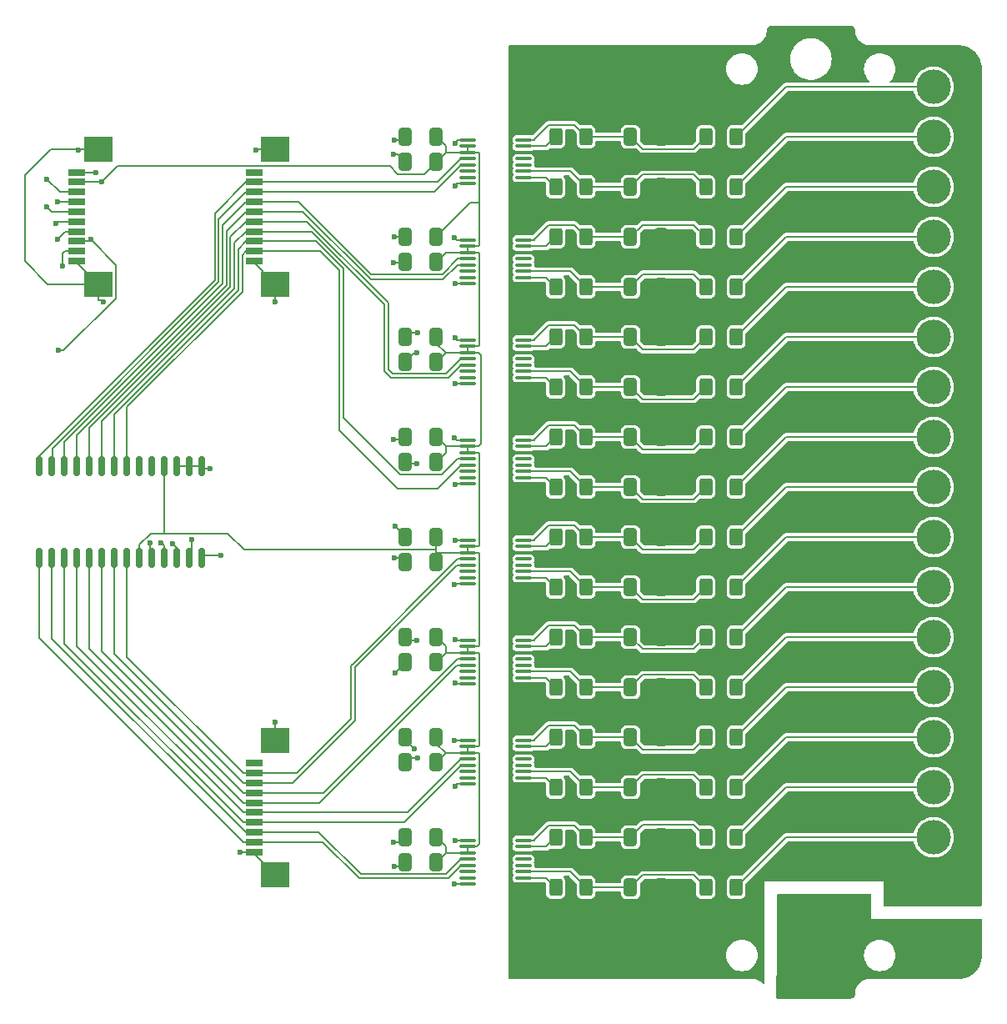
<source format=gbr>
%TF.GenerationSoftware,KiCad,Pcbnew,8.0.6-8.0.6-0~ubuntu24.04.1*%
%TF.CreationDate,2024-12-11T22:00:59+03:00*%
%TF.ProjectId,PM-DI16-DC24sink,504d2d44-4931-4362-9d44-43323473696e,rev?*%
%TF.SameCoordinates,Original*%
%TF.FileFunction,Copper,L1,Top*%
%TF.FilePolarity,Positive*%
%FSLAX46Y46*%
G04 Gerber Fmt 4.6, Leading zero omitted, Abs format (unit mm)*
G04 Created by KiCad (PCBNEW 8.0.6-8.0.6-0~ubuntu24.04.1) date 2024-12-11 22:00:59*
%MOMM*%
%LPD*%
G01*
G04 APERTURE LIST*
G04 Aperture macros list*
%AMRoundRect*
0 Rectangle with rounded corners*
0 $1 Rounding radius*
0 $2 $3 $4 $5 $6 $7 $8 $9 X,Y pos of 4 corners*
0 Add a 4 corners polygon primitive as box body*
4,1,4,$2,$3,$4,$5,$6,$7,$8,$9,$2,$3,0*
0 Add four circle primitives for the rounded corners*
1,1,$1+$1,$2,$3*
1,1,$1+$1,$4,$5*
1,1,$1+$1,$6,$7*
1,1,$1+$1,$8,$9*
0 Add four rect primitives between the rounded corners*
20,1,$1+$1,$2,$3,$4,$5,0*
20,1,$1+$1,$4,$5,$6,$7,0*
20,1,$1+$1,$6,$7,$8,$9,0*
20,1,$1+$1,$8,$9,$2,$3,0*%
G04 Aperture macros list end*
%TA.AperFunction,SMDPad,CuDef*%
%ADD10RoundRect,0.250000X0.400000X0.625000X-0.400000X0.625000X-0.400000X-0.625000X0.400000X-0.625000X0*%
%TD*%
%TA.AperFunction,SMDPad,CuDef*%
%ADD11RoundRect,0.250000X-0.412500X-0.650000X0.412500X-0.650000X0.412500X0.650000X-0.412500X0.650000X0*%
%TD*%
%TA.AperFunction,SMDPad,CuDef*%
%ADD12O,1.649999X0.399999*%
%TD*%
%TA.AperFunction,SMDPad,CuDef*%
%ADD13R,1.803400X0.635000*%
%TD*%
%TA.AperFunction,SMDPad,CuDef*%
%ADD14R,2.997200X2.590800*%
%TD*%
%TA.AperFunction,ComponentPad*%
%ADD15O,6.350000X6.350000*%
%TD*%
%TA.AperFunction,ComponentPad*%
%ADD16R,3.500000X3.500000*%
%TD*%
%TA.AperFunction,ComponentPad*%
%ADD17C,3.500000*%
%TD*%
%TA.AperFunction,SMDPad,CuDef*%
%ADD18RoundRect,0.150000X0.150000X-0.875000X0.150000X0.875000X-0.150000X0.875000X-0.150000X-0.875000X0*%
%TD*%
%TA.AperFunction,SMDPad,CuDef*%
%ADD19RoundRect,0.250000X1.450000X-0.537500X1.450000X0.537500X-1.450000X0.537500X-1.450000X-0.537500X0*%
%TD*%
%TA.AperFunction,ViaPad*%
%ADD20C,0.600000*%
%TD*%
%TA.AperFunction,Conductor*%
%ADD21C,0.200000*%
%TD*%
G04 APERTURE END LIST*
D10*
%TO.P,R9,1*%
%TO.N,Net-(U2-SENSE2)*%
X9170000Y33020000D03*
%TO.P,R9,2*%
%TO.N,Net-(U2-IN2)*%
X6070000Y33020000D03*
%TD*%
D11*
%TO.P,C12,1*%
%TO.N,GND*%
X-9182500Y17780000D03*
%TO.P,C12,2*%
%TO.N,+3.3V*%
X-6057500Y17780000D03*
%TD*%
D12*
%TO.P,U4,1,GND1*%
%TO.N,GND*%
X-2825001Y17462500D03*
%TO.P,U4,2,VCC1*%
%TO.N,+3.3V*%
X-2825001Y16827500D03*
%TO.P,U4,3,EN*%
X-2825001Y16192500D03*
%TO.P,U4,4,OUT1*%
%TO.N,/a0.4-IS*%
X-2825001Y15557500D03*
%TO.P,U4,5,OUT2*%
%TO.N,/a0.5-IS*%
X-2825001Y14922500D03*
%TO.P,U4,6,NC*%
%TO.N,unconnected-(U4-NC-Pad6)*%
X-2825001Y14287500D03*
%TO.P,U4,7,NC*%
%TO.N,unconnected-(U4-NC-Pad7)*%
X-2825001Y13652500D03*
%TO.P,U4,8,GND1*%
%TO.N,GND*%
X-2825001Y13017500D03*
%TO.P,U4,9,FGND2*%
%TO.N,FGND*%
X2824998Y13017500D03*
%TO.P,U4,10,IN2*%
%TO.N,Net-(U4-IN2)*%
X2824998Y13652500D03*
%TO.P,U4,11,SENSE2*%
%TO.N,Net-(U4-SENSE2)*%
X2824998Y14287500D03*
%TO.P,U4,12,SUB2*%
%TO.N,unconnected-(U4-SUB2-Pad12)*%
X2824998Y14922500D03*
%TO.P,U4,13,SUB1*%
%TO.N,unconnected-(U4-SUB1-Pad13)*%
X2824998Y15557500D03*
%TO.P,U4,14,FGND1*%
%TO.N,FGND*%
X2824998Y16192500D03*
%TO.P,U4,15,IN1*%
%TO.N,Net-(U4-IN1)*%
X2824998Y16827500D03*
%TO.P,U4,16,SENSE1*%
%TO.N,Net-(U4-SENSE1)*%
X2824998Y17462500D03*
%TD*%
D11*
%TO.P,C18,1*%
%TO.N,Net-(U6-SENSE2)*%
X13677500Y-7620000D03*
%TO.P,C18,2*%
%TO.N,FGND*%
X16802500Y-7620000D03*
%TD*%
D10*
%TO.P,R28,1*%
%TO.N,Net-(U7-SENSE1)*%
X9170000Y-12700000D03*
%TO.P,R28,2*%
%TO.N,Net-(U7-IN1)*%
X6070000Y-12700000D03*
%TD*%
%TO.P,R3,1*%
%TO.N,/a0.3*%
X24410000Y22860000D03*
%TO.P,R3,2*%
%TO.N,Net-(U3-SENSE2)*%
X21310000Y22860000D03*
%TD*%
D11*
%TO.P,C3,1*%
%TO.N,Net-(U3-SENSE2)*%
X13677500Y22860000D03*
%TO.P,C3,2*%
%TO.N,FGND*%
X16802500Y22860000D03*
%TD*%
D10*
%TO.P,R24,1*%
%TO.N,/b0.6*%
X24410000Y-33020000D03*
%TO.P,R24,2*%
%TO.N,Net-(U9-SENSE1)*%
X21310000Y-33020000D03*
%TD*%
D11*
%TO.P,C7,1*%
%TO.N,Net-(U3-SENSE1)*%
X13677500Y27940000D03*
%TO.P,C7,2*%
%TO.N,FGND*%
X16802500Y27940000D03*
%TD*%
D10*
%TO.P,R5,1*%
%TO.N,/a0.5*%
X24410000Y12700000D03*
%TO.P,R5,2*%
%TO.N,Net-(U4-SENSE2)*%
X21310000Y12700000D03*
%TD*%
D11*
%TO.P,C29,1*%
%TO.N,GND*%
X-9182500Y-33020000D03*
%TO.P,C29,2*%
%TO.N,+3.3V*%
X-6057500Y-33020000D03*
%TD*%
D10*
%TO.P,R29,1*%
%TO.N,Net-(U8-SENSE2)*%
X9170000Y-27940000D03*
%TO.P,R29,2*%
%TO.N,Net-(U8-IN2)*%
X6070000Y-27940000D03*
%TD*%
%TO.P,R8,1*%
%TO.N,/a0.6*%
X24410000Y7620000D03*
%TO.P,R8,2*%
%TO.N,Net-(U5-SENSE1)*%
X21310000Y7620000D03*
%TD*%
D11*
%TO.P,C22,1*%
%TO.N,Net-(U6-SENSE1)*%
X13677500Y-2540000D03*
%TO.P,C22,2*%
%TO.N,FGND*%
X16802500Y-2540000D03*
%TD*%
%TO.P,C28,1*%
%TO.N,GND*%
X-9182500Y-22860000D03*
%TO.P,C28,2*%
%TO.N,+3.3V*%
X-6057500Y-22860000D03*
%TD*%
%TO.P,C5,1*%
%TO.N,Net-(U5-SENSE2)*%
X13677500Y2540000D03*
%TO.P,C5,2*%
%TO.N,FGND*%
X16802500Y2540000D03*
%TD*%
%TO.P,C17,1*%
%TO.N,GND*%
X-9182500Y5080000D03*
%TO.P,C17,2*%
%TO.N,+3.3V*%
X-6057500Y5080000D03*
%TD*%
%TO.P,C24,1*%
%TO.N,Net-(U8-SENSE1)*%
X13677500Y-22860000D03*
%TO.P,C24,2*%
%TO.N,FGND*%
X16802500Y-22860000D03*
%TD*%
D10*
%TO.P,R20,1*%
%TO.N,/b0.2*%
X24410000Y-12700000D03*
%TO.P,R20,2*%
%TO.N,Net-(U7-SENSE1)*%
X21310000Y-12700000D03*
%TD*%
%TO.P,R16,1*%
%TO.N,Net-(U5-SENSE1)*%
X9170000Y7620000D03*
%TO.P,R16,2*%
%TO.N,Net-(U5-IN1)*%
X6070000Y7620000D03*
%TD*%
D13*
%TO.P,J3,1,Pin_1*%
%TO.N,GND*%
X-24556000Y25500009D03*
%TO.P,J3,2,Pin_2*%
%TO.N,/a0.7-IS*%
X-24556000Y26500007D03*
%TO.P,J3,3,Pin_3*%
%TO.N,/a0.6-IS*%
X-24556000Y27500005D03*
%TO.P,J3,4,Pin_4*%
%TO.N,/a0.5-IS*%
X-24556000Y28500003D03*
%TO.P,J3,5,Pin_5*%
%TO.N,/a0.4-IS*%
X-24556000Y29500001D03*
%TO.P,J3,6,Pin_6*%
%TO.N,/a0.3-IS*%
X-24556000Y30499999D03*
%TO.P,J3,7,Pin_7*%
%TO.N,/a0.2-IS*%
X-24556000Y31499997D03*
%TO.P,J3,8,Pin_8*%
%TO.N,/a0.1-IS*%
X-24556000Y32499995D03*
%TO.P,J3,9,Pin_9*%
%TO.N,/a0.0-IS*%
X-24556000Y33499993D03*
%TO.P,J3,10,Pin_10*%
%TO.N,unconnected-(J3-Pin_10-Pad10)*%
X-24556000Y34499991D03*
D14*
%TO.P,J3,11,Pin_11*%
%TO.N,GND*%
X-22385999Y23149998D03*
X-22385999Y36850002D03*
%TD*%
D10*
%TO.P,R11,1*%
%TO.N,Net-(U3-SENSE2)*%
X9170000Y22860000D03*
%TO.P,R11,2*%
%TO.N,Net-(U3-IN2)*%
X6070000Y22860000D03*
%TD*%
D12*
%TO.P,U8,1,GND1*%
%TO.N,GND*%
X-2825001Y-23177500D03*
%TO.P,U8,2,VCC1*%
%TO.N,+3.3V*%
X-2825001Y-23812500D03*
%TO.P,U8,3,EN*%
X-2825001Y-24447500D03*
%TO.P,U8,4,OUT1*%
%TO.N,/b0.4-IS*%
X-2825001Y-25082500D03*
%TO.P,U8,5,OUT2*%
%TO.N,/b0.5-IS*%
X-2825001Y-25717500D03*
%TO.P,U8,6,NC*%
%TO.N,unconnected-(U8-NC-Pad6)*%
X-2825001Y-26352500D03*
%TO.P,U8,7,NC*%
%TO.N,unconnected-(U8-NC-Pad7)*%
X-2825001Y-26987500D03*
%TO.P,U8,8,GND1*%
%TO.N,GND*%
X-2825001Y-27622500D03*
%TO.P,U8,9,FGND2*%
%TO.N,FGND*%
X2824998Y-27622500D03*
%TO.P,U8,10,IN2*%
%TO.N,Net-(U8-IN2)*%
X2824998Y-26987500D03*
%TO.P,U8,11,SENSE2*%
%TO.N,Net-(U8-SENSE2)*%
X2824998Y-26352500D03*
%TO.P,U8,12,SUB2*%
%TO.N,unconnected-(U8-SUB2-Pad12)*%
X2824998Y-25717500D03*
%TO.P,U8,13,SUB1*%
%TO.N,unconnected-(U8-SUB1-Pad13)*%
X2824998Y-25082500D03*
%TO.P,U8,14,FGND1*%
%TO.N,FGND*%
X2824998Y-24447500D03*
%TO.P,U8,15,IN1*%
%TO.N,Net-(U8-IN1)*%
X2824998Y-23812500D03*
%TO.P,U8,16,SENSE1*%
%TO.N,Net-(U8-SENSE1)*%
X2824998Y-23177500D03*
%TD*%
D11*
%TO.P,C14,1*%
%TO.N,GND*%
X-9182500Y35560000D03*
%TO.P,C14,2*%
%TO.N,+3.3V*%
X-6057500Y35560000D03*
%TD*%
D10*
%TO.P,R1,1*%
%TO.N,/a0.1*%
X24410000Y33020000D03*
%TO.P,R1,2*%
%TO.N,Net-(U2-SENSE2)*%
X21310000Y33020000D03*
%TD*%
D11*
%TO.P,C4,1*%
%TO.N,Net-(U4-SENSE2)*%
X13677500Y12700000D03*
%TO.P,C4,2*%
%TO.N,FGND*%
X16802500Y12700000D03*
%TD*%
%TO.P,C20,1*%
%TO.N,Net-(U8-SENSE2)*%
X13677500Y-27940000D03*
%TO.P,C20,2*%
%TO.N,FGND*%
X16802500Y-27940000D03*
%TD*%
D15*
%TO.P,PE1,1*%
%TO.N,PE*%
X32000000Y-46000000D03*
%TD*%
D10*
%TO.P,R30,1*%
%TO.N,Net-(U8-SENSE1)*%
X9170000Y-22860000D03*
%TO.P,R30,2*%
%TO.N,Net-(U8-IN1)*%
X6070000Y-22860000D03*
%TD*%
D11*
%TO.P,C31,1*%
%TO.N,GND*%
X-9182500Y-12700000D03*
%TO.P,C31,2*%
%TO.N,+3.3V*%
X-6057500Y-12700000D03*
%TD*%
D10*
%TO.P,R18,1*%
%TO.N,/b0.0*%
X24410000Y-2540000D03*
%TO.P,R18,2*%
%TO.N,Net-(U6-SENSE1)*%
X21310000Y-2540000D03*
%TD*%
D16*
%TO.P,J1,1,Pin_1*%
%TO.N,PE*%
X44450000Y-43180000D03*
D17*
%TO.P,J1,2,Pin_2*%
%TO.N,FGND*%
X44450000Y-38100000D03*
%TO.P,J1,3,Pin_3*%
%TO.N,/b0.7*%
X44450000Y-33020000D03*
%TO.P,J1,4,Pin_4*%
%TO.N,/b0.6*%
X44450000Y-27940000D03*
%TO.P,J1,5,Pin_5*%
%TO.N,/b0.5*%
X44450000Y-22860000D03*
%TO.P,J1,6,Pin_6*%
%TO.N,/b0.4*%
X44450000Y-17780000D03*
%TO.P,J1,7,Pin_7*%
%TO.N,/b0.3*%
X44450000Y-12700000D03*
%TO.P,J1,8,Pin_8*%
%TO.N,/b0.2*%
X44450000Y-7620000D03*
%TO.P,J1,9,Pin_9*%
%TO.N,/b0.1*%
X44450000Y-2540000D03*
%TO.P,J1,10,Pin_10*%
%TO.N,/b0.0*%
X44450000Y2540000D03*
%TO.P,J1,11,Pin_11*%
%TO.N,/a0.7*%
X44450000Y7620000D03*
%TO.P,J1,12,Pin_12*%
%TO.N,/a0.6*%
X44450000Y12700000D03*
%TO.P,J1,13,Pin_13*%
%TO.N,/a0.5*%
X44450000Y17780000D03*
%TO.P,J1,14,Pin_14*%
%TO.N,/a0.4*%
X44450000Y22860000D03*
%TO.P,J1,15,Pin_15*%
%TO.N,/a0.3*%
X44450000Y27940000D03*
%TO.P,J1,16,Pin_16*%
%TO.N,/a0.2*%
X44450000Y33020000D03*
%TO.P,J1,17,Pin_17*%
%TO.N,/a0.1*%
X44450000Y38100000D03*
%TO.P,J1,18,Pin_18*%
%TO.N,/a0.0*%
X44450000Y43180000D03*
%TD*%
D11*
%TO.P,C2,1*%
%TO.N,Net-(U2-SENSE2)*%
X13677500Y33020000D03*
%TO.P,C2,2*%
%TO.N,FGND*%
X16802500Y33020000D03*
%TD*%
D10*
%TO.P,R10,1*%
%TO.N,Net-(U2-SENSE1)*%
X9170000Y38100000D03*
%TO.P,R10,2*%
%TO.N,Net-(U2-IN1)*%
X6070000Y38100000D03*
%TD*%
%TO.P,R17,1*%
%TO.N,/b0.1*%
X24410000Y-7620000D03*
%TO.P,R17,2*%
%TO.N,Net-(U6-SENSE2)*%
X21310000Y-7620000D03*
%TD*%
D13*
%TO.P,J4,1,Pin_1*%
%TO.N,GND*%
X-24556000Y-34499991D03*
%TO.P,J4,2,Pin_2*%
%TO.N,/b0.7-IS*%
X-24556000Y-33499993D03*
%TO.P,J4,3,Pin_3*%
%TO.N,/b0.6-IS*%
X-24556000Y-32499995D03*
%TO.P,J4,4,Pin_4*%
%TO.N,/b0.5-IS*%
X-24556000Y-31499997D03*
%TO.P,J4,5,Pin_5*%
%TO.N,/b0.4-IS*%
X-24556000Y-30499999D03*
%TO.P,J4,6,Pin_6*%
%TO.N,/b0.3-IS*%
X-24556000Y-29500001D03*
%TO.P,J4,7,Pin_7*%
%TO.N,/b0.2-IS*%
X-24556000Y-28500003D03*
%TO.P,J4,8,Pin_8*%
%TO.N,/b0.1-IS*%
X-24556000Y-27500005D03*
%TO.P,J4,9,Pin_9*%
%TO.N,/b0.0-IS*%
X-24556000Y-26500007D03*
%TO.P,J4,10,Pin_10*%
%TO.N,unconnected-(J4-Pin_10-Pad10)*%
X-24556000Y-25500009D03*
D14*
%TO.P,J4,11,Pin_11*%
%TO.N,GND*%
X-22385999Y-36850002D03*
X-22385999Y-23149998D03*
%TD*%
D12*
%TO.P,U7,1,GND1*%
%TO.N,GND*%
X-2825001Y-13017500D03*
%TO.P,U7,2,VCC1*%
%TO.N,+3.3V*%
X-2825001Y-13652500D03*
%TO.P,U7,3,EN*%
X-2825001Y-14287500D03*
%TO.P,U7,4,OUT1*%
%TO.N,/b0.2-IS*%
X-2825001Y-14922500D03*
%TO.P,U7,5,OUT2*%
%TO.N,/b0.3-IS*%
X-2825001Y-15557500D03*
%TO.P,U7,6,NC*%
%TO.N,unconnected-(U7-NC-Pad6)*%
X-2825001Y-16192500D03*
%TO.P,U7,7,NC*%
%TO.N,unconnected-(U7-NC-Pad7)*%
X-2825001Y-16827500D03*
%TO.P,U7,8,GND1*%
%TO.N,GND*%
X-2825001Y-17462500D03*
%TO.P,U7,9,FGND2*%
%TO.N,FGND*%
X2824998Y-17462500D03*
%TO.P,U7,10,IN2*%
%TO.N,Net-(U7-IN2)*%
X2824998Y-16827500D03*
%TO.P,U7,11,SENSE2*%
%TO.N,Net-(U7-SENSE2)*%
X2824998Y-16192500D03*
%TO.P,U7,12,SUB2*%
%TO.N,unconnected-(U7-SUB2-Pad12)*%
X2824998Y-15557500D03*
%TO.P,U7,13,SUB1*%
%TO.N,unconnected-(U7-SUB1-Pad13)*%
X2824998Y-14922500D03*
%TO.P,U7,14,FGND1*%
%TO.N,FGND*%
X2824998Y-14287500D03*
%TO.P,U7,15,IN1*%
%TO.N,Net-(U7-IN1)*%
X2824998Y-13652500D03*
%TO.P,U7,16,SENSE1*%
%TO.N,Net-(U7-SENSE1)*%
X2824998Y-13017500D03*
%TD*%
D11*
%TO.P,C13,1*%
%TO.N,GND*%
X-9182500Y7620000D03*
%TO.P,C13,2*%
%TO.N,+3.3V*%
X-6057500Y7620000D03*
%TD*%
D18*
%TO.P,U10,1,GPB0*%
%TO.N,/b0.7-IS*%
X-46355000Y-4650000D03*
%TO.P,U10,2,GPB1*%
%TO.N,/b0.6-IS*%
X-45085000Y-4650000D03*
%TO.P,U10,3,GPB2*%
%TO.N,/b0.5-IS*%
X-43815000Y-4650000D03*
%TO.P,U10,4,GPB3*%
%TO.N,/b0.4-IS*%
X-42545000Y-4650000D03*
%TO.P,U10,5,GPB4*%
%TO.N,/b0.3-IS*%
X-41275000Y-4650000D03*
%TO.P,U10,6,GPB5*%
%TO.N,/b0.2-IS*%
X-40005000Y-4650000D03*
%TO.P,U10,7,GPB6*%
%TO.N,/b0.1-IS*%
X-38735000Y-4650000D03*
%TO.P,U10,8,GPB7*%
%TO.N,/b0.0-IS*%
X-37465000Y-4650000D03*
%TO.P,U10,9,VDD*%
%TO.N,+3.3V*%
X-36195000Y-4650000D03*
%TO.P,U10,10,VSS*%
%TO.N,GND*%
X-34925000Y-4650000D03*
%TO.P,U10,11,~{CS}*%
%TO.N,/CS*%
X-33655000Y-4650000D03*
%TO.P,U10,12,SCK*%
%TO.N,/SCK*%
X-32385000Y-4650000D03*
%TO.P,U10,13,SI*%
%TO.N,/MOSI*%
X-31115000Y-4650000D03*
%TO.P,U10,14,SO*%
%TO.N,/MISO*%
X-29845000Y-4650000D03*
%TO.P,U10,15,A0*%
%TO.N,GND*%
X-29845000Y4650000D03*
%TO.P,U10,16,A1*%
X-31115000Y4650000D03*
%TO.P,U10,17,A2*%
X-32385000Y4650000D03*
%TO.P,U10,18,~{RESET}*%
%TO.N,+3.3V*%
X-33655000Y4650000D03*
%TO.P,U10,19,INTB*%
%TO.N,unconnected-(U10-INTB-Pad19)*%
X-34925000Y4650000D03*
%TO.P,U10,20,INTA*%
%TO.N,unconnected-(U10-INTA-Pad20)*%
X-36195000Y4650000D03*
%TO.P,U10,21,GPA0*%
%TO.N,/a0.7-IS*%
X-37465000Y4650000D03*
%TO.P,U10,22,GPA1*%
%TO.N,/a0.6-IS*%
X-38735000Y4650000D03*
%TO.P,U10,23,GPA2*%
%TO.N,/a0.5-IS*%
X-40005000Y4650000D03*
%TO.P,U10,24,GPA3*%
%TO.N,/a0.4-IS*%
X-41275000Y4650000D03*
%TO.P,U10,25,GPA4*%
%TO.N,/a0.3-IS*%
X-42545000Y4650000D03*
%TO.P,U10,26,GPA5*%
%TO.N,/a0.2-IS*%
X-43815000Y4650000D03*
%TO.P,U10,27,GPA6*%
%TO.N,/a0.1-IS*%
X-45085000Y4650000D03*
%TO.P,U10,28,GPA7*%
%TO.N,/a0.0-IS*%
X-46355000Y4650000D03*
%TD*%
D10*
%TO.P,R12,1*%
%TO.N,Net-(U3-SENSE1)*%
X9170000Y27940000D03*
%TO.P,R12,2*%
%TO.N,Net-(U3-IN1)*%
X6070000Y27940000D03*
%TD*%
D11*
%TO.P,C8,1*%
%TO.N,Net-(U4-SENSE1)*%
X13677500Y17780000D03*
%TO.P,C8,2*%
%TO.N,FGND*%
X16802500Y17780000D03*
%TD*%
D10*
%TO.P,R21,1*%
%TO.N,/b0.5*%
X24410000Y-27940000D03*
%TO.P,R21,2*%
%TO.N,Net-(U8-SENSE2)*%
X21310000Y-27940000D03*
%TD*%
D11*
%TO.P,C21,1*%
%TO.N,Net-(U9-SENSE2)*%
X13677500Y-38100000D03*
%TO.P,C21,2*%
%TO.N,FGND*%
X16802500Y-38100000D03*
%TD*%
D10*
%TO.P,R6,1*%
%TO.N,/a0.4*%
X24410000Y17780000D03*
%TO.P,R6,2*%
%TO.N,Net-(U4-SENSE1)*%
X21310000Y17780000D03*
%TD*%
%TO.P,R26,1*%
%TO.N,Net-(U6-SENSE1)*%
X9170000Y-2540000D03*
%TO.P,R26,2*%
%TO.N,Net-(U6-IN1)*%
X6070000Y-2540000D03*
%TD*%
D11*
%TO.P,C27,1*%
%TO.N,GND*%
X-9182500Y-15240000D03*
%TO.P,C27,2*%
%TO.N,+3.3V*%
X-6057500Y-15240000D03*
%TD*%
D10*
%TO.P,R4,1*%
%TO.N,/a0.2*%
X24410000Y27940000D03*
%TO.P,R4,2*%
%TO.N,Net-(U3-SENSE1)*%
X21310000Y27940000D03*
%TD*%
D19*
%TO.P,C1,1*%
%TO.N,PE*%
X35560000Y-40237500D03*
%TO.P,C1,2*%
%TO.N,FGND*%
X35560000Y-35962500D03*
%TD*%
D10*
%TO.P,R2,1*%
%TO.N,/a0.0*%
X24410000Y38100000D03*
%TO.P,R2,2*%
%TO.N,Net-(U2-SENSE1)*%
X21310000Y38100000D03*
%TD*%
%TO.P,R7,1*%
%TO.N,/a0.7*%
X24410000Y2540000D03*
%TO.P,R7,2*%
%TO.N,Net-(U5-SENSE2)*%
X21310000Y2540000D03*
%TD*%
D11*
%TO.P,C15,1*%
%TO.N,GND*%
X-9182500Y25400000D03*
%TO.P,C15,2*%
%TO.N,+3.3V*%
X-6057500Y25400000D03*
%TD*%
%TO.P,C23,1*%
%TO.N,Net-(U7-SENSE1)*%
X13677500Y-12700000D03*
%TO.P,C23,2*%
%TO.N,FGND*%
X16802500Y-12700000D03*
%TD*%
D10*
%TO.P,R32,1*%
%TO.N,Net-(U9-SENSE1)*%
X9170000Y-33020000D03*
%TO.P,R32,2*%
%TO.N,Net-(U9-IN1)*%
X6070000Y-33020000D03*
%TD*%
D11*
%TO.P,C25,1*%
%TO.N,Net-(U9-SENSE1)*%
X13677500Y-33020000D03*
%TO.P,C25,2*%
%TO.N,FGND*%
X16802500Y-33020000D03*
%TD*%
%TO.P,C32,1*%
%TO.N,GND*%
X-9182500Y-25400000D03*
%TO.P,C32,2*%
%TO.N,+3.3V*%
X-6057500Y-25400000D03*
%TD*%
%TO.P,C11,1*%
%TO.N,GND*%
X-9182500Y27940000D03*
%TO.P,C11,2*%
%TO.N,+3.3V*%
X-6057500Y27940000D03*
%TD*%
%TO.P,C10,1*%
%TO.N,GND*%
X-9182500Y38100000D03*
%TO.P,C10,2*%
%TO.N,+3.3V*%
X-6057500Y38100000D03*
%TD*%
D12*
%TO.P,U6,1,GND1*%
%TO.N,GND*%
X-2825001Y-2857500D03*
%TO.P,U6,2,VCC1*%
%TO.N,+3.3V*%
X-2825001Y-3492500D03*
%TO.P,U6,3,EN*%
X-2825001Y-4127500D03*
%TO.P,U6,4,OUT1*%
%TO.N,/b0.0-IS*%
X-2825001Y-4762500D03*
%TO.P,U6,5,OUT2*%
%TO.N,/b0.1-IS*%
X-2825001Y-5397500D03*
%TO.P,U6,6,NC*%
%TO.N,unconnected-(U6-NC-Pad6)*%
X-2825001Y-6032500D03*
%TO.P,U6,7,NC*%
%TO.N,unconnected-(U6-NC-Pad7)*%
X-2825001Y-6667500D03*
%TO.P,U6,8,GND1*%
%TO.N,GND*%
X-2825001Y-7302500D03*
%TO.P,U6,9,FGND2*%
%TO.N,FGND*%
X2824998Y-7302500D03*
%TO.P,U6,10,IN2*%
%TO.N,Net-(U6-IN2)*%
X2824998Y-6667500D03*
%TO.P,U6,11,SENSE2*%
%TO.N,Net-(U6-SENSE2)*%
X2824998Y-6032500D03*
%TO.P,U6,12,SUB2*%
%TO.N,unconnected-(U6-SUB2-Pad12)*%
X2824998Y-5397500D03*
%TO.P,U6,13,SUB1*%
%TO.N,unconnected-(U6-SUB1-Pad13)*%
X2824998Y-4762500D03*
%TO.P,U6,14,FGND1*%
%TO.N,FGND*%
X2824998Y-4127500D03*
%TO.P,U6,15,IN1*%
%TO.N,Net-(U6-IN1)*%
X2824998Y-3492500D03*
%TO.P,U6,16,SENSE1*%
%TO.N,Net-(U6-SENSE1)*%
X2824998Y-2857500D03*
%TD*%
D11*
%TO.P,C16,1*%
%TO.N,GND*%
X-9182500Y15240000D03*
%TO.P,C16,2*%
%TO.N,+3.3V*%
X-6057500Y15240000D03*
%TD*%
D10*
%TO.P,R27,1*%
%TO.N,Net-(U7-SENSE2)*%
X9170000Y-17780000D03*
%TO.P,R27,2*%
%TO.N,Net-(U7-IN2)*%
X6070000Y-17780000D03*
%TD*%
D11*
%TO.P,C9,1*%
%TO.N,Net-(U5-SENSE1)*%
X13677500Y7620000D03*
%TO.P,C9,2*%
%TO.N,FGND*%
X16802500Y7620000D03*
%TD*%
%TO.P,C30,1*%
%TO.N,GND*%
X-9182500Y-5080000D03*
%TO.P,C30,2*%
%TO.N,+3.3V*%
X-6057500Y-5080000D03*
%TD*%
D12*
%TO.P,U3,1,GND1*%
%TO.N,GND*%
X-2825001Y27622500D03*
%TO.P,U3,2,VCC1*%
%TO.N,+3.3V*%
X-2825001Y26987500D03*
%TO.P,U3,3,EN*%
X-2825001Y26352500D03*
%TO.P,U3,4,OUT1*%
%TO.N,/a0.2-IS*%
X-2825001Y25717500D03*
%TO.P,U3,5,OUT2*%
%TO.N,/a0.3-IS*%
X-2825001Y25082500D03*
%TO.P,U3,6,NC*%
%TO.N,unconnected-(U3-NC-Pad6)*%
X-2825001Y24447500D03*
%TO.P,U3,7,NC*%
%TO.N,unconnected-(U3-NC-Pad7)*%
X-2825001Y23812500D03*
%TO.P,U3,8,GND1*%
%TO.N,GND*%
X-2825001Y23177500D03*
%TO.P,U3,9,FGND2*%
%TO.N,FGND*%
X2824998Y23177500D03*
%TO.P,U3,10,IN2*%
%TO.N,Net-(U3-IN2)*%
X2824998Y23812500D03*
%TO.P,U3,11,SENSE2*%
%TO.N,Net-(U3-SENSE2)*%
X2824998Y24447500D03*
%TO.P,U3,12,SUB2*%
%TO.N,unconnected-(U3-SUB2-Pad12)*%
X2824998Y25082500D03*
%TO.P,U3,13,SUB1*%
%TO.N,unconnected-(U3-SUB1-Pad13)*%
X2824998Y25717500D03*
%TO.P,U3,14,FGND1*%
%TO.N,FGND*%
X2824998Y26352500D03*
%TO.P,U3,15,IN1*%
%TO.N,Net-(U3-IN1)*%
X2824998Y26987500D03*
%TO.P,U3,16,SENSE1*%
%TO.N,Net-(U3-SENSE1)*%
X2824998Y27622500D03*
%TD*%
D11*
%TO.P,C6,1*%
%TO.N,Net-(U2-SENSE1)*%
X13677500Y38100000D03*
%TO.P,C6,2*%
%TO.N,FGND*%
X16802500Y38100000D03*
%TD*%
D10*
%TO.P,R15,1*%
%TO.N,Net-(U5-SENSE2)*%
X9170000Y2540000D03*
%TO.P,R15,2*%
%TO.N,Net-(U5-IN2)*%
X6070000Y2540000D03*
%TD*%
D12*
%TO.P,U5,1,GND1*%
%TO.N,GND*%
X-2825001Y7302500D03*
%TO.P,U5,2,VCC1*%
%TO.N,+3.3V*%
X-2825001Y6667500D03*
%TO.P,U5,3,EN*%
X-2825001Y6032500D03*
%TO.P,U5,4,OUT1*%
%TO.N,/a0.6-IS*%
X-2825001Y5397500D03*
%TO.P,U5,5,OUT2*%
%TO.N,/a0.7-IS*%
X-2825001Y4762500D03*
%TO.P,U5,6,NC*%
%TO.N,unconnected-(U5-NC-Pad6)*%
X-2825001Y4127500D03*
%TO.P,U5,7,NC*%
%TO.N,unconnected-(U5-NC-Pad7)*%
X-2825001Y3492500D03*
%TO.P,U5,8,GND1*%
%TO.N,GND*%
X-2825001Y2857500D03*
%TO.P,U5,9,FGND2*%
%TO.N,FGND*%
X2824998Y2857500D03*
%TO.P,U5,10,IN2*%
%TO.N,Net-(U5-IN2)*%
X2824998Y3492500D03*
%TO.P,U5,11,SENSE2*%
%TO.N,Net-(U5-SENSE2)*%
X2824998Y4127500D03*
%TO.P,U5,12,SUB2*%
%TO.N,unconnected-(U5-SUB2-Pad12)*%
X2824998Y4762500D03*
%TO.P,U5,13,SUB1*%
%TO.N,unconnected-(U5-SUB1-Pad13)*%
X2824998Y5397500D03*
%TO.P,U5,14,FGND1*%
%TO.N,FGND*%
X2824998Y6032500D03*
%TO.P,U5,15,IN1*%
%TO.N,Net-(U5-IN1)*%
X2824998Y6667500D03*
%TO.P,U5,16,SENSE1*%
%TO.N,Net-(U5-SENSE1)*%
X2824998Y7302500D03*
%TD*%
%TO.P,U9,1,GND1*%
%TO.N,GND*%
X-2825001Y-33337500D03*
%TO.P,U9,2,VCC1*%
%TO.N,+3.3V*%
X-2825001Y-33972500D03*
%TO.P,U9,3,EN*%
X-2825001Y-34607500D03*
%TO.P,U9,4,OUT1*%
%TO.N,/b0.6-IS*%
X-2825001Y-35242500D03*
%TO.P,U9,5,OUT2*%
%TO.N,/b0.7-IS*%
X-2825001Y-35877500D03*
%TO.P,U9,6,NC*%
%TO.N,unconnected-(U9-NC-Pad6)*%
X-2825001Y-36512500D03*
%TO.P,U9,7,NC*%
%TO.N,unconnected-(U9-NC-Pad7)*%
X-2825001Y-37147500D03*
%TO.P,U9,8,GND1*%
%TO.N,GND*%
X-2825001Y-37782500D03*
%TO.P,U9,9,FGND2*%
%TO.N,FGND*%
X2824998Y-37782500D03*
%TO.P,U9,10,IN2*%
%TO.N,Net-(U9-IN2)*%
X2824998Y-37147500D03*
%TO.P,U9,11,SENSE2*%
%TO.N,Net-(U9-SENSE2)*%
X2824998Y-36512500D03*
%TO.P,U9,12,SUB2*%
%TO.N,unconnected-(U9-SUB2-Pad12)*%
X2824998Y-35877500D03*
%TO.P,U9,13,SUB1*%
%TO.N,unconnected-(U9-SUB1-Pad13)*%
X2824998Y-35242500D03*
%TO.P,U9,14,FGND1*%
%TO.N,FGND*%
X2824998Y-34607500D03*
%TO.P,U9,15,IN1*%
%TO.N,Net-(U9-IN1)*%
X2824998Y-33972500D03*
%TO.P,U9,16,SENSE1*%
%TO.N,Net-(U9-SENSE1)*%
X2824998Y-33337500D03*
%TD*%
%TO.P,U2,1,GND1*%
%TO.N,GND*%
X-2825001Y37782500D03*
%TO.P,U2,2,VCC1*%
%TO.N,+3.3V*%
X-2825001Y37147500D03*
%TO.P,U2,3,EN*%
X-2825001Y36512500D03*
%TO.P,U2,4,OUT1*%
%TO.N,/a0.0-IS*%
X-2825001Y35877500D03*
%TO.P,U2,5,OUT2*%
%TO.N,/a0.1-IS*%
X-2825001Y35242500D03*
%TO.P,U2,6,NC*%
%TO.N,unconnected-(U2-NC-Pad6)*%
X-2825001Y34607500D03*
%TO.P,U2,7,NC*%
%TO.N,unconnected-(U2-NC-Pad7)*%
X-2825001Y33972500D03*
%TO.P,U2,8,GND1*%
%TO.N,GND*%
X-2825001Y33337500D03*
%TO.P,U2,9,FGND2*%
%TO.N,FGND*%
X2824998Y33337500D03*
%TO.P,U2,10,IN2*%
%TO.N,Net-(U2-IN2)*%
X2824998Y33972500D03*
%TO.P,U2,11,SENSE2*%
%TO.N,Net-(U2-SENSE2)*%
X2824998Y34607500D03*
%TO.P,U2,12,SUB2*%
%TO.N,unconnected-(U2-SUB2-Pad12)*%
X2824998Y35242500D03*
%TO.P,U2,13,SUB1*%
%TO.N,unconnected-(U2-SUB1-Pad13)*%
X2824998Y35877500D03*
%TO.P,U2,14,FGND1*%
%TO.N,FGND*%
X2824998Y36512500D03*
%TO.P,U2,15,IN1*%
%TO.N,Net-(U2-IN1)*%
X2824998Y37147500D03*
%TO.P,U2,16,SENSE1*%
%TO.N,Net-(U2-SENSE1)*%
X2824998Y37782500D03*
%TD*%
D13*
%TO.P,J2,1,Pin_1*%
%TO.N,GND*%
X-42556000Y25500009D03*
%TO.P,J2,2,Pin_2*%
%TO.N,/subplates/CS3*%
X-42556000Y26500007D03*
%TO.P,J2,3,Pin_3*%
%TO.N,/subplates/CS2*%
X-42556000Y27500005D03*
%TO.P,J2,4,Pin_4*%
%TO.N,/subplates/CS1*%
X-42556000Y28500003D03*
%TO.P,J2,5,Pin_5*%
%TO.N,/subplates/CS0*%
X-42556000Y29500001D03*
%TO.P,J2,6,Pin_6*%
%TO.N,/SCK*%
X-42556000Y30499999D03*
%TO.P,J2,7,Pin_7*%
%TO.N,/MISO*%
X-42556000Y31499997D03*
%TO.P,J2,8,Pin_8*%
%TO.N,/MOSI*%
X-42556000Y32499995D03*
%TO.P,J2,9,Pin_9*%
%TO.N,+3.3V*%
X-42556000Y33499993D03*
%TO.P,J2,10,Pin_10*%
%TO.N,/subplates/+5V*%
X-42556000Y34499991D03*
D14*
%TO.P,J2,11,Pin_11*%
%TO.N,GND*%
X-40385999Y23149998D03*
X-40385999Y36850002D03*
%TD*%
D10*
%TO.P,R31,1*%
%TO.N,Net-(U9-SENSE2)*%
X9170000Y-38100000D03*
%TO.P,R31,2*%
%TO.N,Net-(U9-IN2)*%
X6070000Y-38100000D03*
%TD*%
D11*
%TO.P,C33,1*%
%TO.N,GND*%
X-9182500Y-35560000D03*
%TO.P,C33,2*%
%TO.N,+3.3V*%
X-6057500Y-35560000D03*
%TD*%
D10*
%TO.P,R13,1*%
%TO.N,Net-(U4-SENSE2)*%
X9170000Y12700000D03*
%TO.P,R13,2*%
%TO.N,Net-(U4-IN2)*%
X6070000Y12700000D03*
%TD*%
%TO.P,R25,1*%
%TO.N,Net-(U6-SENSE2)*%
X9170000Y-7620000D03*
%TO.P,R25,2*%
%TO.N,Net-(U6-IN2)*%
X6070000Y-7620000D03*
%TD*%
%TO.P,R14,1*%
%TO.N,Net-(U4-SENSE1)*%
X9170000Y17780000D03*
%TO.P,R14,2*%
%TO.N,Net-(U4-IN1)*%
X6070000Y17780000D03*
%TD*%
D11*
%TO.P,C26,1*%
%TO.N,GND*%
X-9182500Y-2540000D03*
%TO.P,C26,2*%
%TO.N,+3.3V*%
X-6057500Y-2540000D03*
%TD*%
D10*
%TO.P,R23,1*%
%TO.N,/b0.7*%
X24410000Y-38100000D03*
%TO.P,R23,2*%
%TO.N,Net-(U9-SENSE2)*%
X21310000Y-38100000D03*
%TD*%
%TO.P,R19,1*%
%TO.N,/b0.3*%
X24410000Y-17780000D03*
%TO.P,R19,2*%
%TO.N,Net-(U7-SENSE2)*%
X21310000Y-17780000D03*
%TD*%
%TO.P,R22,1*%
%TO.N,/b0.4*%
X24410000Y-22860000D03*
%TO.P,R22,2*%
%TO.N,Net-(U8-SENSE1)*%
X21310000Y-22860000D03*
%TD*%
D11*
%TO.P,C19,1*%
%TO.N,Net-(U7-SENSE2)*%
X13677500Y-17780000D03*
%TO.P,C19,2*%
%TO.N,FGND*%
X16802500Y-17780000D03*
%TD*%
D20*
%TO.N,GND*%
X-10353600Y37791100D03*
X-4166000Y17676800D03*
X-4165600Y37454600D03*
X-4177400Y27896900D03*
X-24398400Y36765400D03*
X-25964000Y-34555700D03*
X-4162100Y-27832900D03*
X-8007800Y4896400D03*
X-8010900Y16177000D03*
X-4152600Y-12984500D03*
X-4165700Y-2857700D03*
X-4161900Y-17335200D03*
X-10353100Y-35977000D03*
X-4192300Y-23177500D03*
X-8244100Y-24074800D03*
X-35089700Y-3114200D03*
X-4152700Y33136500D03*
X-10362700Y25350600D03*
X-10374100Y36320500D03*
X-4162500Y-33337500D03*
X-10252300Y-1470200D03*
X-4163400Y13017500D03*
X-10378900Y-33505900D03*
X-7984000Y18177600D03*
X-10353600Y-4661500D03*
X-39830000Y21345900D03*
X-10349300Y27941800D03*
X-22386000Y21344500D03*
X-10247300Y-16304800D03*
X-4167000Y2764000D03*
X-42407800Y36765400D03*
X-4163100Y23249800D03*
X-29034400Y4412200D03*
X-7998400Y-13051700D03*
X-4182600Y-37747600D03*
X-7983200Y-24999800D03*
X-10372200Y7362600D03*
X-22386000Y-21344100D03*
X-4177500Y7528300D03*
X-4185700Y-7373900D03*
%TO.N,/MOSI*%
X-45588200Y33824200D03*
X-30882200Y-2762700D03*
%TO.N,/MISO*%
X-27957000Y-4427400D03*
X-44519500Y31500000D03*
%TO.N,/SCK*%
X-45588200Y30976800D03*
X-32867900Y-3174300D03*
%TO.N,+3.3V*%
X-40030000Y33500000D03*
%TO.N,/CS*%
X-33978800Y-3089600D03*
%TO.N,/subplates/+5V*%
X-40629900Y34500000D03*
%TO.N,/subplates/CS3*%
X-43973900Y25000600D03*
%TO.N,/subplates/CS2*%
X-41143800Y27670400D03*
X-44454300Y16399500D03*
%TO.N,/subplates/CS1*%
X-44543800Y27715600D03*
%TO.N,/subplates/CS0*%
X-44705900Y29292600D03*
%TD*%
D21*
%TO.N,GND*%
X-4163100Y23249800D02*
X-4024000Y23249800D01*
X-8007800Y4896400D02*
X-8998900Y4896400D01*
X-9182500Y-23136400D02*
X-9182500Y-22860000D01*
X-39830000Y21345900D02*
X-40037000Y21552900D01*
X-24556000Y-34499991D02*
X-24556000Y-34680001D01*
X-10372200Y7362600D02*
X-9439900Y7362600D01*
X-10353100Y-35977000D02*
X-9599500Y-35977000D01*
X-45501998Y23149998D02*
X-47824305Y25472305D01*
X-2825000Y17462500D02*
X-3951700Y17462500D01*
X-4079000Y-17335200D02*
X-3951700Y-17462500D01*
X-8245500Y16177000D02*
X-9182500Y15240000D01*
X-2825000Y-37782500D02*
X-3951700Y-37782500D01*
X-24556000Y25500009D02*
X-24556000Y25319999D01*
X-3984700Y-12984500D02*
X-3951700Y-13017500D01*
X-4152600Y-12984500D02*
X-3984700Y-12984500D01*
X-2825000Y-17462500D02*
X-3951700Y-17462500D01*
X-45191998Y36850002D02*
X-40385999Y36850002D01*
X-8010900Y16177000D02*
X-8245500Y16177000D01*
X-10353600Y-4661500D02*
X-9601000Y-4661500D01*
X-9601000Y-4661500D02*
X-9182500Y-5080000D01*
X-3951900Y-2857700D02*
X-3951700Y-2857500D01*
X-4185700Y-7373900D02*
X-4023100Y-7373900D01*
X-22386000Y-23150000D02*
X-22386000Y-21344100D01*
X-3951700Y37668500D02*
X-3951700Y37782500D01*
X-40037000Y21552900D02*
X-40386000Y21552900D01*
X-7983200Y-24999800D02*
X-8782300Y-24999800D01*
X-29845000Y4650000D02*
X-31115000Y4650000D01*
X-8782300Y-24999800D02*
X-9182500Y-25400000D01*
X-9439900Y7362600D02*
X-9182500Y7620000D01*
X-47824305Y34217695D02*
X-45191998Y36850002D01*
X-25964000Y-34555700D02*
X-25815100Y-34555700D01*
X-7984000Y18177600D02*
X-8784900Y18177600D01*
X-2825000Y-7302500D02*
X-3951700Y-7302500D01*
X-9491400Y37791100D02*
X-9182500Y38100000D01*
X-25815100Y-34555700D02*
X-25759400Y-34500000D01*
X-35089700Y-4485300D02*
X-34925000Y-4650000D01*
X-2825000Y37782500D02*
X-3951700Y37782500D01*
X-22386000Y23150000D02*
X-22386000Y21344500D01*
X-9184300Y27941800D02*
X-9182500Y27940000D01*
X-4152700Y33136500D02*
X-3951700Y33337500D01*
X-24398400Y36765400D02*
X-24270900Y36765400D01*
X-8998900Y4896400D02*
X-9182500Y5080000D01*
X-2825000Y2857500D02*
X-3951700Y2857500D01*
X-24556000Y-34680001D02*
X-22385999Y-36850002D01*
X-4177500Y7528300D02*
X-3951700Y7302500D01*
X-4167000Y2764000D02*
X-4045200Y2764000D01*
X-47824305Y25472305D02*
X-47824305Y34217695D01*
X-40385999Y23149998D02*
X-45501998Y23149998D01*
X-4165600Y37454600D02*
X-3951700Y37668500D01*
X-42556000Y25319999D02*
X-40385999Y23149998D01*
X-8244100Y-24074800D02*
X-9182500Y-23136400D01*
X-29607200Y4412200D02*
X-29845000Y4650000D01*
X-2825000Y7302500D02*
X-3951700Y7302500D01*
X-2825000Y-27622500D02*
X-3951700Y-27622500D01*
X-3986600Y-37747600D02*
X-3951700Y-37782500D01*
X-42556000Y25500009D02*
X-42556000Y25319999D01*
X-4182600Y-37747600D02*
X-3986600Y-37747600D01*
X-10374100Y36320500D02*
X-9943000Y36320500D01*
X-10252300Y-1470200D02*
X-9182500Y-2540000D01*
X-4023100Y-7373900D02*
X-3951700Y-7302500D01*
X-24556000Y-34500000D02*
X-25759400Y-34500000D01*
X-3951700Y17462500D02*
X-4166000Y17676800D01*
X-10362700Y25350600D02*
X-9231900Y25350600D01*
X-9943000Y36320500D02*
X-9182500Y35560000D01*
X-24270900Y36765400D02*
X-24186300Y36850000D01*
X-8784900Y18177600D02*
X-9182500Y17780000D01*
X-9599500Y-35977000D02*
X-9182500Y-35560000D01*
X-7998400Y-13051700D02*
X-8830800Y-13051700D01*
X-9231900Y25350600D02*
X-9182500Y25400000D01*
X-4045200Y2764000D02*
X-3951700Y2857500D01*
X-4192300Y-23177500D02*
X-2825000Y-23177500D01*
X-4162500Y-33337500D02*
X-2825000Y-33337500D01*
X-35089700Y-3114200D02*
X-35089700Y-4485300D01*
X-10353600Y37791100D02*
X-9491400Y37791100D01*
X-4165700Y-2857700D02*
X-3951900Y-2857700D01*
X-22386000Y36850000D02*
X-24186300Y36850000D01*
X-4162100Y-27832900D02*
X-3951700Y-27622500D01*
X-2825000Y33337500D02*
X-3951700Y33337500D01*
X-42270900Y36765400D02*
X-42186300Y36850000D01*
X-9668400Y-33505900D02*
X-9182500Y-33020000D01*
X-2825000Y-13017500D02*
X-3951700Y-13017500D01*
X-3951700Y27622500D02*
X-3951700Y27671200D01*
X-4161900Y-17335200D02*
X-4079000Y-17335200D01*
X-2825000Y23177500D02*
X-3951700Y23177500D01*
X-24556000Y25319999D02*
X-22385999Y23149998D01*
X-9182500Y-15240000D02*
X-10247300Y-16304800D01*
X-42407800Y36765400D02*
X-42270900Y36765400D01*
X-2825000Y27622500D02*
X-3951700Y27622500D01*
X-29034400Y4412200D02*
X-29607200Y4412200D01*
X-4024000Y23249800D02*
X-3951700Y23177500D01*
X-40386000Y36850000D02*
X-42186300Y36850000D01*
X-10378900Y-33505900D02*
X-9668400Y-33505900D01*
X-10349300Y27941800D02*
X-9184300Y27941800D01*
X-2825000Y-2857500D02*
X-3951700Y-2857500D01*
X-40386000Y23150000D02*
X-40386000Y21552900D01*
X-8830800Y-13051700D02*
X-9182500Y-12700000D01*
X-31115000Y4650000D02*
X-32385000Y4650000D01*
X-3951700Y27671200D02*
X-4177400Y27896900D01*
X-4163400Y13017500D02*
X-2825000Y13017500D01*
%TO.N,/MOSI*%
X-30882200Y-4417200D02*
X-30882200Y-2762700D01*
X-45588200Y33824200D02*
X-44264000Y32500000D01*
X-44264000Y32500000D02*
X-42556000Y32500000D01*
X-31115000Y-4650000D02*
X-30882200Y-4417200D01*
%TO.N,/MISO*%
X-42556000Y31500000D02*
X-43759400Y31500000D01*
X-43759400Y31500000D02*
X-44519500Y31500000D01*
X-29622400Y-4427400D02*
X-29845000Y-4650000D01*
X-27957000Y-4427400D02*
X-29622400Y-4427400D01*
%TO.N,/SCK*%
X-45588200Y30976800D02*
X-45111400Y30500000D01*
X-32385000Y-3657200D02*
X-32867900Y-3174300D01*
X-32385000Y-4650000D02*
X-32385000Y-3657200D01*
X-45111400Y30500000D02*
X-42556000Y30500000D01*
%TO.N,Net-(U2-SENSE2)*%
X14930000Y34272500D02*
X13677500Y33020000D01*
X7582500Y34607500D02*
X9170000Y33020000D01*
X13677500Y33020000D02*
X9170000Y33020000D01*
X2825000Y34607500D02*
X7582500Y34607500D01*
X21310000Y33020000D02*
X20057500Y34272500D01*
X20057500Y34272500D02*
X14930000Y34272500D01*
%TO.N,Net-(U2-SENSE1)*%
X14900500Y36877000D02*
X13677500Y38100000D01*
X7992200Y39277800D02*
X5343000Y39277800D01*
X20087000Y36877000D02*
X14900500Y36877000D01*
X13677500Y38100000D02*
X9170000Y38100000D01*
X5343000Y39277800D02*
X3951700Y37886500D01*
X21310000Y38100000D02*
X20087000Y36877000D01*
X9170000Y38100000D02*
X7992200Y39277800D01*
X2825000Y37782500D02*
X3951700Y37782500D01*
X3951700Y37886500D02*
X3951700Y37782500D01*
%TO.N,Net-(U4-SENSE2)*%
X9170000Y12700000D02*
X13677500Y12700000D01*
X14899800Y11477700D02*
X20087700Y11477700D01*
X2825000Y14287500D02*
X7582500Y14287500D01*
X7582500Y14287500D02*
X9170000Y12700000D01*
X20087700Y11477700D02*
X21310000Y12700000D01*
X13677500Y12700000D02*
X14899800Y11477700D01*
%TO.N,Net-(U4-SENSE1)*%
X14945700Y16511800D02*
X20041800Y16511800D01*
X13677500Y17780000D02*
X9170000Y17780000D01*
X5343300Y18958100D02*
X3951700Y17566500D01*
X7991900Y18958100D02*
X5343300Y18958100D01*
X13677500Y17780000D02*
X14945700Y16511800D01*
X3951700Y17566500D02*
X3951700Y17462500D01*
X2825000Y17462500D02*
X3951700Y17462500D01*
X20041800Y16511800D02*
X21310000Y17780000D01*
X9170000Y17780000D02*
X7991900Y18958100D01*
%TO.N,Net-(U2-IN2)*%
X2825000Y33972500D02*
X5117500Y33972500D01*
X5117500Y33972500D02*
X6070000Y33020000D01*
%TO.N,Net-(U2-IN1)*%
X5117500Y37147500D02*
X2825000Y37147500D01*
X6070000Y38100000D02*
X5117500Y37147500D01*
%TO.N,Net-(U4-IN2)*%
X2825000Y13652500D02*
X5117500Y13652500D01*
X5117500Y13652500D02*
X6070000Y12700000D01*
%TO.N,Net-(U4-IN1)*%
X5117500Y16827500D02*
X2825000Y16827500D01*
X6070000Y17780000D02*
X5117500Y16827500D01*
%TO.N,Net-(U3-SENSE2)*%
X7582500Y24447500D02*
X9170000Y22860000D01*
X20049200Y24120800D02*
X21310000Y22860000D01*
X13677500Y22860000D02*
X14938300Y24120800D01*
X2825000Y24447500D02*
X7582500Y24447500D01*
X14938300Y24120800D02*
X20049200Y24120800D01*
X9170000Y22860000D02*
X13677500Y22860000D01*
%TO.N,Net-(U3-SENSE1)*%
X21310000Y27940000D02*
X20097700Y29152300D01*
X7991900Y29118100D02*
X5343300Y29118100D01*
X14889800Y29152300D02*
X13677500Y27940000D01*
X5343300Y29118100D02*
X3951700Y27726500D01*
X2825000Y27622500D02*
X3951700Y27622500D01*
X13677500Y27940000D02*
X9170000Y27940000D01*
X9170000Y27940000D02*
X7991900Y29118100D01*
X20097700Y29152300D02*
X14889800Y29152300D01*
X3951700Y27726500D02*
X3951700Y27622500D01*
%TO.N,Net-(U3-IN2)*%
X2825000Y23812500D02*
X5117500Y23812500D01*
X5117500Y23812500D02*
X6070000Y22860000D01*
%TO.N,Net-(U3-IN1)*%
X5117500Y26987500D02*
X2825000Y26987500D01*
X6070000Y27940000D02*
X5117500Y26987500D01*
%TO.N,Net-(U6-SENSE2)*%
X7582500Y-6032500D02*
X9170000Y-7620000D01*
X2825000Y-6032500D02*
X7582500Y-6032500D01*
X13677500Y-7620000D02*
X14899800Y-8842300D01*
X14899800Y-8842300D02*
X20087700Y-8842300D01*
X9170000Y-7620000D02*
X13677500Y-7620000D01*
X20087700Y-8842300D02*
X21310000Y-7620000D01*
%TO.N,Net-(U6-SENSE1)*%
X20041800Y-3808200D02*
X21310000Y-2540000D01*
X5343300Y-1361900D02*
X3951700Y-2753500D01*
X3951700Y-2753500D02*
X3951700Y-2857500D01*
X14945700Y-3808200D02*
X20041800Y-3808200D01*
X9170000Y-2540000D02*
X7991900Y-1361900D01*
X7991900Y-1361900D02*
X5343300Y-1361900D01*
X2825000Y-2857500D02*
X3951700Y-2857500D01*
X13677500Y-2540000D02*
X9170000Y-2540000D01*
X13677500Y-2540000D02*
X14945700Y-3808200D01*
%TO.N,Net-(U5-SENSE2)*%
X7582500Y4127500D02*
X9170000Y2540000D01*
X20087700Y1317700D02*
X21310000Y2540000D01*
X2825000Y4127500D02*
X7582500Y4127500D01*
X9170000Y2540000D02*
X13677500Y2540000D01*
X13677500Y2540000D02*
X14899800Y1317700D01*
X14899800Y1317700D02*
X20087700Y1317700D01*
%TO.N,Net-(U5-SENSE1)*%
X20041800Y6351800D02*
X21310000Y7620000D01*
X13677500Y7620000D02*
X9170000Y7620000D01*
X9170000Y7620000D02*
X7991900Y8798100D01*
X13677500Y7620000D02*
X14945700Y6351800D01*
X5343300Y8798100D02*
X3951700Y7406500D01*
X14945700Y6351800D02*
X20041800Y6351800D01*
X2825000Y7302500D02*
X3951700Y7302500D01*
X3951700Y7406500D02*
X3951700Y7302500D01*
X7991900Y8798100D02*
X5343300Y8798100D01*
%TO.N,Net-(U5-IN2)*%
X2825000Y3492500D02*
X5117500Y3492500D01*
X5117500Y3492500D02*
X6070000Y2540000D01*
%TO.N,Net-(U5-IN1)*%
X6070000Y7620000D02*
X5117500Y6667500D01*
X5117500Y6667500D02*
X2825000Y6667500D01*
%TO.N,Net-(U6-IN2)*%
X2825000Y-6667500D02*
X5117500Y-6667500D01*
X5117500Y-6667500D02*
X6070000Y-7620000D01*
%TO.N,Net-(U6-IN1)*%
X5117500Y-3492500D02*
X2825000Y-3492500D01*
X6070000Y-2540000D02*
X5117500Y-3492500D01*
%TO.N,Net-(U7-SENSE2)*%
X13677500Y-17780000D02*
X9170000Y-17780000D01*
X7582500Y-16192500D02*
X9170000Y-17780000D01*
X20057500Y-16527500D02*
X14930000Y-16527500D01*
X21310000Y-17780000D02*
X20057500Y-16527500D01*
X2825000Y-16192500D02*
X7582500Y-16192500D01*
X14930000Y-16527500D02*
X13677500Y-17780000D01*
%TO.N,Net-(U7-SENSE1)*%
X21310000Y-12700000D02*
X20097800Y-13912200D01*
X14889700Y-13912200D02*
X13677500Y-12700000D01*
X20097800Y-13912200D02*
X14889700Y-13912200D01*
X5343300Y-11521900D02*
X3951700Y-12913500D01*
X9170000Y-12700000D02*
X7991900Y-11521900D01*
X13677500Y-12700000D02*
X9170000Y-12700000D01*
X7991900Y-11521900D02*
X5343300Y-11521900D01*
X2825000Y-13017500D02*
X3951700Y-13017500D01*
X3951700Y-12913500D02*
X3951700Y-13017500D01*
%TO.N,Net-(U8-SENSE2)*%
X2825000Y-26352500D02*
X7582500Y-26352500D01*
X14930000Y-26687500D02*
X13677500Y-27940000D01*
X13677500Y-27940000D02*
X9170000Y-27940000D01*
X20057500Y-26687500D02*
X14930000Y-26687500D01*
X7582500Y-26352500D02*
X9170000Y-27940000D01*
X21310000Y-27940000D02*
X20057500Y-26687500D01*
%TO.N,Net-(U8-SENSE1)*%
X5343300Y-21681900D02*
X3951700Y-23073500D01*
X9170000Y-22860000D02*
X7991900Y-21681900D01*
X20041300Y-24128700D02*
X14946200Y-24128700D01*
X2825000Y-23177500D02*
X3951700Y-23177500D01*
X21310000Y-22860000D02*
X20041300Y-24128700D01*
X14946200Y-24128700D02*
X13677500Y-22860000D01*
X3951700Y-23073500D02*
X3951700Y-23177500D01*
X13677500Y-22860000D02*
X9170000Y-22860000D01*
X7991900Y-21681900D02*
X5343300Y-21681900D01*
%TO.N,Net-(U7-IN2)*%
X2825000Y-16827500D02*
X5117500Y-16827500D01*
X5117500Y-16827500D02*
X6070000Y-17780000D01*
%TO.N,Net-(U7-IN1)*%
X5117500Y-13652500D02*
X2825000Y-13652500D01*
X6070000Y-12700000D02*
X5117500Y-13652500D01*
%TO.N,Net-(U8-IN2)*%
X5117500Y-26987500D02*
X6070000Y-27940000D01*
X2825000Y-26987500D02*
X5117500Y-26987500D01*
%TO.N,Net-(U8-IN1)*%
X5117500Y-23812500D02*
X2825000Y-23812500D01*
X6070000Y-22860000D02*
X5117500Y-23812500D01*
%TO.N,+3.3V*%
X-2825001Y-24447500D02*
X-1800001Y-24447500D01*
X-6057500Y15240000D02*
X-5105000Y16192500D01*
X-1800001Y36512500D02*
X-1700001Y36412500D01*
X-1700001Y16927500D02*
X-1800001Y16827500D01*
X-5105000Y6667500D02*
X-6057500Y7620000D01*
X-1700001Y-13552500D02*
X-1800001Y-13652500D01*
X-2825001Y-13652500D02*
X-2825001Y-14287500D01*
X-5105500Y-34608000D02*
X-2825000Y-34608000D01*
X-6057500Y-33020000D02*
X-5105500Y-33972000D01*
X-10739400Y35119200D02*
X-9961700Y34341500D01*
X-2825001Y16192500D02*
X-1800001Y16192500D01*
X-36195000Y-3313900D02*
X-35042100Y-2161000D01*
X-2825000Y6667500D02*
X-5105000Y6667500D01*
X-42556000Y33500000D02*
X-41352600Y33500000D01*
X-2825001Y36512500D02*
X-1800001Y36512500D01*
X-6057500Y38100000D02*
X-5105000Y37147500D01*
X-2825001Y26987500D02*
X-2825001Y26352500D01*
X-1700001Y-4227500D02*
X-1700001Y-13552500D01*
X-2825000Y36512500D02*
X-5105000Y36512500D01*
X-6057500Y25400000D02*
X-5105000Y26352500D01*
X-1800001Y-14287500D02*
X-1700001Y-14387500D01*
X-6057500Y-4127500D02*
X-2825000Y-4127500D01*
X-25587500Y-3810000D02*
X-27236500Y-2161000D01*
X-2825001Y37147500D02*
X-2825001Y36512500D01*
X-6057500Y-25400000D02*
X-5105500Y-24448000D01*
X-6057500Y-23496000D02*
X-5105500Y-24448000D01*
X-1700001Y5932500D02*
X-1700001Y-3392500D01*
X-6057500Y-12700000D02*
X-5105500Y-13652000D01*
X-2580400Y31417100D02*
X-6057500Y27940000D01*
X-2825001Y26352500D02*
X-1800001Y26352500D01*
X-1800001Y26987500D02*
X-2825001Y26987500D01*
X-1700001Y36412500D02*
X-1700001Y27087500D01*
X-1700000Y31417100D02*
X-2580400Y31417100D01*
X-1800001Y-13652500D02*
X-2825001Y-13652500D01*
X-2825001Y16827500D02*
X-2825001Y16192500D01*
X-36195000Y-4650000D02*
X-36195000Y-3313900D01*
X-5105000Y16192500D02*
X-2825000Y16192500D01*
X-1800001Y-3492500D02*
X-2825001Y-3492500D01*
X-6057500Y-22860000D02*
X-6057500Y-23496000D01*
X-2825001Y-23812500D02*
X-2825001Y-24447500D01*
X-1524000Y6943501D02*
X-1800001Y6667500D01*
X-6057500Y-15240000D02*
X-5105500Y-14288000D01*
X-6057500Y-3810000D02*
X-25587500Y-3810000D01*
X-1800001Y6032500D02*
X-1700001Y5932500D01*
X-1800001Y6667500D02*
X-2825001Y6667500D01*
X-2825001Y-3492500D02*
X-2825001Y-4127500D01*
X-35042100Y-2161000D02*
X-33655000Y-2161000D01*
X-5105000Y16192500D02*
X-6057500Y17145000D01*
X-1800001Y-23812500D02*
X-2825001Y-23812500D01*
X-2825001Y-33972500D02*
X-2825001Y-34607500D01*
X-1700001Y-3392500D02*
X-1800001Y-3492500D01*
X-5105000Y26352500D02*
X-2825000Y26352500D01*
X-1524000Y15916499D02*
X-1524000Y6943501D01*
X-40030000Y33500000D02*
X-38410800Y35119200D01*
X-5105500Y-14288000D02*
X-2825000Y-14288000D01*
X-1700001Y26252500D02*
X-1700001Y16927500D01*
X-1700001Y-23712500D02*
X-1800001Y-23812500D01*
X-6057500Y-35560000D02*
X-5105500Y-34608000D01*
X-1700001Y-33704001D02*
X-1968500Y-33972500D01*
X-5105000Y37147500D02*
X-5105000Y36512500D01*
X-6057500Y-3810000D02*
X-6057500Y-4127500D01*
X-6057500Y-4127500D02*
X-6057500Y-5080000D01*
X-38410800Y35119200D02*
X-10739400Y35119200D01*
X-1700001Y27087500D02*
X-1800001Y26987500D01*
X-2825001Y-14287500D02*
X-1800001Y-14287500D01*
X-1800001Y-4127500D02*
X-1700001Y-4227500D01*
X-41352600Y33500000D02*
X-40030000Y33500000D01*
X-1700001Y-24547500D02*
X-1700001Y-33704001D01*
X-5105000Y6667500D02*
X-5105000Y6032500D01*
X-1800001Y-24447500D02*
X-1700001Y-24547500D01*
X-5105000Y6032500D02*
X-6057500Y5080000D01*
X-2825001Y6032500D02*
X-1800001Y6032500D01*
X-5105500Y-13652000D02*
X-5105500Y-14288000D01*
X-5105500Y-33972000D02*
X-5105500Y-34608000D01*
X-5105000Y36512500D02*
X-6057500Y35560000D01*
X-1800001Y26352500D02*
X-1700001Y26252500D01*
X-6057500Y17145000D02*
X-6057500Y17780000D01*
X-1700001Y-14387500D02*
X-1700001Y-23712500D01*
X-33655000Y-2161000D02*
X-33655000Y4650000D01*
X-1800001Y16827500D02*
X-2825001Y16827500D01*
X-2825001Y-4127500D02*
X-1800001Y-4127500D01*
X-2825001Y6667500D02*
X-2825001Y6032500D01*
X-5105500Y-24448000D02*
X-2825000Y-24448000D01*
X-6057500Y-2540000D02*
X-6057500Y-3810000D01*
X-27236500Y-2161000D02*
X-33655000Y-2161000D01*
X-9961700Y34341500D02*
X-7276000Y34341500D01*
X-1800001Y16192500D02*
X-1524000Y15916499D01*
X-1968500Y-33972500D02*
X-2825001Y-33972500D01*
X-7276000Y34341500D02*
X-6057500Y35560000D01*
%TO.N,Net-(U9-SENSE2)*%
X7582500Y-36512500D02*
X9170000Y-38100000D01*
X2825000Y-36512500D02*
X7582500Y-36512500D01*
X21310000Y-38100000D02*
X20057500Y-36847500D01*
X20057500Y-36847500D02*
X14930000Y-36847500D01*
X14930000Y-36847500D02*
X13677500Y-38100000D01*
X13677500Y-38100000D02*
X9170000Y-38100000D01*
%TO.N,Net-(U9-SENSE1)*%
X2825000Y-33337500D02*
X3951700Y-33337500D01*
X20040000Y-31750000D02*
X21310000Y-33020000D01*
X9170000Y-33020000D02*
X7991900Y-31841900D01*
X13677500Y-33020000D02*
X9170000Y-33020000D01*
X5343300Y-31841900D02*
X3951700Y-33233500D01*
X3951700Y-33233500D02*
X3951700Y-33337500D01*
X13677500Y-33020000D02*
X14947500Y-31750000D01*
X14947500Y-31750000D02*
X20040000Y-31750000D01*
X7991900Y-31841900D02*
X5343300Y-31841900D01*
%TO.N,Net-(U9-IN2)*%
X2825000Y-37147500D02*
X5117500Y-37147500D01*
X5117500Y-37147500D02*
X6070000Y-38100000D01*
%TO.N,Net-(U9-IN1)*%
X6070000Y-33020000D02*
X5117500Y-33972500D01*
X5117500Y-33972500D02*
X2825000Y-33972500D01*
%TO.N,/CS*%
X-33655000Y-3413400D02*
X-33655000Y-4650000D01*
X-33978800Y-3089600D02*
X-33655000Y-3413400D01*
%TO.N,/subplates/+5V*%
X-41352600Y34500000D02*
X-40629900Y34500000D01*
X-42556000Y34500000D02*
X-41352600Y34500000D01*
%TO.N,/a0.0-IS*%
X-24556000Y33499993D02*
X-25375202Y33499993D01*
X-3522108Y35877500D02*
X-2825001Y35877500D01*
X-24556000Y33499993D02*
X-5899615Y33499993D01*
X-28557700Y23512300D02*
X-46355000Y5715000D01*
X-28557700Y30317495D02*
X-28557700Y23512300D01*
X-46355000Y5715000D02*
X-46355000Y4650000D01*
X-5899615Y33499993D02*
X-3522108Y35877500D01*
X-25375202Y33499993D02*
X-28557700Y30317495D01*
%TO.N,/a0.2-IS*%
X-12665570Y24130000D02*
X-5437501Y24130000D01*
X-3850001Y25717500D02*
X-2825001Y25717500D01*
X-24556000Y31499997D02*
X-25375202Y31499997D01*
X-43815000Y7123628D02*
X-43815000Y4650000D01*
X-24556000Y31499997D02*
X-20035567Y31499997D01*
X-27757700Y29117499D02*
X-27757700Y23180928D01*
X-5437501Y24130000D02*
X-3850001Y25717500D01*
X-20035567Y31499997D02*
X-12665570Y24130000D01*
X-27757700Y23180928D02*
X-43815000Y7123628D01*
X-25375202Y31499997D02*
X-27757700Y29117499D01*
%TO.N,/a0.4-IS*%
X-2825001Y15557500D02*
X-3522108Y15557500D01*
X-41275000Y8532256D02*
X-26957700Y22849556D01*
X-26957700Y27917503D02*
X-25375202Y29500001D01*
X-26957700Y22849556D02*
X-26957700Y27917503D01*
X-10484000Y14040000D02*
X-10922000Y14478000D01*
X-19166943Y29500001D02*
X-24556000Y29500001D01*
X-41275000Y4650000D02*
X-41275000Y8532256D01*
X-25375202Y29500001D02*
X-24556000Y29500001D01*
X-5039608Y14040000D02*
X-10484000Y14040000D01*
X-10922000Y14478000D02*
X-10922000Y21255058D01*
X-10922000Y21255058D02*
X-19166943Y29500001D01*
X-3522108Y15557500D02*
X-5039608Y14040000D01*
%TO.N,/a0.1-IS*%
X-6264613Y32499995D02*
X-24556000Y32499995D01*
X-24556000Y32499995D02*
X-25375202Y32499995D01*
X-25375202Y32499995D02*
X-28157700Y29717497D01*
X-2825001Y35242500D02*
X-3522108Y35242500D01*
X-45025552Y4709448D02*
X-45085000Y4650000D01*
X-28157700Y23346614D02*
X-45025552Y6478762D01*
X-3522108Y35242500D02*
X-6264613Y32499995D01*
X-28157700Y29717497D02*
X-28157700Y23346614D01*
X-45025552Y6478762D02*
X-45025552Y4709448D01*
%TO.N,/a0.5-IS*%
X-4804608Y13640000D02*
X-10649686Y13640000D01*
X-10649686Y13640000D02*
X-11322000Y14312314D01*
X-3522108Y14922500D02*
X-4804608Y13640000D01*
X-18732631Y28500003D02*
X-24556000Y28500003D01*
X-2825001Y14922500D02*
X-3522108Y14922500D01*
X-40005000Y4650000D02*
X-40005000Y9236570D01*
X-11322000Y14312314D02*
X-11322000Y21089372D01*
X-26557700Y22683870D02*
X-26557700Y27317505D01*
X-40005000Y9236570D02*
X-26557700Y22683870D01*
X-25375202Y28500003D02*
X-24556000Y28500003D01*
X-11322000Y21089372D02*
X-18732631Y28500003D01*
X-26557700Y27317505D02*
X-25375202Y28500003D01*
%TO.N,/a0.7-IS*%
X-17864007Y26500007D02*
X-15894000Y24530000D01*
X-9977500Y2357500D02*
X-5927108Y2357500D01*
X-24556000Y26500007D02*
X-17864007Y26500007D01*
X-37465000Y10645198D02*
X-25757700Y22352498D01*
X-37465000Y4650000D02*
X-37465000Y10645198D01*
X-3522108Y4762500D02*
X-2825001Y4762500D01*
X-5927108Y2357500D02*
X-3522108Y4762500D01*
X-15894000Y8274000D02*
X-9977500Y2357500D01*
X-25757700Y26117509D02*
X-25375202Y26500007D01*
X-15894000Y24530000D02*
X-15894000Y8274000D01*
X-25757700Y22352498D02*
X-25757700Y26117509D01*
X-25375202Y26500007D02*
X-24556000Y26500007D01*
%TO.N,/a0.6-IS*%
X-25375202Y27500005D02*
X-24556000Y27500005D01*
X-9759744Y3810000D02*
X-15494000Y9544256D01*
X-26157700Y22518184D02*
X-26157700Y26717507D01*
X-38735000Y9940884D02*
X-26157700Y22518184D01*
X-26157700Y26717507D02*
X-25375202Y27500005D01*
X-3892756Y5397500D02*
X-5480256Y3810000D01*
X-15494000Y24695686D02*
X-18298319Y27500005D01*
X-18298319Y27500005D02*
X-24556000Y27500005D01*
X-15494000Y9544256D02*
X-15494000Y24695686D01*
X-2825001Y5397500D02*
X-3892756Y5397500D01*
X-38735000Y4650000D02*
X-38735000Y9940884D01*
X-5480256Y3810000D02*
X-9759744Y3810000D01*
%TO.N,/a0.3-IS*%
X-27357700Y28517501D02*
X-25375202Y30499999D01*
X-42545000Y7827942D02*
X-27357700Y23015242D01*
X-12723256Y23622000D02*
X-19601255Y30499999D01*
X-19601255Y30499999D02*
X-24556000Y30499999D01*
X-2825001Y25082500D02*
X-3919315Y25082500D01*
X-3919315Y25082500D02*
X-5379815Y23622000D01*
X-5379815Y23622000D02*
X-12723256Y23622000D01*
X-42545000Y4650000D02*
X-42545000Y7827942D01*
X-27357700Y23015242D02*
X-27357700Y28517501D01*
X-25375202Y30499999D02*
X-24556000Y30499999D01*
%TO.N,/b0.3-IS*%
X-2825500Y-15558000D02*
X-2825000Y-15557500D01*
X-24556000Y-29500001D02*
X-25657700Y-29500001D01*
X-17904571Y-29500001D02*
X-24556000Y-29500001D01*
X-2825001Y-15557500D02*
X-3962070Y-15557500D01*
X-25657700Y-29500001D02*
X-41275000Y-13882701D01*
X-3962070Y-15557500D02*
X-17904571Y-29500001D01*
X-41275000Y-13882701D02*
X-41275000Y-4650000D01*
%TO.N,/b0.2-IS*%
X-25657700Y-28500003D02*
X-24556000Y-28500003D01*
X-40005000Y-14152703D02*
X-25657700Y-28500003D01*
X-17470259Y-28500003D02*
X-3892756Y-14922500D01*
X-40005000Y-4650000D02*
X-40005000Y-14152703D01*
X-24556000Y-28500003D02*
X-17470259Y-28500003D01*
X-3892756Y-14922500D02*
X-2825001Y-14922500D01*
X-2825500Y-14922000D02*
X-2825000Y-14922500D01*
%TO.N,/b0.1-IS*%
X-3962070Y-5397500D02*
X-2825001Y-5397500D01*
X-20642005Y-27500005D02*
X-14332000Y-21190000D01*
X-14332000Y-15767430D02*
X-3962070Y-5397500D01*
X-24556000Y-27500005D02*
X-20642005Y-27500005D01*
X-24556000Y-27500005D02*
X-25657700Y-27500005D01*
X-25657700Y-27500005D02*
X-38735000Y-14422705D01*
X-14332000Y-21190000D02*
X-14332000Y-15767430D01*
X-38735000Y-14422705D02*
X-38735000Y-4650000D01*
X-2825500Y-5398000D02*
X-2825000Y-5397500D01*
%TO.N,/b0.4-IS*%
X-24556000Y-30499999D02*
X-8939607Y-30499999D01*
X-8939607Y-30499999D02*
X-3522108Y-25082500D01*
X-2825500Y-25082000D02*
X-2825000Y-25082500D01*
X-25657700Y-30499999D02*
X-24556000Y-30499999D01*
X-42545000Y-4650000D02*
X-42545000Y-13612699D01*
X-3522108Y-25082500D02*
X-2825001Y-25082500D01*
X-42545000Y-13612699D02*
X-25657700Y-30499999D01*
%TO.N,/b0.0-IS*%
X-25657700Y-26500007D02*
X-37465000Y-14692707D01*
X-5410256Y-6280000D02*
X-3892756Y-4762500D01*
X-14732000Y-21024314D02*
X-14732000Y-15601744D01*
X-24556000Y-26500007D02*
X-25657700Y-26500007D01*
X-2825500Y-4762000D02*
X-2825000Y-4762500D01*
X-14497685Y-15367430D02*
X-5410256Y-6280000D01*
X-3892756Y-4762500D02*
X-2825001Y-4762500D01*
X-37465000Y-14692707D02*
X-37465000Y-4650000D01*
X-14732000Y-15601744D02*
X-14497685Y-15367430D01*
X-20207693Y-26500007D02*
X-14732000Y-21024314D01*
X-24556000Y-26500007D02*
X-20207693Y-26500007D01*
%TO.N,/b0.7-IS*%
X-46355000Y-12802693D02*
X-46355000Y-4650000D01*
X-13894000Y-37160000D02*
X-17554007Y-33499993D01*
X-24556000Y-33499993D02*
X-25657700Y-33499993D01*
X-3522108Y-35877500D02*
X-4804608Y-37160000D01*
X-17554007Y-33499993D02*
X-24556000Y-33499993D01*
X-2825001Y-35877500D02*
X-3522108Y-35877500D01*
X-2825500Y-35878000D02*
X-2825000Y-35877500D01*
X-4804608Y-37160000D02*
X-13894000Y-37160000D01*
X-25657700Y-33499993D02*
X-46355000Y-12802693D01*
%TO.N,/b0.6-IS*%
X-45085000Y-12827000D02*
X-25412005Y-32499995D01*
X-3522108Y-35242500D02*
X-2825001Y-35242500D01*
X-24556000Y-32499995D02*
X-17988319Y-32499995D01*
X-17988319Y-32499995D02*
X-13728314Y-36760000D01*
X-13728314Y-36760000D02*
X-5039608Y-36760000D01*
X-25412005Y-32499995D02*
X-24556000Y-32499995D01*
X-2825500Y-35242000D02*
X-2825000Y-35242500D01*
X-5039608Y-36760000D02*
X-3522108Y-35242500D01*
X-45085000Y-4650000D02*
X-45085000Y-12827000D01*
%TO.N,/b0.5-IS*%
X-2825500Y-25718000D02*
X-2825000Y-25717500D01*
X-25657700Y-31499997D02*
X-43815000Y-13342697D01*
X-2825001Y-25717500D02*
X-3522108Y-25717500D01*
X-24556000Y-31499997D02*
X-25657700Y-31499997D01*
X-3522108Y-25717500D02*
X-9304605Y-31499997D01*
X-43815000Y-13342697D02*
X-43815000Y-4650000D01*
X-9304605Y-31499997D02*
X-24556000Y-31499997D01*
%TO.N,/a0.2*%
X29490000Y33020000D02*
X24410000Y27940000D01*
X44450000Y33020000D02*
X29490000Y33020000D01*
%TO.N,/a0.6*%
X44450000Y12700000D02*
X29490000Y12700000D01*
X29490000Y12700000D02*
X24410000Y7620000D01*
%TO.N,/b0.5*%
X29490000Y-22860000D02*
X24410000Y-27940000D01*
X44450000Y-22860000D02*
X29490000Y-22860000D01*
%TO.N,/a0.7*%
X44450000Y7620000D02*
X29490000Y7620000D01*
X29490000Y7620000D02*
X24410000Y2540000D01*
%TO.N,/b0.7*%
X29490000Y-33020000D02*
X24410000Y-38100000D01*
X44450000Y-33020000D02*
X29490000Y-33020000D01*
%TO.N,/a0.5*%
X44450000Y17780000D02*
X29490000Y17780000D01*
X29490000Y17780000D02*
X24410000Y12700000D01*
%TO.N,/b0.1*%
X29490000Y-2540000D02*
X24410000Y-7620000D01*
X44450000Y-2540000D02*
X29490000Y-2540000D01*
%TO.N,/b0.6*%
X29490000Y-27940000D02*
X24410000Y-33020000D01*
X44450000Y-27940000D02*
X29490000Y-27940000D01*
%TO.N,/b0.4*%
X29490000Y-17780000D02*
X24410000Y-22860000D01*
X44450000Y-17780000D02*
X29490000Y-17780000D01*
%TO.N,/b0.3*%
X44450000Y-12700000D02*
X29490000Y-12700000D01*
X29490000Y-12700000D02*
X24410000Y-17780000D01*
%TO.N,/a0.4*%
X29490000Y22860000D02*
X24410000Y17780000D01*
X44450000Y22860000D02*
X29490000Y22860000D01*
%TO.N,/b0.0*%
X44450000Y2540000D02*
X29490000Y2540000D01*
X29490000Y2540000D02*
X24410000Y-2540000D01*
%TO.N,/a0.3*%
X44450000Y27940000D02*
X29490000Y27940000D01*
X29490000Y27940000D02*
X24410000Y22860000D01*
%TO.N,/a0.1*%
X29490000Y38100000D02*
X24410000Y33020000D01*
X44450000Y38100000D02*
X29490000Y38100000D01*
%TO.N,/b0.2*%
X29490000Y-7620000D02*
X24410000Y-12700000D01*
X44450000Y-7620000D02*
X29490000Y-7620000D01*
%TO.N,/a0.0*%
X29490000Y43180000D02*
X24410000Y38100000D01*
X44450000Y43180000D02*
X29490000Y43180000D01*
%TO.N,/subplates/CS3*%
X-43759400Y26500000D02*
X-43973900Y26285500D01*
X-42556000Y26500000D02*
X-43759400Y26500000D01*
X-43973900Y26285500D02*
X-43973900Y25000600D01*
%TO.N,/subplates/CS2*%
X-44454300Y16399500D02*
X-43886800Y16399500D01*
X-41314200Y27500000D02*
X-41143800Y27670400D01*
X-42556000Y27500000D02*
X-41314200Y27500000D01*
X-38585700Y25112300D02*
X-41143800Y27670400D01*
X-43886800Y16399500D02*
X-38585700Y21700600D01*
X-38585700Y21700600D02*
X-38585700Y25112300D01*
%TO.N,/subplates/CS1*%
X-43759400Y28500000D02*
X-44543800Y27715600D01*
X-42556000Y28500000D02*
X-43759400Y28500000D01*
%TO.N,/subplates/CS0*%
X-44498500Y29500000D02*
X-44705900Y29292600D01*
X-42556000Y29500000D02*
X-44498500Y29500000D01*
%TD*%
%TA.AperFunction,Conductor*%
%TO.N,PE*%
G36*
X38043039Y-38754685D02*
G01*
X38088794Y-38807489D01*
X38100000Y-38859000D01*
X38100000Y-41275000D01*
X49275500Y-41275000D01*
X49342539Y-41294685D01*
X49388294Y-41347489D01*
X49399500Y-41399000D01*
X49399500Y-44996249D01*
X49399274Y-45003736D01*
X49382457Y-45281741D01*
X49380652Y-45296605D01*
X49331126Y-45566862D01*
X49327542Y-45581402D01*
X49245803Y-45843709D01*
X49240494Y-45857709D01*
X49127729Y-46108264D01*
X49120770Y-46121523D01*
X48978630Y-46356652D01*
X48970124Y-46368975D01*
X48800675Y-46585261D01*
X48790745Y-46596469D01*
X48596469Y-46790745D01*
X48585261Y-46800675D01*
X48368975Y-46970124D01*
X48356652Y-46978630D01*
X48121523Y-47120770D01*
X48108264Y-47127729D01*
X47857709Y-47240494D01*
X47843709Y-47245803D01*
X47581402Y-47327542D01*
X47566862Y-47331126D01*
X47296605Y-47380652D01*
X47281741Y-47382457D01*
X47003736Y-47399274D01*
X46996249Y-47399500D01*
X37892682Y-47399500D01*
X37680235Y-47430044D01*
X37680225Y-47430047D01*
X37474284Y-47490517D01*
X37279061Y-47579672D01*
X37279048Y-47579679D01*
X37098485Y-47695720D01*
X36936275Y-47836275D01*
X36795720Y-47998485D01*
X36679679Y-48179048D01*
X36679672Y-48179061D01*
X36590517Y-48374284D01*
X36530047Y-48580225D01*
X36530044Y-48580235D01*
X36499500Y-48792682D01*
X36499500Y-48893038D01*
X36498720Y-48906923D01*
X36488540Y-48997264D01*
X36482362Y-49024333D01*
X36454648Y-49103537D01*
X36442600Y-49128555D01*
X36397957Y-49199604D01*
X36380644Y-49221313D01*
X36321313Y-49280644D01*
X36299604Y-49297957D01*
X36228555Y-49342600D01*
X36203537Y-49354648D01*
X36124333Y-49382362D01*
X36097264Y-49388540D01*
X36017075Y-49397576D01*
X36006921Y-49398720D01*
X35993038Y-49399500D01*
X28588054Y-49399500D01*
X28521015Y-49379815D01*
X28475260Y-49327011D01*
X28464061Y-49274195D01*
X28464618Y-49221313D01*
X28509053Y-45000000D01*
X37394551Y-45000000D01*
X37414317Y-45251151D01*
X37473126Y-45496110D01*
X37569533Y-45728859D01*
X37701160Y-45943653D01*
X37701161Y-45943656D01*
X37701164Y-45943659D01*
X37864776Y-46135224D01*
X37964391Y-46220303D01*
X38056343Y-46298838D01*
X38056346Y-46298839D01*
X38271140Y-46430466D01*
X38503889Y-46526873D01*
X38748852Y-46585683D01*
X39000000Y-46605449D01*
X39251148Y-46585683D01*
X39496111Y-46526873D01*
X39728859Y-46430466D01*
X39943659Y-46298836D01*
X40135224Y-46135224D01*
X40298836Y-45943659D01*
X40430466Y-45728859D01*
X40526873Y-45496111D01*
X40585683Y-45251148D01*
X40605449Y-45000000D01*
X40585683Y-44748852D01*
X40526873Y-44503889D01*
X40430466Y-44271141D01*
X40430466Y-44271140D01*
X40298839Y-44056346D01*
X40298838Y-44056343D01*
X40261875Y-44013066D01*
X40135224Y-43864776D01*
X40008571Y-43756604D01*
X39943656Y-43701161D01*
X39943653Y-43701160D01*
X39728859Y-43569533D01*
X39496110Y-43473126D01*
X39251151Y-43414317D01*
X39000000Y-43394551D01*
X38748848Y-43414317D01*
X38503889Y-43473126D01*
X38271140Y-43569533D01*
X38056346Y-43701160D01*
X38056343Y-43701161D01*
X37864776Y-43864776D01*
X37701161Y-44056343D01*
X37701160Y-44056346D01*
X37569533Y-44271140D01*
X37473126Y-44503889D01*
X37414317Y-44748848D01*
X37394551Y-45000000D01*
X28509053Y-45000000D01*
X28573708Y-38857693D01*
X28594097Y-38790866D01*
X28647380Y-38745670D01*
X28697701Y-38735000D01*
X37976000Y-38735000D01*
X38043039Y-38754685D01*
G37*
%TD.AperFunction*%
%TD*%
%TA.AperFunction,Conductor*%
%TO.N,FGND*%
G36*
X36006922Y49398720D02*
G01*
X36097266Y49388541D01*
X36124331Y49382364D01*
X36203540Y49354648D01*
X36228553Y49342602D01*
X36299606Y49297957D01*
X36321313Y49280645D01*
X36380644Y49221314D01*
X36397957Y49199605D01*
X36442600Y49128556D01*
X36454648Y49103538D01*
X36482362Y49024334D01*
X36488540Y48997265D01*
X36498720Y48906924D01*
X36499500Y48893039D01*
X36499500Y48792683D01*
X36530044Y48580236D01*
X36530047Y48580226D01*
X36590517Y48374285D01*
X36679672Y48179062D01*
X36679679Y48179049D01*
X36795720Y47998486D01*
X36936275Y47836276D01*
X37060277Y47728828D01*
X37098487Y47695719D01*
X37227531Y47612789D01*
X37279048Y47579680D01*
X37279061Y47579673D01*
X37474284Y47490518D01*
X37474288Y47490517D01*
X37474290Y47490516D01*
X37680231Y47430046D01*
X37680232Y47430046D01*
X37680235Y47430045D01*
X37743584Y47420938D01*
X37892682Y47399500D01*
X37934108Y47399500D01*
X46934108Y47399500D01*
X46996249Y47399500D01*
X47003736Y47399274D01*
X47281742Y47382458D01*
X47296605Y47380653D01*
X47371845Y47366865D01*
X47566866Y47331126D01*
X47581395Y47327545D01*
X47843713Y47245803D01*
X47857709Y47240495D01*
X48108264Y47127730D01*
X48121522Y47120772D01*
X48356658Y46978627D01*
X48368969Y46970129D01*
X48536603Y46838797D01*
X48585261Y46800676D01*
X48596469Y46790746D01*
X48790745Y46596470D01*
X48800675Y46585262D01*
X48814174Y46568032D01*
X48948023Y46397185D01*
X48970124Y46368976D01*
X48978630Y46356653D01*
X49120770Y46121524D01*
X49127729Y46108265D01*
X49240494Y45857710D01*
X49245803Y45843710D01*
X49327542Y45581403D01*
X49331126Y45566863D01*
X49380652Y45296606D01*
X49382457Y45281742D01*
X49399274Y45003737D01*
X49399500Y44996250D01*
X49399500Y-39881000D01*
X49379815Y-39948039D01*
X49327011Y-39993794D01*
X49275500Y-40005000D01*
X39494000Y-40005000D01*
X39426961Y-39985315D01*
X39381206Y-39932511D01*
X39370000Y-39881000D01*
X39370000Y-37465000D01*
X27305000Y-37465000D01*
X27305000Y-47782265D01*
X27285315Y-47849304D01*
X27232511Y-47895059D01*
X27163353Y-47905003D01*
X27099797Y-47875978D01*
X27087288Y-47863469D01*
X27063724Y-47836276D01*
X26901514Y-47695720D01*
X26901513Y-47695719D01*
X26824634Y-47646312D01*
X26720951Y-47579679D01*
X26720938Y-47579672D01*
X26525715Y-47490517D01*
X26319774Y-47430047D01*
X26319764Y-47430044D01*
X26128754Y-47402582D01*
X26107318Y-47399500D01*
X26065892Y-47399500D01*
X1394000Y-47399500D01*
X1326961Y-47379815D01*
X1281206Y-47327011D01*
X1270000Y-47275500D01*
X1270000Y-45000000D01*
X23394551Y-45000000D01*
X23414317Y-45251151D01*
X23473126Y-45496110D01*
X23569533Y-45728859D01*
X23701160Y-45943653D01*
X23701161Y-45943656D01*
X23701164Y-45943659D01*
X23864776Y-46135224D01*
X23964391Y-46220303D01*
X24056343Y-46298838D01*
X24056346Y-46298839D01*
X24271140Y-46430466D01*
X24503889Y-46526873D01*
X24748852Y-46585683D01*
X25000000Y-46605449D01*
X25251148Y-46585683D01*
X25496111Y-46526873D01*
X25728859Y-46430466D01*
X25943659Y-46298836D01*
X26135224Y-46135224D01*
X26298836Y-45943659D01*
X26430466Y-45728859D01*
X26526873Y-45496111D01*
X26585683Y-45251148D01*
X26605449Y-45000000D01*
X26585683Y-44748852D01*
X26526873Y-44503889D01*
X26430466Y-44271141D01*
X26430466Y-44271140D01*
X26298839Y-44056346D01*
X26298838Y-44056343D01*
X26261875Y-44013066D01*
X26135224Y-43864776D01*
X26008571Y-43756604D01*
X25943656Y-43701161D01*
X25943653Y-43701160D01*
X25728859Y-43569533D01*
X25496110Y-43473126D01*
X25251151Y-43414317D01*
X25000000Y-43394551D01*
X24748848Y-43414317D01*
X24503889Y-43473126D01*
X24271140Y-43569533D01*
X24056346Y-43701160D01*
X24056343Y-43701161D01*
X23864776Y-43864776D01*
X23701161Y-44056343D01*
X23701160Y-44056346D01*
X23569533Y-44271140D01*
X23473126Y-44503889D01*
X23414317Y-44748848D01*
X23394551Y-45000000D01*
X1270000Y-45000000D01*
X1270000Y-35176608D01*
X1699499Y-35176608D01*
X1699499Y-35308391D01*
X1733607Y-35435684D01*
X1733607Y-35435685D01*
X1769585Y-35498001D01*
X1786057Y-35565901D01*
X1769585Y-35621999D01*
X1733607Y-35684314D01*
X1733607Y-35684315D01*
X1699499Y-35811608D01*
X1699499Y-35943392D01*
X1699500Y-35943393D01*
X1733607Y-36070684D01*
X1733607Y-36070685D01*
X1769585Y-36133001D01*
X1786057Y-36200901D01*
X1769585Y-36256999D01*
X1733607Y-36319314D01*
X1733607Y-36319315D01*
X1699499Y-36446608D01*
X1699499Y-36578391D01*
X1733607Y-36705684D01*
X1733607Y-36705685D01*
X1769585Y-36768001D01*
X1786057Y-36835901D01*
X1769585Y-36891999D01*
X1733607Y-36954314D01*
X1733607Y-36954315D01*
X1699499Y-37081608D01*
X1699499Y-37213392D01*
X1727646Y-37318436D01*
X1733607Y-37340684D01*
X1733608Y-37340687D01*
X1799496Y-37454810D01*
X1799498Y-37454813D01*
X1799499Y-37454814D01*
X1892684Y-37547999D01*
X2006813Y-37613891D01*
X2134106Y-37647999D01*
X2134108Y-37647999D01*
X3515888Y-37647999D01*
X3515890Y-37647999D01*
X3643183Y-37613891D01*
X3728535Y-37564612D01*
X3790535Y-37548000D01*
X4900245Y-37548000D01*
X4967284Y-37567685D01*
X4987926Y-37584319D01*
X5083181Y-37679574D01*
X5116666Y-37740897D01*
X5119500Y-37767255D01*
X5119500Y-38768102D01*
X5122502Y-38793102D01*
X5130122Y-38856561D01*
X5185639Y-38997343D01*
X5277077Y-39117922D01*
X5397656Y-39209360D01*
X5397657Y-39209360D01*
X5397658Y-39209361D01*
X5538436Y-39264877D01*
X5626898Y-39275500D01*
X5626903Y-39275500D01*
X6513097Y-39275500D01*
X6513102Y-39275500D01*
X6601564Y-39264877D01*
X6742342Y-39209361D01*
X6862922Y-39117922D01*
X6954361Y-38997342D01*
X7009877Y-38856564D01*
X7020500Y-38768102D01*
X7020500Y-37431898D01*
X7009877Y-37343436D01*
X6954361Y-37202658D01*
X6954360Y-37202657D01*
X6954360Y-37202656D01*
X6885556Y-37111925D01*
X6860733Y-37046614D01*
X6875161Y-36978250D01*
X6924258Y-36928539D01*
X6984360Y-36913000D01*
X7365245Y-36913000D01*
X7432284Y-36932685D01*
X7452926Y-36949319D01*
X8183181Y-37679574D01*
X8216666Y-37740897D01*
X8219500Y-37767255D01*
X8219500Y-38768102D01*
X8222502Y-38793102D01*
X8230122Y-38856561D01*
X8285639Y-38997343D01*
X8377077Y-39117922D01*
X8497656Y-39209360D01*
X8497657Y-39209360D01*
X8497658Y-39209361D01*
X8638436Y-39264877D01*
X8726898Y-39275500D01*
X8726903Y-39275500D01*
X9613097Y-39275500D01*
X9613102Y-39275500D01*
X9701564Y-39264877D01*
X9842342Y-39209361D01*
X9962922Y-39117922D01*
X10054361Y-38997342D01*
X10109877Y-38856564D01*
X10120500Y-38768102D01*
X10120500Y-38624500D01*
X10140185Y-38557461D01*
X10192989Y-38511706D01*
X10244500Y-38500500D01*
X12590500Y-38500500D01*
X12657539Y-38520185D01*
X12703294Y-38572989D01*
X12714500Y-38624500D01*
X12714500Y-38793102D01*
X12720126Y-38839954D01*
X12725122Y-38881561D01*
X12780639Y-39022343D01*
X12872077Y-39142922D01*
X12992656Y-39234360D01*
X12992657Y-39234360D01*
X12992658Y-39234361D01*
X13133436Y-39289877D01*
X13221898Y-39300500D01*
X13221903Y-39300500D01*
X14133097Y-39300500D01*
X14133102Y-39300500D01*
X14221564Y-39289877D01*
X14362342Y-39234361D01*
X14482922Y-39142922D01*
X14574361Y-39022342D01*
X14629877Y-38881564D01*
X14640500Y-38793102D01*
X14640500Y-37754755D01*
X14660185Y-37687716D01*
X14676819Y-37667074D01*
X15059574Y-37284319D01*
X15120897Y-37250834D01*
X15147255Y-37248000D01*
X19840245Y-37248000D01*
X19907284Y-37267685D01*
X19927926Y-37284319D01*
X20323181Y-37679574D01*
X20356666Y-37740897D01*
X20359500Y-37767255D01*
X20359500Y-38768102D01*
X20362502Y-38793102D01*
X20370122Y-38856561D01*
X20425639Y-38997343D01*
X20517077Y-39117922D01*
X20637656Y-39209360D01*
X20637657Y-39209360D01*
X20637658Y-39209361D01*
X20778436Y-39264877D01*
X20866898Y-39275500D01*
X20866903Y-39275500D01*
X21753097Y-39275500D01*
X21753102Y-39275500D01*
X21841564Y-39264877D01*
X21982342Y-39209361D01*
X22102922Y-39117922D01*
X22194361Y-38997342D01*
X22249877Y-38856564D01*
X22260500Y-38768102D01*
X22260500Y-37431898D01*
X23459500Y-37431898D01*
X23459500Y-38768102D01*
X23462502Y-38793102D01*
X23470122Y-38856561D01*
X23525639Y-38997343D01*
X23617077Y-39117922D01*
X23737656Y-39209360D01*
X23737657Y-39209360D01*
X23737658Y-39209361D01*
X23878436Y-39264877D01*
X23966898Y-39275500D01*
X23966903Y-39275500D01*
X24853097Y-39275500D01*
X24853102Y-39275500D01*
X24941564Y-39264877D01*
X25082342Y-39209361D01*
X25202922Y-39117922D01*
X25294361Y-38997342D01*
X25349877Y-38856564D01*
X25360500Y-38768102D01*
X25360500Y-37767255D01*
X25380185Y-37700216D01*
X25396819Y-37679574D01*
X29619574Y-33456819D01*
X29680897Y-33423334D01*
X29707255Y-33420500D01*
X42338039Y-33420500D01*
X42405078Y-33440185D01*
X42450833Y-33492989D01*
X42459445Y-33519271D01*
X42470922Y-33574502D01*
X42470926Y-33574516D01*
X42564863Y-33838828D01*
X42564864Y-33838830D01*
X42693919Y-34087896D01*
X42855688Y-34317069D01*
X42855692Y-34317073D01*
X42855692Y-34317074D01*
X42923439Y-34389613D01*
X43047155Y-34522081D01*
X43264754Y-34699111D01*
X43264756Y-34699112D01*
X43264757Y-34699113D01*
X43504433Y-34844863D01*
X43712374Y-34935184D01*
X43761725Y-34956620D01*
X44031839Y-35032303D01*
X44276159Y-35065884D01*
X44309741Y-35070500D01*
X44309742Y-35070500D01*
X44590259Y-35070500D01*
X44620219Y-35066381D01*
X44868161Y-35032303D01*
X45138275Y-34956620D01*
X45395568Y-34844862D01*
X45635246Y-34699111D01*
X45852845Y-34522081D01*
X46044312Y-34317069D01*
X46206081Y-34087896D01*
X46335136Y-33838830D01*
X46429075Y-33574511D01*
X46429077Y-33574502D01*
X46429078Y-33574499D01*
X46458750Y-33431706D01*
X46486148Y-33299862D01*
X46505291Y-33020000D01*
X46486148Y-32740138D01*
X46460438Y-32616416D01*
X46429078Y-32465500D01*
X46429073Y-32465483D01*
X46393859Y-32366400D01*
X46335136Y-32201170D01*
X46206081Y-31952104D01*
X46044312Y-31722931D01*
X46044307Y-31722925D01*
X45852845Y-31517919D01*
X45792338Y-31468693D01*
X45635246Y-31340889D01*
X45635244Y-31340888D01*
X45635242Y-31340886D01*
X45395566Y-31195136D01*
X45138276Y-31083380D01*
X44868166Y-31007698D01*
X44868162Y-31007697D01*
X44868161Y-31007697D01*
X44729209Y-30988598D01*
X44590259Y-30969500D01*
X44590258Y-30969500D01*
X44309742Y-30969500D01*
X44309741Y-30969500D01*
X44031839Y-31007697D01*
X44031833Y-31007698D01*
X43761723Y-31083380D01*
X43504433Y-31195136D01*
X43264757Y-31340886D01*
X43047154Y-31517919D01*
X42855692Y-31722925D01*
X42855692Y-31722926D01*
X42693919Y-31952103D01*
X42564863Y-32201171D01*
X42470926Y-32465483D01*
X42470922Y-32465497D01*
X42459445Y-32520729D01*
X42426533Y-32582361D01*
X42365524Y-32616416D01*
X42338039Y-32619500D01*
X29437273Y-32619500D01*
X29335410Y-32646793D01*
X29244087Y-32699520D01*
X29244084Y-32699522D01*
X25043929Y-36899676D01*
X24982606Y-36933161D01*
X24941465Y-36935111D01*
X24927620Y-36933448D01*
X24853102Y-36924500D01*
X23966898Y-36924500D01*
X23933264Y-36928539D01*
X23878438Y-36935122D01*
X23737656Y-36990639D01*
X23617077Y-37082077D01*
X23525639Y-37202656D01*
X23470122Y-37343438D01*
X23464188Y-37392853D01*
X23459500Y-37431898D01*
X22260500Y-37431898D01*
X22249877Y-37343436D01*
X22194361Y-37202658D01*
X22194360Y-37202657D01*
X22194360Y-37202656D01*
X22102922Y-37082077D01*
X21982343Y-36990639D01*
X21841561Y-36935122D01*
X21795926Y-36929642D01*
X21753102Y-36924500D01*
X20866898Y-36924500D01*
X20811176Y-36931191D01*
X20778533Y-36935111D01*
X20709625Y-36923559D01*
X20676069Y-36899676D01*
X20303415Y-36527022D01*
X20303413Y-36527020D01*
X20257750Y-36500656D01*
X20212089Y-36474293D01*
X20161157Y-36460646D01*
X20110227Y-36447000D01*
X14877273Y-36447000D01*
X14775413Y-36474293D01*
X14775410Y-36474294D01*
X14684090Y-36527017D01*
X14684085Y-36527021D01*
X14334754Y-36876351D01*
X14273431Y-36909836D01*
X14229694Y-36909110D01*
X14229459Y-36911071D01*
X14213128Y-36909110D01*
X14133102Y-36899500D01*
X13221898Y-36899500D01*
X13182853Y-36904188D01*
X13133438Y-36910122D01*
X12992656Y-36965639D01*
X12872077Y-37057077D01*
X12780639Y-37177656D01*
X12725122Y-37318438D01*
X12719188Y-37367853D01*
X12714500Y-37406898D01*
X12714500Y-37406903D01*
X12714500Y-37575500D01*
X12694815Y-37642539D01*
X12642011Y-37688294D01*
X12590500Y-37699500D01*
X10244500Y-37699500D01*
X10177461Y-37679815D01*
X10131706Y-37627011D01*
X10120500Y-37575500D01*
X10120500Y-37431903D01*
X10120500Y-37431898D01*
X10109877Y-37343436D01*
X10054361Y-37202658D01*
X10054360Y-37202657D01*
X10054360Y-37202656D01*
X9962922Y-37082077D01*
X9842343Y-36990639D01*
X9701561Y-36935122D01*
X9655926Y-36929642D01*
X9613102Y-36924500D01*
X8726898Y-36924500D01*
X8671176Y-36931191D01*
X8638533Y-36935111D01*
X8569625Y-36923559D01*
X8536069Y-36899676D01*
X7828415Y-36192022D01*
X7828413Y-36192020D01*
X7782750Y-36165656D01*
X7737089Y-36139293D01*
X7686157Y-36125646D01*
X7635227Y-36112000D01*
X7635226Y-36112000D01*
X4066918Y-36112000D01*
X3999879Y-36092315D01*
X3954124Y-36039511D01*
X3944180Y-35970353D01*
X3947144Y-35955905D01*
X3950497Y-35943392D01*
X3950497Y-35811608D01*
X3916389Y-35684315D01*
X3880410Y-35621997D01*
X3863938Y-35554100D01*
X3880409Y-35498003D01*
X3916389Y-35435685D01*
X3950497Y-35308392D01*
X3950497Y-35176608D01*
X3916389Y-35049315D01*
X3850497Y-34935186D01*
X3757312Y-34842001D01*
X3757311Y-34842000D01*
X3757308Y-34841998D01*
X3643185Y-34776110D01*
X3643184Y-34776109D01*
X3643183Y-34776109D01*
X3515890Y-34742001D01*
X2134106Y-34742001D01*
X2006813Y-34776109D01*
X2006810Y-34776110D01*
X1892687Y-34841998D01*
X1892682Y-34842002D01*
X1799500Y-34935184D01*
X1799496Y-34935189D01*
X1733608Y-35049312D01*
X1733607Y-35049315D01*
X1699499Y-35176608D01*
X1270000Y-35176608D01*
X1270000Y-33271608D01*
X1699499Y-33271608D01*
X1699499Y-33403392D01*
X1723507Y-33492989D01*
X1733607Y-33530684D01*
X1733607Y-33530685D01*
X1769585Y-33593001D01*
X1786057Y-33660901D01*
X1769585Y-33716999D01*
X1733607Y-33779314D01*
X1733607Y-33779315D01*
X1699499Y-33906608D01*
X1699499Y-34038392D01*
X1730573Y-34154360D01*
X1733607Y-34165684D01*
X1733608Y-34165687D01*
X1799496Y-34279810D01*
X1799498Y-34279813D01*
X1799499Y-34279814D01*
X1892684Y-34372999D01*
X2006813Y-34438891D01*
X2134106Y-34472999D01*
X2134108Y-34472999D01*
X3515888Y-34472999D01*
X3515890Y-34472999D01*
X3643183Y-34438891D01*
X3728535Y-34389612D01*
X3790535Y-34373000D01*
X5170225Y-34373000D01*
X5170227Y-34373000D01*
X5272088Y-34345707D01*
X5363413Y-34292980D01*
X5436068Y-34220323D01*
X5497390Y-34186838D01*
X5538534Y-34184889D01*
X5626896Y-34195500D01*
X5626898Y-34195500D01*
X6513097Y-34195500D01*
X6513102Y-34195500D01*
X6601564Y-34184877D01*
X6742342Y-34129361D01*
X6862922Y-34037922D01*
X6954361Y-33917342D01*
X7009877Y-33776564D01*
X7020500Y-33688102D01*
X7020500Y-32366400D01*
X7040185Y-32299361D01*
X7092989Y-32253606D01*
X7144500Y-32242400D01*
X7774645Y-32242400D01*
X7841684Y-32262085D01*
X7862326Y-32278719D01*
X8183181Y-32599574D01*
X8216666Y-32660897D01*
X8219500Y-32687255D01*
X8219500Y-33688102D01*
X8222502Y-33713102D01*
X8230122Y-33776561D01*
X8230122Y-33776563D01*
X8230123Y-33776564D01*
X8231208Y-33779315D01*
X8285639Y-33917343D01*
X8377077Y-34037922D01*
X8497656Y-34129360D01*
X8497657Y-34129360D01*
X8497658Y-34129361D01*
X8638436Y-34184877D01*
X8726898Y-34195500D01*
X8726903Y-34195500D01*
X9613097Y-34195500D01*
X9613102Y-34195500D01*
X9701564Y-34184877D01*
X9842342Y-34129361D01*
X9962922Y-34037922D01*
X10054361Y-33917342D01*
X10109877Y-33776564D01*
X10120500Y-33688102D01*
X10120500Y-33544500D01*
X10140185Y-33477461D01*
X10192989Y-33431706D01*
X10244500Y-33420500D01*
X12590500Y-33420500D01*
X12657539Y-33440185D01*
X12703294Y-33492989D01*
X12714500Y-33544500D01*
X12714500Y-33713102D01*
X12720126Y-33759954D01*
X12725122Y-33801561D01*
X12780639Y-33942343D01*
X12872077Y-34062922D01*
X12992656Y-34154360D01*
X12992657Y-34154360D01*
X12992658Y-34154361D01*
X13133436Y-34209877D01*
X13221898Y-34220500D01*
X13221903Y-34220500D01*
X14133097Y-34220500D01*
X14133102Y-34220500D01*
X14221564Y-34209877D01*
X14362342Y-34154361D01*
X14482922Y-34062922D01*
X14574361Y-33942342D01*
X14629877Y-33801564D01*
X14640500Y-33713102D01*
X14640500Y-32674755D01*
X14660185Y-32607716D01*
X14676819Y-32587074D01*
X15077074Y-32186819D01*
X15138397Y-32153334D01*
X15164755Y-32150500D01*
X19822745Y-32150500D01*
X19889784Y-32170185D01*
X19910426Y-32186819D01*
X20323181Y-32599574D01*
X20356666Y-32660897D01*
X20359500Y-32687255D01*
X20359500Y-33688102D01*
X20362502Y-33713102D01*
X20370122Y-33776561D01*
X20370122Y-33776563D01*
X20370123Y-33776564D01*
X20371208Y-33779315D01*
X20425639Y-33917343D01*
X20517077Y-34037922D01*
X20637656Y-34129360D01*
X20637657Y-34129360D01*
X20637658Y-34129361D01*
X20778436Y-34184877D01*
X20866898Y-34195500D01*
X20866903Y-34195500D01*
X21753097Y-34195500D01*
X21753102Y-34195500D01*
X21841564Y-34184877D01*
X21982342Y-34129361D01*
X22102922Y-34037922D01*
X22194361Y-33917342D01*
X22249877Y-33776564D01*
X22260500Y-33688102D01*
X22260500Y-32351898D01*
X23459500Y-32351898D01*
X23459500Y-33688102D01*
X23462502Y-33713102D01*
X23470122Y-33776561D01*
X23470122Y-33776563D01*
X23470123Y-33776564D01*
X23471208Y-33779315D01*
X23525639Y-33917343D01*
X23617077Y-34037922D01*
X23737656Y-34129360D01*
X23737657Y-34129360D01*
X23737658Y-34129361D01*
X23878436Y-34184877D01*
X23966898Y-34195500D01*
X23966903Y-34195500D01*
X24853097Y-34195500D01*
X24853102Y-34195500D01*
X24941564Y-34184877D01*
X25082342Y-34129361D01*
X25202922Y-34037922D01*
X25294361Y-33917342D01*
X25349877Y-33776564D01*
X25360500Y-33688102D01*
X25360500Y-32687255D01*
X25380185Y-32620216D01*
X25396819Y-32599574D01*
X29619574Y-28376819D01*
X29680897Y-28343334D01*
X29707255Y-28340500D01*
X42338039Y-28340500D01*
X42405078Y-28360185D01*
X42450833Y-28412989D01*
X42459445Y-28439271D01*
X42470922Y-28494502D01*
X42470926Y-28494516D01*
X42564863Y-28758828D01*
X42564864Y-28758830D01*
X42693919Y-29007896D01*
X42855688Y-29237069D01*
X42855692Y-29237073D01*
X42855692Y-29237074D01*
X43047154Y-29442080D01*
X43047155Y-29442081D01*
X43264754Y-29619111D01*
X43264756Y-29619112D01*
X43264757Y-29619113D01*
X43504433Y-29764863D01*
X43713257Y-29855567D01*
X43761725Y-29876620D01*
X44031839Y-29952303D01*
X44276159Y-29985884D01*
X44309741Y-29990500D01*
X44309742Y-29990500D01*
X44590259Y-29990500D01*
X44620219Y-29986381D01*
X44868161Y-29952303D01*
X45138275Y-29876620D01*
X45395568Y-29764862D01*
X45635246Y-29619111D01*
X45852845Y-29442081D01*
X46044312Y-29237069D01*
X46206081Y-29007896D01*
X46335136Y-28758830D01*
X46429075Y-28494511D01*
X46429077Y-28494502D01*
X46429078Y-28494499D01*
X46461079Y-28340500D01*
X46486148Y-28219862D01*
X46505291Y-27940000D01*
X46486148Y-27660138D01*
X46460438Y-27536416D01*
X46429078Y-27385500D01*
X46429073Y-27385483D01*
X46396848Y-27294810D01*
X46335136Y-27121170D01*
X46206081Y-26872104D01*
X46044312Y-26642931D01*
X46044307Y-26642925D01*
X45852845Y-26437919D01*
X45765695Y-26367017D01*
X45635246Y-26260889D01*
X45635244Y-26260888D01*
X45635242Y-26260886D01*
X45395566Y-26115136D01*
X45138276Y-26003380D01*
X44868166Y-25927698D01*
X44868162Y-25927697D01*
X44868161Y-25927697D01*
X44729209Y-25908598D01*
X44590259Y-25889500D01*
X44590258Y-25889500D01*
X44309742Y-25889500D01*
X44309741Y-25889500D01*
X44031839Y-25927697D01*
X44031833Y-25927698D01*
X43761723Y-26003380D01*
X43504433Y-26115136D01*
X43264757Y-26260886D01*
X43047154Y-26437919D01*
X42855692Y-26642925D01*
X42855692Y-26642926D01*
X42855689Y-26642928D01*
X42855688Y-26642931D01*
X42803862Y-26716351D01*
X42693919Y-26872103D01*
X42564863Y-27121171D01*
X42470926Y-27385483D01*
X42470922Y-27385497D01*
X42459445Y-27440729D01*
X42426533Y-27502361D01*
X42365524Y-27536416D01*
X42338039Y-27539500D01*
X29437273Y-27539500D01*
X29335410Y-27566793D01*
X29244087Y-27619520D01*
X29244084Y-27619522D01*
X25043929Y-31819676D01*
X24982606Y-31853161D01*
X24941465Y-31855111D01*
X24927620Y-31853448D01*
X24853102Y-31844500D01*
X23966898Y-31844500D01*
X23927853Y-31849188D01*
X23878438Y-31855122D01*
X23737656Y-31910639D01*
X23617077Y-32002077D01*
X23525639Y-32122656D01*
X23470122Y-32263438D01*
X23465809Y-32299361D01*
X23459500Y-32351898D01*
X22260500Y-32351898D01*
X22249877Y-32263436D01*
X22194361Y-32122658D01*
X22194360Y-32122657D01*
X22194360Y-32122656D01*
X22102922Y-32002077D01*
X21982343Y-31910639D01*
X21841561Y-31855122D01*
X21795926Y-31849642D01*
X21753102Y-31844500D01*
X20866898Y-31844500D01*
X20811176Y-31851191D01*
X20778533Y-31855111D01*
X20709625Y-31843559D01*
X20676069Y-31819676D01*
X20285915Y-31429522D01*
X20285913Y-31429520D01*
X20240250Y-31403156D01*
X20194589Y-31376793D01*
X20143657Y-31363146D01*
X20092727Y-31349500D01*
X15000227Y-31349500D01*
X14894773Y-31349500D01*
X14792910Y-31376793D01*
X14701587Y-31429520D01*
X14701584Y-31429522D01*
X14334754Y-31796351D01*
X14273431Y-31829836D01*
X14229694Y-31829110D01*
X14229459Y-31831071D01*
X14213128Y-31829110D01*
X14133102Y-31819500D01*
X13221898Y-31819500D01*
X13182853Y-31824188D01*
X13133438Y-31830122D01*
X12992656Y-31885639D01*
X12872077Y-31977077D01*
X12780639Y-32097656D01*
X12725122Y-32238438D01*
X12719188Y-32287853D01*
X12714500Y-32326898D01*
X12714500Y-32326903D01*
X12714500Y-32495500D01*
X12694815Y-32562539D01*
X12642011Y-32608294D01*
X12590500Y-32619500D01*
X10244500Y-32619500D01*
X10177461Y-32599815D01*
X10131706Y-32547011D01*
X10120500Y-32495500D01*
X10120500Y-32351903D01*
X10120500Y-32351898D01*
X10109877Y-32263436D01*
X10054361Y-32122658D01*
X10054360Y-32122657D01*
X10054360Y-32122656D01*
X9962922Y-32002077D01*
X9842343Y-31910639D01*
X9701561Y-31855122D01*
X9655926Y-31849642D01*
X9613102Y-31844500D01*
X8726898Y-31844500D01*
X8671176Y-31851191D01*
X8638533Y-31855111D01*
X8569625Y-31843559D01*
X8536069Y-31819676D01*
X8237815Y-31521422D01*
X8237813Y-31521420D01*
X8192150Y-31495056D01*
X8146489Y-31468693D01*
X8095557Y-31455046D01*
X8044627Y-31441400D01*
X8044626Y-31441400D01*
X5403639Y-31441400D01*
X5403623Y-31441399D01*
X5396027Y-31441399D01*
X5290573Y-31441399D01*
X5222666Y-31459595D01*
X5188712Y-31468693D01*
X5097384Y-31521422D01*
X5022818Y-31595989D01*
X3775672Y-32843134D01*
X3714349Y-32876619D01*
X3651328Y-32872112D01*
X3651034Y-32873213D01*
X3645322Y-32871682D01*
X3644657Y-32871635D01*
X3643616Y-32871225D01*
X3634002Y-32868649D01*
X3515890Y-32837001D01*
X2134106Y-32837001D01*
X2006813Y-32871109D01*
X2006810Y-32871110D01*
X1892687Y-32936998D01*
X1892682Y-32937002D01*
X1799500Y-33030184D01*
X1799496Y-33030189D01*
X1733608Y-33144312D01*
X1733607Y-33144315D01*
X1699499Y-33271608D01*
X1270000Y-33271608D01*
X1270000Y-25016608D01*
X1699499Y-25016608D01*
X1699499Y-25148391D01*
X1733607Y-25275684D01*
X1733607Y-25275685D01*
X1769585Y-25338001D01*
X1786057Y-25405901D01*
X1769585Y-25461999D01*
X1733607Y-25524314D01*
X1733607Y-25524315D01*
X1699499Y-25651608D01*
X1699499Y-25783392D01*
X1699500Y-25783393D01*
X1733607Y-25910684D01*
X1733607Y-25910685D01*
X1769585Y-25973001D01*
X1786057Y-26040901D01*
X1769585Y-26096999D01*
X1733607Y-26159314D01*
X1733607Y-26159315D01*
X1699499Y-26286608D01*
X1699499Y-26418392D01*
X1704732Y-26437919D01*
X1733607Y-26545684D01*
X1733607Y-26545685D01*
X1769585Y-26608001D01*
X1786057Y-26675901D01*
X1769585Y-26731999D01*
X1733607Y-26794314D01*
X1733607Y-26794315D01*
X1699499Y-26921608D01*
X1699499Y-27053392D01*
X1727646Y-27158436D01*
X1733607Y-27180684D01*
X1733608Y-27180687D01*
X1799496Y-27294810D01*
X1799498Y-27294813D01*
X1799499Y-27294814D01*
X1892684Y-27387999D01*
X2006813Y-27453891D01*
X2134106Y-27487999D01*
X2134108Y-27487999D01*
X3515888Y-27487999D01*
X3515890Y-27487999D01*
X3643183Y-27453891D01*
X3728535Y-27404612D01*
X3790535Y-27388000D01*
X4900245Y-27388000D01*
X4967284Y-27407685D01*
X4987926Y-27424319D01*
X5083181Y-27519574D01*
X5116666Y-27580897D01*
X5119500Y-27607255D01*
X5119500Y-28608102D01*
X5122502Y-28633102D01*
X5130122Y-28696561D01*
X5185639Y-28837343D01*
X5277077Y-28957922D01*
X5397656Y-29049360D01*
X5397657Y-29049360D01*
X5397658Y-29049361D01*
X5538436Y-29104877D01*
X5626898Y-29115500D01*
X5626903Y-29115500D01*
X6513097Y-29115500D01*
X6513102Y-29115500D01*
X6601564Y-29104877D01*
X6742342Y-29049361D01*
X6862922Y-28957922D01*
X6954361Y-28837342D01*
X7009877Y-28696564D01*
X7020500Y-28608102D01*
X7020500Y-27271898D01*
X7009877Y-27183436D01*
X6954361Y-27042658D01*
X6954360Y-27042657D01*
X6954360Y-27042656D01*
X6885556Y-26951925D01*
X6860733Y-26886614D01*
X6875161Y-26818250D01*
X6924258Y-26768539D01*
X6984360Y-26753000D01*
X7365245Y-26753000D01*
X7432284Y-26772685D01*
X7452926Y-26789319D01*
X8183181Y-27519574D01*
X8216666Y-27580897D01*
X8219500Y-27607255D01*
X8219500Y-28608102D01*
X8222502Y-28633102D01*
X8230122Y-28696561D01*
X8285639Y-28837343D01*
X8377077Y-28957922D01*
X8497656Y-29049360D01*
X8497657Y-29049360D01*
X8497658Y-29049361D01*
X8638436Y-29104877D01*
X8726898Y-29115500D01*
X8726903Y-29115500D01*
X9613097Y-29115500D01*
X9613102Y-29115500D01*
X9701564Y-29104877D01*
X9842342Y-29049361D01*
X9962922Y-28957922D01*
X10054361Y-28837342D01*
X10109877Y-28696564D01*
X10120500Y-28608102D01*
X10120500Y-28464500D01*
X10140185Y-28397461D01*
X10192989Y-28351706D01*
X10244500Y-28340500D01*
X12590500Y-28340500D01*
X12657539Y-28360185D01*
X12703294Y-28412989D01*
X12714500Y-28464500D01*
X12714500Y-28633102D01*
X12720126Y-28679954D01*
X12725122Y-28721561D01*
X12780639Y-28862343D01*
X12872077Y-28982922D01*
X12992656Y-29074360D01*
X12992657Y-29074360D01*
X12992658Y-29074361D01*
X13133436Y-29129877D01*
X13221898Y-29140500D01*
X13221903Y-29140500D01*
X14133097Y-29140500D01*
X14133102Y-29140500D01*
X14221564Y-29129877D01*
X14362342Y-29074361D01*
X14482922Y-28982922D01*
X14574361Y-28862342D01*
X14629877Y-28721564D01*
X14640500Y-28633102D01*
X14640500Y-27594755D01*
X14660185Y-27527716D01*
X14676819Y-27507074D01*
X15059574Y-27124319D01*
X15120897Y-27090834D01*
X15147255Y-27088000D01*
X19840245Y-27088000D01*
X19907284Y-27107685D01*
X19927926Y-27124319D01*
X20323181Y-27519574D01*
X20356666Y-27580897D01*
X20359500Y-27607255D01*
X20359500Y-28608102D01*
X20362502Y-28633102D01*
X20370122Y-28696561D01*
X20425639Y-28837343D01*
X20517077Y-28957922D01*
X20637656Y-29049360D01*
X20637657Y-29049360D01*
X20637658Y-29049361D01*
X20778436Y-29104877D01*
X20866898Y-29115500D01*
X20866903Y-29115500D01*
X21753097Y-29115500D01*
X21753102Y-29115500D01*
X21841564Y-29104877D01*
X21982342Y-29049361D01*
X22102922Y-28957922D01*
X22194361Y-28837342D01*
X22249877Y-28696564D01*
X22260500Y-28608102D01*
X22260500Y-27271898D01*
X23459500Y-27271898D01*
X23459500Y-28608102D01*
X23462502Y-28633102D01*
X23470122Y-28696561D01*
X23525639Y-28837343D01*
X23617077Y-28957922D01*
X23737656Y-29049360D01*
X23737657Y-29049360D01*
X23737658Y-29049361D01*
X23878436Y-29104877D01*
X23966898Y-29115500D01*
X23966903Y-29115500D01*
X24853097Y-29115500D01*
X24853102Y-29115500D01*
X24941564Y-29104877D01*
X25082342Y-29049361D01*
X25202922Y-28957922D01*
X25294361Y-28837342D01*
X25349877Y-28696564D01*
X25360500Y-28608102D01*
X25360500Y-27607255D01*
X25380185Y-27540216D01*
X25396819Y-27519574D01*
X29619574Y-23296819D01*
X29680897Y-23263334D01*
X29707255Y-23260500D01*
X42338039Y-23260500D01*
X42405078Y-23280185D01*
X42450833Y-23332989D01*
X42459445Y-23359271D01*
X42470922Y-23414502D01*
X42470926Y-23414516D01*
X42564863Y-23678828D01*
X42564864Y-23678830D01*
X42693919Y-23927896D01*
X42855688Y-24157069D01*
X42855692Y-24157073D01*
X42855692Y-24157074D01*
X42923439Y-24229613D01*
X43047155Y-24362081D01*
X43264754Y-24539111D01*
X43264756Y-24539112D01*
X43264757Y-24539113D01*
X43504433Y-24684863D01*
X43712374Y-24775184D01*
X43761725Y-24796620D01*
X44031839Y-24872303D01*
X44276159Y-24905884D01*
X44309741Y-24910500D01*
X44309742Y-24910500D01*
X44590259Y-24910500D01*
X44620219Y-24906381D01*
X44868161Y-24872303D01*
X45138275Y-24796620D01*
X45395568Y-24684862D01*
X45635246Y-24539111D01*
X45852845Y-24362081D01*
X46044312Y-24157069D01*
X46206081Y-23927896D01*
X46335136Y-23678830D01*
X46429075Y-23414511D01*
X46429077Y-23414502D01*
X46429078Y-23414499D01*
X46458750Y-23271706D01*
X46486148Y-23139862D01*
X46505291Y-22860000D01*
X46486148Y-22580138D01*
X46460438Y-22456416D01*
X46429078Y-22305500D01*
X46429073Y-22305483D01*
X46393859Y-22206400D01*
X46335136Y-22041170D01*
X46206081Y-21792104D01*
X46044312Y-21562931D01*
X46044307Y-21562925D01*
X45852845Y-21357919D01*
X45792338Y-21308693D01*
X45635246Y-21180889D01*
X45635244Y-21180888D01*
X45635242Y-21180886D01*
X45395566Y-21035136D01*
X45138276Y-20923380D01*
X44868166Y-20847698D01*
X44868162Y-20847697D01*
X44868161Y-20847697D01*
X44729209Y-20828598D01*
X44590259Y-20809500D01*
X44590258Y-20809500D01*
X44309742Y-20809500D01*
X44309741Y-20809500D01*
X44031839Y-20847697D01*
X44031833Y-20847698D01*
X43761723Y-20923380D01*
X43504433Y-21035136D01*
X43264757Y-21180886D01*
X43047154Y-21357919D01*
X42855692Y-21562925D01*
X42855692Y-21562926D01*
X42693919Y-21792103D01*
X42564863Y-22041171D01*
X42470926Y-22305483D01*
X42470922Y-22305497D01*
X42459445Y-22360729D01*
X42426533Y-22422361D01*
X42365524Y-22456416D01*
X42338039Y-22459500D01*
X29437273Y-22459500D01*
X29335410Y-22486793D01*
X29244087Y-22539520D01*
X29244084Y-22539522D01*
X25043929Y-26739676D01*
X24982606Y-26773161D01*
X24941465Y-26775111D01*
X24927620Y-26773448D01*
X24853102Y-26764500D01*
X23966898Y-26764500D01*
X23933264Y-26768539D01*
X23878438Y-26775122D01*
X23737656Y-26830639D01*
X23617077Y-26922077D01*
X23525639Y-27042656D01*
X23470122Y-27183438D01*
X23464188Y-27232853D01*
X23459500Y-27271898D01*
X22260500Y-27271898D01*
X22249877Y-27183436D01*
X22194361Y-27042658D01*
X22194360Y-27042657D01*
X22194360Y-27042656D01*
X22102922Y-26922077D01*
X21982343Y-26830639D01*
X21841561Y-26775122D01*
X21795926Y-26769642D01*
X21753102Y-26764500D01*
X20866898Y-26764500D01*
X20811176Y-26771191D01*
X20778533Y-26775111D01*
X20709625Y-26763559D01*
X20676069Y-26739676D01*
X20303415Y-26367022D01*
X20303413Y-26367020D01*
X20257750Y-26340656D01*
X20212089Y-26314293D01*
X20161157Y-26300646D01*
X20110227Y-26287000D01*
X14877273Y-26287000D01*
X14775413Y-26314293D01*
X14775410Y-26314294D01*
X14684090Y-26367017D01*
X14684085Y-26367021D01*
X14334754Y-26716351D01*
X14273431Y-26749836D01*
X14229694Y-26749110D01*
X14229459Y-26751071D01*
X14213128Y-26749110D01*
X14133102Y-26739500D01*
X13221898Y-26739500D01*
X13182853Y-26744188D01*
X13133438Y-26750122D01*
X12992656Y-26805639D01*
X12872077Y-26897077D01*
X12780639Y-27017656D01*
X12725122Y-27158438D01*
X12719188Y-27207853D01*
X12714500Y-27246898D01*
X12714500Y-27246903D01*
X12714500Y-27415500D01*
X12694815Y-27482539D01*
X12642011Y-27528294D01*
X12590500Y-27539500D01*
X10244500Y-27539500D01*
X10177461Y-27519815D01*
X10131706Y-27467011D01*
X10120500Y-27415500D01*
X10120500Y-27271903D01*
X10120500Y-27271898D01*
X10109877Y-27183436D01*
X10054361Y-27042658D01*
X10054360Y-27042657D01*
X10054360Y-27042656D01*
X9962922Y-26922077D01*
X9842343Y-26830639D01*
X9701561Y-26775122D01*
X9655926Y-26769642D01*
X9613102Y-26764500D01*
X8726898Y-26764500D01*
X8671176Y-26771191D01*
X8638533Y-26775111D01*
X8569625Y-26763559D01*
X8536069Y-26739676D01*
X7828415Y-26032022D01*
X7828413Y-26032020D01*
X7778808Y-26003380D01*
X7737089Y-25979293D01*
X7686157Y-25965646D01*
X7635227Y-25952000D01*
X7635226Y-25952000D01*
X4066918Y-25952000D01*
X3999879Y-25932315D01*
X3954124Y-25879511D01*
X3944180Y-25810353D01*
X3947144Y-25795905D01*
X3950497Y-25783392D01*
X3950497Y-25651608D01*
X3916389Y-25524315D01*
X3880410Y-25461997D01*
X3863938Y-25394100D01*
X3880409Y-25338003D01*
X3916389Y-25275685D01*
X3950497Y-25148392D01*
X3950497Y-25016608D01*
X3916389Y-24889315D01*
X3850497Y-24775186D01*
X3757312Y-24682001D01*
X3757311Y-24682000D01*
X3757308Y-24681998D01*
X3643185Y-24616110D01*
X3643184Y-24616109D01*
X3643183Y-24616109D01*
X3515890Y-24582001D01*
X2134106Y-24582001D01*
X2006813Y-24616109D01*
X2006810Y-24616110D01*
X1892687Y-24681998D01*
X1892682Y-24682002D01*
X1799500Y-24775184D01*
X1799496Y-24775189D01*
X1733608Y-24889312D01*
X1733607Y-24889315D01*
X1699499Y-25016608D01*
X1270000Y-25016608D01*
X1270000Y-23111608D01*
X1699499Y-23111608D01*
X1699499Y-23243392D01*
X1723507Y-23332989D01*
X1733607Y-23370684D01*
X1733607Y-23370685D01*
X1769585Y-23433001D01*
X1786057Y-23500901D01*
X1769585Y-23556999D01*
X1733607Y-23619314D01*
X1733607Y-23619315D01*
X1699499Y-23746608D01*
X1699499Y-23878392D01*
X1730573Y-23994360D01*
X1733607Y-24005684D01*
X1733608Y-24005687D01*
X1799496Y-24119810D01*
X1799498Y-24119813D01*
X1799499Y-24119814D01*
X1892684Y-24212999D01*
X2006813Y-24278891D01*
X2134106Y-24312999D01*
X2134108Y-24312999D01*
X3515888Y-24312999D01*
X3515890Y-24312999D01*
X3643183Y-24278891D01*
X3728535Y-24229612D01*
X3790535Y-24213000D01*
X5170225Y-24213000D01*
X5170227Y-24213000D01*
X5272088Y-24185707D01*
X5363413Y-24132980D01*
X5436068Y-24060323D01*
X5497390Y-24026838D01*
X5538534Y-24024889D01*
X5626896Y-24035500D01*
X5626898Y-24035500D01*
X6513097Y-24035500D01*
X6513102Y-24035500D01*
X6601564Y-24024877D01*
X6742342Y-23969361D01*
X6862922Y-23877922D01*
X6954361Y-23757342D01*
X7009877Y-23616564D01*
X7020500Y-23528102D01*
X7020500Y-22206400D01*
X7040185Y-22139361D01*
X7092989Y-22093606D01*
X7144500Y-22082400D01*
X7774645Y-22082400D01*
X7841684Y-22102085D01*
X7862326Y-22118719D01*
X8183181Y-22439574D01*
X8216666Y-22500897D01*
X8219500Y-22527255D01*
X8219500Y-23528102D01*
X8222502Y-23553102D01*
X8230122Y-23616561D01*
X8230122Y-23616563D01*
X8230123Y-23616564D01*
X8231208Y-23619315D01*
X8285639Y-23757343D01*
X8377077Y-23877922D01*
X8497656Y-23969360D01*
X8497657Y-23969360D01*
X8497658Y-23969361D01*
X8638436Y-24024877D01*
X8726898Y-24035500D01*
X8726903Y-24035500D01*
X9613097Y-24035500D01*
X9613102Y-24035500D01*
X9701564Y-24024877D01*
X9842342Y-23969361D01*
X9962922Y-23877922D01*
X10054361Y-23757342D01*
X10109877Y-23616564D01*
X10120500Y-23528102D01*
X10120500Y-23384500D01*
X10140185Y-23317461D01*
X10192989Y-23271706D01*
X10244500Y-23260500D01*
X12590500Y-23260500D01*
X12657539Y-23280185D01*
X12703294Y-23332989D01*
X12714500Y-23384500D01*
X12714500Y-23553102D01*
X12720126Y-23599954D01*
X12725122Y-23641561D01*
X12780639Y-23782343D01*
X12872077Y-23902922D01*
X12992656Y-23994360D01*
X12992657Y-23994360D01*
X12992658Y-23994361D01*
X13133436Y-24049877D01*
X13221898Y-24060500D01*
X13221903Y-24060500D01*
X14133097Y-24060500D01*
X14133102Y-24060500D01*
X14221564Y-24049877D01*
X14221563Y-24049877D01*
X14229459Y-24048929D01*
X14229780Y-24051609D01*
X14286499Y-24053764D01*
X14334755Y-24083648D01*
X14621379Y-24370271D01*
X14621389Y-24370282D01*
X14700288Y-24449181D01*
X14745950Y-24475543D01*
X14745952Y-24475545D01*
X14780621Y-24495561D01*
X14791612Y-24501907D01*
X14893473Y-24529201D01*
X14893476Y-24529201D01*
X15006523Y-24529201D01*
X15006539Y-24529200D01*
X20094025Y-24529200D01*
X20094027Y-24529200D01*
X20195888Y-24501907D01*
X20287213Y-24449180D01*
X20676070Y-24060321D01*
X20737391Y-24026838D01*
X20778529Y-24024888D01*
X20866898Y-24035500D01*
X20866905Y-24035500D01*
X21753097Y-24035500D01*
X21753102Y-24035500D01*
X21841564Y-24024877D01*
X21982342Y-23969361D01*
X22102922Y-23877922D01*
X22194361Y-23757342D01*
X22249877Y-23616564D01*
X22260500Y-23528102D01*
X22260500Y-22191898D01*
X23459500Y-22191898D01*
X23459500Y-23528102D01*
X23462502Y-23553102D01*
X23470122Y-23616561D01*
X23470122Y-23616563D01*
X23470123Y-23616564D01*
X23471208Y-23619315D01*
X23525639Y-23757343D01*
X23617077Y-23877922D01*
X23737656Y-23969360D01*
X23737657Y-23969360D01*
X23737658Y-23969361D01*
X23878436Y-24024877D01*
X23966898Y-24035500D01*
X23966903Y-24035500D01*
X24853097Y-24035500D01*
X24853102Y-24035500D01*
X24941564Y-24024877D01*
X25082342Y-23969361D01*
X25202922Y-23877922D01*
X25294361Y-23757342D01*
X25349877Y-23616564D01*
X25360500Y-23528102D01*
X25360500Y-22527255D01*
X25380185Y-22460216D01*
X25396819Y-22439574D01*
X29619574Y-18216819D01*
X29680897Y-18183334D01*
X29707255Y-18180500D01*
X42338039Y-18180500D01*
X42405078Y-18200185D01*
X42450833Y-18252989D01*
X42459445Y-18279271D01*
X42470922Y-18334502D01*
X42470926Y-18334516D01*
X42564863Y-18598828D01*
X42564864Y-18598830D01*
X42693919Y-18847896D01*
X42855688Y-19077069D01*
X42855692Y-19077073D01*
X42855692Y-19077074D01*
X43047154Y-19282080D01*
X43047155Y-19282081D01*
X43264754Y-19459111D01*
X43264756Y-19459112D01*
X43264757Y-19459113D01*
X43504433Y-19604863D01*
X43713257Y-19695567D01*
X43761725Y-19716620D01*
X44031839Y-19792303D01*
X44276159Y-19825884D01*
X44309741Y-19830500D01*
X44309742Y-19830500D01*
X44590259Y-19830500D01*
X44620219Y-19826381D01*
X44868161Y-19792303D01*
X45138275Y-19716620D01*
X45395568Y-19604862D01*
X45635246Y-19459111D01*
X45852845Y-19282081D01*
X46044312Y-19077069D01*
X46206081Y-18847896D01*
X46335136Y-18598830D01*
X46429075Y-18334511D01*
X46429077Y-18334502D01*
X46429078Y-18334499D01*
X46461079Y-18180500D01*
X46486148Y-18059862D01*
X46505291Y-17780000D01*
X46486148Y-17500138D01*
X46460438Y-17376416D01*
X46429078Y-17225500D01*
X46429073Y-17225483D01*
X46396848Y-17134810D01*
X46335136Y-16961170D01*
X46206081Y-16712104D01*
X46044312Y-16482931D01*
X46044307Y-16482925D01*
X45852845Y-16277919D01*
X45765695Y-16207017D01*
X45635246Y-16100889D01*
X45635244Y-16100888D01*
X45635242Y-16100886D01*
X45395566Y-15955136D01*
X45138276Y-15843380D01*
X44868166Y-15767698D01*
X44868162Y-15767697D01*
X44868161Y-15767697D01*
X44729209Y-15748598D01*
X44590259Y-15729500D01*
X44590258Y-15729500D01*
X44309742Y-15729500D01*
X44309741Y-15729500D01*
X44031839Y-15767697D01*
X44031833Y-15767698D01*
X43761723Y-15843380D01*
X43504433Y-15955136D01*
X43264757Y-16100886D01*
X43047154Y-16277919D01*
X42855692Y-16482925D01*
X42855692Y-16482926D01*
X42855689Y-16482928D01*
X42855688Y-16482931D01*
X42803862Y-16556351D01*
X42693919Y-16712103D01*
X42564863Y-16961171D01*
X42470926Y-17225483D01*
X42470922Y-17225497D01*
X42459445Y-17280729D01*
X42426533Y-17342361D01*
X42365524Y-17376416D01*
X42338039Y-17379500D01*
X29437273Y-17379500D01*
X29335410Y-17406793D01*
X29244087Y-17459520D01*
X29244084Y-17459522D01*
X25043929Y-21659676D01*
X24982606Y-21693161D01*
X24941465Y-21695111D01*
X24927620Y-21693448D01*
X24853102Y-21684500D01*
X23966898Y-21684500D01*
X23927853Y-21689188D01*
X23878438Y-21695122D01*
X23737656Y-21750639D01*
X23617077Y-21842077D01*
X23525639Y-21962656D01*
X23470122Y-22103438D01*
X23465809Y-22139361D01*
X23459500Y-22191898D01*
X22260500Y-22191898D01*
X22249877Y-22103436D01*
X22194361Y-21962658D01*
X22194360Y-21962657D01*
X22194360Y-21962656D01*
X22102922Y-21842077D01*
X21982343Y-21750639D01*
X21841561Y-21695122D01*
X21795926Y-21689642D01*
X21753102Y-21684500D01*
X20866898Y-21684500D01*
X20827853Y-21689188D01*
X20778438Y-21695122D01*
X20637656Y-21750639D01*
X20517077Y-21842077D01*
X20425639Y-21962656D01*
X20370122Y-22103438D01*
X20365809Y-22139361D01*
X20359500Y-22191898D01*
X20359500Y-22191903D01*
X20359500Y-23192745D01*
X20339815Y-23259784D01*
X20323181Y-23280426D01*
X19911726Y-23691881D01*
X19850403Y-23725366D01*
X19824045Y-23728200D01*
X15163454Y-23728200D01*
X15096415Y-23708515D01*
X15075773Y-23691881D01*
X14676819Y-23292926D01*
X14643334Y-23231603D01*
X14640500Y-23205245D01*
X14640500Y-22166903D01*
X14640500Y-22166898D01*
X14629877Y-22078436D01*
X14574361Y-21937658D01*
X14574360Y-21937657D01*
X14574360Y-21937656D01*
X14482922Y-21817077D01*
X14362343Y-21725639D01*
X14221561Y-21670122D01*
X14175926Y-21664642D01*
X14133102Y-21659500D01*
X13221898Y-21659500D01*
X13182853Y-21664188D01*
X13133438Y-21670122D01*
X12992656Y-21725639D01*
X12872077Y-21817077D01*
X12780639Y-21937656D01*
X12725122Y-22078438D01*
X12719188Y-22127853D01*
X12714500Y-22166898D01*
X12714500Y-22166903D01*
X12714500Y-22335500D01*
X12694815Y-22402539D01*
X12642011Y-22448294D01*
X12590500Y-22459500D01*
X10244500Y-22459500D01*
X10177461Y-22439815D01*
X10131706Y-22387011D01*
X10120500Y-22335500D01*
X10120500Y-22191903D01*
X10120500Y-22191898D01*
X10109877Y-22103436D01*
X10054361Y-21962658D01*
X10054360Y-21962657D01*
X10054360Y-21962656D01*
X9962922Y-21842077D01*
X9842343Y-21750639D01*
X9701561Y-21695122D01*
X9655926Y-21689642D01*
X9613102Y-21684500D01*
X8726898Y-21684500D01*
X8671176Y-21691191D01*
X8638533Y-21695111D01*
X8569625Y-21683559D01*
X8536069Y-21659676D01*
X8237815Y-21361422D01*
X8237813Y-21361420D01*
X8192150Y-21335056D01*
X8146489Y-21308693D01*
X8095557Y-21295046D01*
X8044627Y-21281400D01*
X8044626Y-21281400D01*
X5403639Y-21281400D01*
X5403623Y-21281399D01*
X5396027Y-21281399D01*
X5290573Y-21281399D01*
X5222666Y-21299595D01*
X5188712Y-21308693D01*
X5097384Y-21361422D01*
X5022818Y-21435989D01*
X3775672Y-22683134D01*
X3714349Y-22716619D01*
X3651328Y-22712112D01*
X3651034Y-22713213D01*
X3645322Y-22711682D01*
X3644657Y-22711635D01*
X3643616Y-22711225D01*
X3634002Y-22708649D01*
X3515890Y-22677001D01*
X2134106Y-22677001D01*
X2006813Y-22711109D01*
X2006810Y-22711110D01*
X1892687Y-22776998D01*
X1892682Y-22777002D01*
X1799500Y-22870184D01*
X1799496Y-22870189D01*
X1733608Y-22984312D01*
X1733607Y-22984315D01*
X1699499Y-23111608D01*
X1270000Y-23111608D01*
X1270000Y-14856608D01*
X1699499Y-14856608D01*
X1699499Y-14988391D01*
X1733607Y-15115684D01*
X1733607Y-15115685D01*
X1769585Y-15178001D01*
X1786057Y-15245901D01*
X1769585Y-15301999D01*
X1733607Y-15364314D01*
X1733607Y-15364315D01*
X1699499Y-15491608D01*
X1699499Y-15623392D01*
X1699500Y-15623393D01*
X1733607Y-15750684D01*
X1733607Y-15750685D01*
X1769585Y-15813001D01*
X1786057Y-15880901D01*
X1769585Y-15936999D01*
X1733607Y-15999314D01*
X1733607Y-15999315D01*
X1699499Y-16126608D01*
X1699499Y-16258392D01*
X1704732Y-16277919D01*
X1733607Y-16385684D01*
X1733607Y-16385685D01*
X1769585Y-16448001D01*
X1786057Y-16515901D01*
X1769585Y-16571999D01*
X1733607Y-16634314D01*
X1733607Y-16634315D01*
X1699499Y-16761608D01*
X1699499Y-16893392D01*
X1727646Y-16998436D01*
X1733607Y-17020684D01*
X1733608Y-17020687D01*
X1799496Y-17134810D01*
X1799498Y-17134813D01*
X1799499Y-17134814D01*
X1892684Y-17227999D01*
X2006813Y-17293891D01*
X2134106Y-17327999D01*
X2134108Y-17327999D01*
X3515888Y-17327999D01*
X3515890Y-17327999D01*
X3643183Y-17293891D01*
X3728535Y-17244612D01*
X3790535Y-17228000D01*
X4900245Y-17228000D01*
X4967284Y-17247685D01*
X4987926Y-17264319D01*
X5083181Y-17359574D01*
X5116666Y-17420897D01*
X5119500Y-17447255D01*
X5119500Y-18448102D01*
X5122502Y-18473102D01*
X5130122Y-18536561D01*
X5185639Y-18677343D01*
X5277077Y-18797922D01*
X5397656Y-18889360D01*
X5397657Y-18889360D01*
X5397658Y-18889361D01*
X5538436Y-18944877D01*
X5626898Y-18955500D01*
X5626903Y-18955500D01*
X6513097Y-18955500D01*
X6513102Y-18955500D01*
X6601564Y-18944877D01*
X6742342Y-18889361D01*
X6862922Y-18797922D01*
X6954361Y-18677342D01*
X7009877Y-18536564D01*
X7020500Y-18448102D01*
X7020500Y-17111898D01*
X7009877Y-17023436D01*
X6954361Y-16882658D01*
X6954360Y-16882657D01*
X6954360Y-16882656D01*
X6885556Y-16791925D01*
X6860733Y-16726614D01*
X6875161Y-16658250D01*
X6924258Y-16608539D01*
X6984360Y-16593000D01*
X7365245Y-16593000D01*
X7432284Y-16612685D01*
X7452926Y-16629319D01*
X8183181Y-17359574D01*
X8216666Y-17420897D01*
X8219500Y-17447255D01*
X8219500Y-18448102D01*
X8222502Y-18473102D01*
X8230122Y-18536561D01*
X8285639Y-18677343D01*
X8377077Y-18797922D01*
X8497656Y-18889360D01*
X8497657Y-18889360D01*
X8497658Y-18889361D01*
X8638436Y-18944877D01*
X8726898Y-18955500D01*
X8726903Y-18955500D01*
X9613097Y-18955500D01*
X9613102Y-18955500D01*
X9701564Y-18944877D01*
X9842342Y-18889361D01*
X9962922Y-18797922D01*
X10054361Y-18677342D01*
X10109877Y-18536564D01*
X10120500Y-18448102D01*
X10120500Y-18304500D01*
X10140185Y-18237461D01*
X10192989Y-18191706D01*
X10244500Y-18180500D01*
X12590500Y-18180500D01*
X12657539Y-18200185D01*
X12703294Y-18252989D01*
X12714500Y-18304500D01*
X12714500Y-18473102D01*
X12720126Y-18519954D01*
X12725122Y-18561561D01*
X12780639Y-18702343D01*
X12872077Y-18822922D01*
X12992656Y-18914360D01*
X12992657Y-18914360D01*
X12992658Y-18914361D01*
X13133436Y-18969877D01*
X13221898Y-18980500D01*
X13221903Y-18980500D01*
X14133097Y-18980500D01*
X14133102Y-18980500D01*
X14221564Y-18969877D01*
X14362342Y-18914361D01*
X14482922Y-18822922D01*
X14574361Y-18702342D01*
X14629877Y-18561564D01*
X14640500Y-18473102D01*
X14640500Y-17434755D01*
X14660185Y-17367716D01*
X14676819Y-17347074D01*
X15059574Y-16964319D01*
X15120897Y-16930834D01*
X15147255Y-16928000D01*
X19840245Y-16928000D01*
X19907284Y-16947685D01*
X19927926Y-16964319D01*
X20323181Y-17359574D01*
X20356666Y-17420897D01*
X20359500Y-17447255D01*
X20359500Y-18448102D01*
X20362502Y-18473102D01*
X20370122Y-18536561D01*
X20425639Y-18677343D01*
X20517077Y-18797922D01*
X20637656Y-18889360D01*
X20637657Y-18889360D01*
X20637658Y-18889361D01*
X20778436Y-18944877D01*
X20866898Y-18955500D01*
X20866903Y-18955500D01*
X21753097Y-18955500D01*
X21753102Y-18955500D01*
X21841564Y-18944877D01*
X21982342Y-18889361D01*
X22102922Y-18797922D01*
X22194361Y-18677342D01*
X22249877Y-18536564D01*
X22260500Y-18448102D01*
X22260500Y-17111898D01*
X23459500Y-17111898D01*
X23459500Y-18448102D01*
X23462502Y-18473102D01*
X23470122Y-18536561D01*
X23525639Y-18677343D01*
X23617077Y-18797922D01*
X23737656Y-18889360D01*
X23737657Y-18889360D01*
X23737658Y-18889361D01*
X23878436Y-18944877D01*
X23966898Y-18955500D01*
X23966903Y-18955500D01*
X24853097Y-18955500D01*
X24853102Y-18955500D01*
X24941564Y-18944877D01*
X25082342Y-18889361D01*
X25202922Y-18797922D01*
X25294361Y-18677342D01*
X25349877Y-18536564D01*
X25360500Y-18448102D01*
X25360500Y-17447255D01*
X25380185Y-17380216D01*
X25396819Y-17359574D01*
X29619574Y-13136819D01*
X29680897Y-13103334D01*
X29707255Y-13100500D01*
X42338039Y-13100500D01*
X42405078Y-13120185D01*
X42450833Y-13172989D01*
X42459445Y-13199271D01*
X42470922Y-13254502D01*
X42470926Y-13254516D01*
X42562330Y-13511700D01*
X42564864Y-13518830D01*
X42693919Y-13767896D01*
X42855688Y-13997069D01*
X42855692Y-13997073D01*
X42855692Y-13997074D01*
X42923439Y-14069613D01*
X43047155Y-14202081D01*
X43264754Y-14379111D01*
X43264756Y-14379112D01*
X43264757Y-14379113D01*
X43504433Y-14524863D01*
X43712374Y-14615184D01*
X43761725Y-14636620D01*
X44031839Y-14712303D01*
X44276159Y-14745884D01*
X44309741Y-14750500D01*
X44309742Y-14750500D01*
X44590259Y-14750500D01*
X44620219Y-14746381D01*
X44868161Y-14712303D01*
X45138275Y-14636620D01*
X45395568Y-14524862D01*
X45635246Y-14379111D01*
X45852845Y-14202081D01*
X46044312Y-13997069D01*
X46206081Y-13767896D01*
X46335136Y-13518830D01*
X46429075Y-13254511D01*
X46429077Y-13254502D01*
X46429078Y-13254499D01*
X46458750Y-13111706D01*
X46486148Y-12979862D01*
X46505291Y-12700000D01*
X46486148Y-12420138D01*
X46460438Y-12296416D01*
X46429078Y-12145500D01*
X46429073Y-12145483D01*
X46393859Y-12046400D01*
X46335136Y-11881170D01*
X46206081Y-11632104D01*
X46044312Y-11402931D01*
X46044307Y-11402925D01*
X45852845Y-11197919D01*
X45792338Y-11148693D01*
X45635246Y-11020889D01*
X45635244Y-11020888D01*
X45635242Y-11020886D01*
X45395566Y-10875136D01*
X45138276Y-10763380D01*
X44868166Y-10687698D01*
X44868162Y-10687697D01*
X44868161Y-10687697D01*
X44729209Y-10668598D01*
X44590259Y-10649500D01*
X44590258Y-10649500D01*
X44309742Y-10649500D01*
X44309741Y-10649500D01*
X44031839Y-10687697D01*
X44031833Y-10687698D01*
X43761723Y-10763380D01*
X43504433Y-10875136D01*
X43264757Y-11020886D01*
X43047154Y-11197919D01*
X42855692Y-11402925D01*
X42855692Y-11402926D01*
X42693919Y-11632103D01*
X42564863Y-11881171D01*
X42470926Y-12145483D01*
X42470922Y-12145497D01*
X42459445Y-12200729D01*
X42426533Y-12262361D01*
X42365524Y-12296416D01*
X42338039Y-12299500D01*
X29437273Y-12299500D01*
X29335410Y-12326793D01*
X29244087Y-12379520D01*
X29244084Y-12379522D01*
X25043929Y-16579676D01*
X24982606Y-16613161D01*
X24941465Y-16615111D01*
X24927620Y-16613448D01*
X24853102Y-16604500D01*
X23966898Y-16604500D01*
X23933264Y-16608539D01*
X23878438Y-16615122D01*
X23737656Y-16670639D01*
X23617077Y-16762077D01*
X23525639Y-16882656D01*
X23470122Y-17023438D01*
X23464188Y-17072853D01*
X23459500Y-17111898D01*
X22260500Y-17111898D01*
X22249877Y-17023436D01*
X22194361Y-16882658D01*
X22194360Y-16882657D01*
X22194360Y-16882656D01*
X22102922Y-16762077D01*
X21982343Y-16670639D01*
X21841561Y-16615122D01*
X21795926Y-16609642D01*
X21753102Y-16604500D01*
X20866898Y-16604500D01*
X20811176Y-16611191D01*
X20778533Y-16615111D01*
X20709625Y-16603559D01*
X20676069Y-16579676D01*
X20303415Y-16207022D01*
X20303413Y-16207020D01*
X20257750Y-16180656D01*
X20212089Y-16154293D01*
X20161157Y-16140646D01*
X20110227Y-16127000D01*
X14877273Y-16127000D01*
X14775413Y-16154293D01*
X14775410Y-16154294D01*
X14684090Y-16207017D01*
X14684085Y-16207021D01*
X14334754Y-16556351D01*
X14273431Y-16589836D01*
X14229694Y-16589110D01*
X14229459Y-16591071D01*
X14213128Y-16589110D01*
X14133102Y-16579500D01*
X13221898Y-16579500D01*
X13182853Y-16584188D01*
X13133438Y-16590122D01*
X12992656Y-16645639D01*
X12872077Y-16737077D01*
X12780639Y-16857656D01*
X12725122Y-16998438D01*
X12719188Y-17047853D01*
X12714500Y-17086898D01*
X12714500Y-17086903D01*
X12714500Y-17255500D01*
X12694815Y-17322539D01*
X12642011Y-17368294D01*
X12590500Y-17379500D01*
X10244500Y-17379500D01*
X10177461Y-17359815D01*
X10131706Y-17307011D01*
X10120500Y-17255500D01*
X10120500Y-17111903D01*
X10120500Y-17111898D01*
X10109877Y-17023436D01*
X10054361Y-16882658D01*
X10054360Y-16882657D01*
X10054360Y-16882656D01*
X9962922Y-16762077D01*
X9842343Y-16670639D01*
X9701561Y-16615122D01*
X9655926Y-16609642D01*
X9613102Y-16604500D01*
X8726898Y-16604500D01*
X8671176Y-16611191D01*
X8638533Y-16615111D01*
X8569625Y-16603559D01*
X8536069Y-16579676D01*
X7828415Y-15872022D01*
X7828413Y-15872020D01*
X7778808Y-15843380D01*
X7737089Y-15819293D01*
X7686157Y-15805646D01*
X7635227Y-15792000D01*
X7635226Y-15792000D01*
X4066918Y-15792000D01*
X3999879Y-15772315D01*
X3954124Y-15719511D01*
X3944180Y-15650353D01*
X3947144Y-15635905D01*
X3950497Y-15623392D01*
X3950497Y-15491608D01*
X3916389Y-15364315D01*
X3880410Y-15301997D01*
X3863938Y-15234100D01*
X3880409Y-15178003D01*
X3916389Y-15115685D01*
X3950497Y-14988392D01*
X3950497Y-14856608D01*
X3916389Y-14729315D01*
X3850497Y-14615186D01*
X3757312Y-14522001D01*
X3757311Y-14522000D01*
X3757308Y-14521998D01*
X3643185Y-14456110D01*
X3643184Y-14456109D01*
X3643183Y-14456109D01*
X3515890Y-14422001D01*
X2134106Y-14422001D01*
X2006813Y-14456109D01*
X2006810Y-14456110D01*
X1892687Y-14521998D01*
X1892682Y-14522002D01*
X1799500Y-14615184D01*
X1799496Y-14615189D01*
X1733608Y-14729312D01*
X1733607Y-14729315D01*
X1699499Y-14856608D01*
X1270000Y-14856608D01*
X1270000Y-12951608D01*
X1699499Y-12951608D01*
X1699499Y-13083392D01*
X1723507Y-13172989D01*
X1733607Y-13210684D01*
X1733607Y-13210685D01*
X1769585Y-13273001D01*
X1786057Y-13340901D01*
X1769585Y-13396999D01*
X1733607Y-13459314D01*
X1733607Y-13459315D01*
X1699499Y-13586608D01*
X1699499Y-13718392D01*
X1730573Y-13834360D01*
X1733607Y-13845684D01*
X1733608Y-13845687D01*
X1799496Y-13959810D01*
X1799498Y-13959813D01*
X1799499Y-13959814D01*
X1892684Y-14052999D01*
X2006813Y-14118891D01*
X2134106Y-14152999D01*
X2134108Y-14152999D01*
X3515888Y-14152999D01*
X3515890Y-14152999D01*
X3643183Y-14118891D01*
X3728535Y-14069612D01*
X3790535Y-14053000D01*
X5170225Y-14053000D01*
X5170227Y-14053000D01*
X5272088Y-14025707D01*
X5363413Y-13972980D01*
X5436068Y-13900323D01*
X5497390Y-13866838D01*
X5538534Y-13864889D01*
X5626896Y-13875500D01*
X5626898Y-13875500D01*
X6513097Y-13875500D01*
X6513102Y-13875500D01*
X6601564Y-13864877D01*
X6742342Y-13809361D01*
X6862922Y-13717922D01*
X6954361Y-13597342D01*
X7009877Y-13456564D01*
X7020500Y-13368102D01*
X7020500Y-12046400D01*
X7040185Y-11979361D01*
X7092989Y-11933606D01*
X7144500Y-11922400D01*
X7774645Y-11922400D01*
X7841684Y-11942085D01*
X7862326Y-11958719D01*
X8183181Y-12279574D01*
X8216666Y-12340897D01*
X8219500Y-12367255D01*
X8219500Y-13368102D01*
X8222502Y-13393102D01*
X8230122Y-13456561D01*
X8230122Y-13456563D01*
X8230123Y-13456564D01*
X8231208Y-13459315D01*
X8285639Y-13597343D01*
X8377077Y-13717922D01*
X8497656Y-13809360D01*
X8497657Y-13809360D01*
X8497658Y-13809361D01*
X8638436Y-13864877D01*
X8726898Y-13875500D01*
X8726903Y-13875500D01*
X9613097Y-13875500D01*
X9613102Y-13875500D01*
X9701564Y-13864877D01*
X9842342Y-13809361D01*
X9962922Y-13717922D01*
X10054361Y-13597342D01*
X10109877Y-13456564D01*
X10120500Y-13368102D01*
X10120500Y-13224500D01*
X10140185Y-13157461D01*
X10192989Y-13111706D01*
X10244500Y-13100500D01*
X12590500Y-13100500D01*
X12657539Y-13120185D01*
X12703294Y-13172989D01*
X12714500Y-13224500D01*
X12714500Y-13393102D01*
X12720126Y-13439954D01*
X12725122Y-13481561D01*
X12725122Y-13481563D01*
X12725123Y-13481564D01*
X12735890Y-13508866D01*
X12780639Y-13622343D01*
X12872077Y-13742922D01*
X12992656Y-13834360D01*
X12992657Y-13834360D01*
X12992658Y-13834361D01*
X13133436Y-13889877D01*
X13221898Y-13900500D01*
X13221903Y-13900500D01*
X14133097Y-13900500D01*
X14133102Y-13900500D01*
X14221564Y-13889877D01*
X14221563Y-13889877D01*
X14229459Y-13888929D01*
X14229780Y-13891609D01*
X14286499Y-13893764D01*
X14334755Y-13923648D01*
X14564879Y-14153771D01*
X14564889Y-14153782D01*
X14569219Y-14158112D01*
X14569220Y-14158113D01*
X14643787Y-14232680D01*
X14735113Y-14285407D01*
X14836973Y-14312701D01*
X14836975Y-14312701D01*
X14950023Y-14312701D01*
X14950039Y-14312700D01*
X20150525Y-14312700D01*
X20150527Y-14312700D01*
X20252388Y-14285407D01*
X20343713Y-14232680D01*
X20676071Y-13900320D01*
X20737391Y-13866838D01*
X20778529Y-13864888D01*
X20866898Y-13875500D01*
X20866905Y-13875500D01*
X21753097Y-13875500D01*
X21753102Y-13875500D01*
X21841564Y-13864877D01*
X21982342Y-13809361D01*
X22102922Y-13717922D01*
X22194361Y-13597342D01*
X22249877Y-13456564D01*
X22260500Y-13368102D01*
X22260500Y-12031898D01*
X23459500Y-12031898D01*
X23459500Y-13368102D01*
X23462502Y-13393102D01*
X23470122Y-13456561D01*
X23470122Y-13456563D01*
X23470123Y-13456564D01*
X23471208Y-13459315D01*
X23525639Y-13597343D01*
X23617077Y-13717922D01*
X23737656Y-13809360D01*
X23737657Y-13809360D01*
X23737658Y-13809361D01*
X23878436Y-13864877D01*
X23966898Y-13875500D01*
X23966903Y-13875500D01*
X24853097Y-13875500D01*
X24853102Y-13875500D01*
X24941564Y-13864877D01*
X25082342Y-13809361D01*
X25202922Y-13717922D01*
X25294361Y-13597342D01*
X25349877Y-13456564D01*
X25360500Y-13368102D01*
X25360500Y-12367255D01*
X25380185Y-12300216D01*
X25396819Y-12279574D01*
X29619574Y-8056819D01*
X29680897Y-8023334D01*
X29707255Y-8020500D01*
X42338039Y-8020500D01*
X42405078Y-8040185D01*
X42450833Y-8092989D01*
X42459445Y-8119271D01*
X42470922Y-8174502D01*
X42470926Y-8174516D01*
X42558923Y-8422115D01*
X42564864Y-8438830D01*
X42693919Y-8687896D01*
X42855688Y-8917069D01*
X42855692Y-8917073D01*
X42855692Y-8917074D01*
X43047154Y-9122080D01*
X43047155Y-9122081D01*
X43264754Y-9299111D01*
X43264756Y-9299112D01*
X43264757Y-9299113D01*
X43504433Y-9444863D01*
X43713257Y-9535567D01*
X43761725Y-9556620D01*
X44031839Y-9632303D01*
X44276159Y-9665884D01*
X44309741Y-9670500D01*
X44309742Y-9670500D01*
X44590259Y-9670500D01*
X44620219Y-9666381D01*
X44868161Y-9632303D01*
X45138275Y-9556620D01*
X45395568Y-9444862D01*
X45635246Y-9299111D01*
X45852845Y-9122081D01*
X46044312Y-8917069D01*
X46206081Y-8687896D01*
X46335136Y-8438830D01*
X46429075Y-8174511D01*
X46429077Y-8174502D01*
X46429078Y-8174499D01*
X46461888Y-8016607D01*
X46486148Y-7899862D01*
X46505291Y-7620000D01*
X46486148Y-7340138D01*
X46460438Y-7216416D01*
X46429078Y-7065500D01*
X46429073Y-7065483D01*
X46396848Y-6974810D01*
X46335136Y-6801170D01*
X46206081Y-6552104D01*
X46044312Y-6322931D01*
X46044307Y-6322925D01*
X45852845Y-6117919D01*
X45635242Y-5940886D01*
X45395566Y-5795136D01*
X45138276Y-5683380D01*
X44868166Y-5607698D01*
X44868162Y-5607697D01*
X44868161Y-5607697D01*
X44729209Y-5588598D01*
X44590259Y-5569500D01*
X44590258Y-5569500D01*
X44309742Y-5569500D01*
X44309741Y-5569500D01*
X44031839Y-5607697D01*
X44031833Y-5607698D01*
X43761723Y-5683380D01*
X43504433Y-5795136D01*
X43264757Y-5940886D01*
X43047154Y-6117919D01*
X42855692Y-6322925D01*
X42855692Y-6322926D01*
X42855689Y-6322928D01*
X42855688Y-6322931D01*
X42792817Y-6411999D01*
X42693919Y-6552103D01*
X42564863Y-6801171D01*
X42470926Y-7065483D01*
X42470922Y-7065497D01*
X42459445Y-7120729D01*
X42426533Y-7182361D01*
X42365524Y-7216416D01*
X42338039Y-7219500D01*
X29437273Y-7219500D01*
X29335410Y-7246793D01*
X29244087Y-7299520D01*
X29244084Y-7299522D01*
X25043929Y-11499676D01*
X24982606Y-11533161D01*
X24941465Y-11535111D01*
X24927620Y-11533448D01*
X24853102Y-11524500D01*
X23966898Y-11524500D01*
X23927853Y-11529188D01*
X23878438Y-11535122D01*
X23737656Y-11590639D01*
X23617077Y-11682077D01*
X23525639Y-11802656D01*
X23470122Y-11943438D01*
X23465809Y-11979361D01*
X23459500Y-12031898D01*
X22260500Y-12031898D01*
X22249877Y-11943436D01*
X22194361Y-11802658D01*
X22194360Y-11802657D01*
X22194360Y-11802656D01*
X22102922Y-11682077D01*
X21982343Y-11590639D01*
X21841561Y-11535122D01*
X21795926Y-11529642D01*
X21753102Y-11524500D01*
X20866898Y-11524500D01*
X20827853Y-11529188D01*
X20778438Y-11535122D01*
X20637656Y-11590639D01*
X20517077Y-11682077D01*
X20425639Y-11802656D01*
X20370122Y-11943438D01*
X20365809Y-11979361D01*
X20359500Y-12031898D01*
X20359500Y-12031903D01*
X20359500Y-13032745D01*
X20339815Y-13099784D01*
X20323181Y-13120426D01*
X19968226Y-13475381D01*
X19906903Y-13508866D01*
X19880545Y-13511700D01*
X15106954Y-13511700D01*
X15039915Y-13492015D01*
X15019273Y-13475381D01*
X14676819Y-13132926D01*
X14643334Y-13071603D01*
X14640500Y-13045245D01*
X14640500Y-12006903D01*
X14640500Y-12006898D01*
X14629877Y-11918436D01*
X14574361Y-11777658D01*
X14574360Y-11777657D01*
X14574360Y-11777656D01*
X14482922Y-11657077D01*
X14362343Y-11565639D01*
X14221561Y-11510122D01*
X14175926Y-11504642D01*
X14133102Y-11499500D01*
X13221898Y-11499500D01*
X13182853Y-11504188D01*
X13133438Y-11510122D01*
X12992656Y-11565639D01*
X12872077Y-11657077D01*
X12780639Y-11777656D01*
X12725122Y-11918438D01*
X12719188Y-11967853D01*
X12714500Y-12006898D01*
X12714500Y-12006903D01*
X12714500Y-12175500D01*
X12694815Y-12242539D01*
X12642011Y-12288294D01*
X12590500Y-12299500D01*
X10244500Y-12299500D01*
X10177461Y-12279815D01*
X10131706Y-12227011D01*
X10120500Y-12175500D01*
X10120500Y-12031903D01*
X10120500Y-12031898D01*
X10109877Y-11943436D01*
X10054361Y-11802658D01*
X10054360Y-11802657D01*
X10054360Y-11802656D01*
X9962922Y-11682077D01*
X9842343Y-11590639D01*
X9701561Y-11535122D01*
X9655926Y-11529642D01*
X9613102Y-11524500D01*
X8726898Y-11524500D01*
X8671176Y-11531191D01*
X8638533Y-11535111D01*
X8569625Y-11523559D01*
X8536069Y-11499676D01*
X8237815Y-11201422D01*
X8237813Y-11201420D01*
X8192150Y-11175056D01*
X8146489Y-11148693D01*
X8095557Y-11135046D01*
X8044627Y-11121400D01*
X8044626Y-11121400D01*
X5403639Y-11121400D01*
X5403623Y-11121399D01*
X5396027Y-11121399D01*
X5290573Y-11121399D01*
X5222666Y-11139595D01*
X5188712Y-11148693D01*
X5097384Y-11201422D01*
X5022818Y-11275989D01*
X3775672Y-12523134D01*
X3714349Y-12556619D01*
X3651328Y-12552112D01*
X3651034Y-12553213D01*
X3645322Y-12551682D01*
X3644657Y-12551635D01*
X3643616Y-12551225D01*
X3634002Y-12548649D01*
X3515890Y-12517001D01*
X2134106Y-12517001D01*
X2006813Y-12551109D01*
X2006810Y-12551110D01*
X1892687Y-12616998D01*
X1892682Y-12617002D01*
X1799500Y-12710184D01*
X1799496Y-12710189D01*
X1733608Y-12824312D01*
X1733607Y-12824315D01*
X1699499Y-12951608D01*
X1270000Y-12951608D01*
X1270000Y-4696608D01*
X1699499Y-4696608D01*
X1699499Y-4828391D01*
X1733607Y-4955684D01*
X1733607Y-4955685D01*
X1769585Y-5018001D01*
X1786057Y-5085901D01*
X1769585Y-5141999D01*
X1733607Y-5204314D01*
X1733607Y-5204315D01*
X1699499Y-5331608D01*
X1699499Y-5463392D01*
X1699500Y-5463393D01*
X1733607Y-5590684D01*
X1733607Y-5590685D01*
X1769585Y-5653001D01*
X1786057Y-5720901D01*
X1769585Y-5776999D01*
X1733607Y-5839314D01*
X1733607Y-5839315D01*
X1699499Y-5966608D01*
X1699499Y-6098392D01*
X1704732Y-6117919D01*
X1733607Y-6225684D01*
X1733607Y-6225685D01*
X1769585Y-6288001D01*
X1786057Y-6355901D01*
X1769585Y-6411999D01*
X1733607Y-6474314D01*
X1733607Y-6474315D01*
X1699499Y-6601608D01*
X1699499Y-6733392D01*
X1727646Y-6838436D01*
X1733607Y-6860684D01*
X1733608Y-6860687D01*
X1799496Y-6974810D01*
X1799498Y-6974813D01*
X1799499Y-6974814D01*
X1892684Y-7067999D01*
X2006813Y-7133891D01*
X2134106Y-7167999D01*
X2134108Y-7167999D01*
X3515888Y-7167999D01*
X3515890Y-7167999D01*
X3643183Y-7133891D01*
X3728535Y-7084612D01*
X3790535Y-7068000D01*
X4900245Y-7068000D01*
X4967284Y-7087685D01*
X4987926Y-7104319D01*
X5083181Y-7199574D01*
X5116666Y-7260897D01*
X5119500Y-7287255D01*
X5119500Y-8288102D01*
X5122502Y-8313102D01*
X5130122Y-8376561D01*
X5130122Y-8376563D01*
X5130123Y-8376564D01*
X5147722Y-8421192D01*
X5185639Y-8517343D01*
X5277077Y-8637922D01*
X5397656Y-8729360D01*
X5397657Y-8729360D01*
X5397658Y-8729361D01*
X5538436Y-8784877D01*
X5626898Y-8795500D01*
X5626903Y-8795500D01*
X6513097Y-8795500D01*
X6513102Y-8795500D01*
X6601564Y-8784877D01*
X6742342Y-8729361D01*
X6862922Y-8637922D01*
X6954361Y-8517342D01*
X7009877Y-8376564D01*
X7020500Y-8288102D01*
X7020500Y-6951898D01*
X7009877Y-6863436D01*
X6954361Y-6722658D01*
X6954360Y-6722657D01*
X6954360Y-6722656D01*
X6885556Y-6631925D01*
X6860733Y-6566614D01*
X6875161Y-6498250D01*
X6924258Y-6448539D01*
X6984360Y-6433000D01*
X7365245Y-6433000D01*
X7432284Y-6452685D01*
X7452926Y-6469319D01*
X8183181Y-7199574D01*
X8216666Y-7260897D01*
X8219500Y-7287255D01*
X8219500Y-8288102D01*
X8222502Y-8313102D01*
X8230122Y-8376561D01*
X8230122Y-8376563D01*
X8230123Y-8376564D01*
X8247722Y-8421192D01*
X8285639Y-8517343D01*
X8377077Y-8637922D01*
X8497656Y-8729360D01*
X8497657Y-8729360D01*
X8497658Y-8729361D01*
X8638436Y-8784877D01*
X8726898Y-8795500D01*
X8726903Y-8795500D01*
X9613097Y-8795500D01*
X9613102Y-8795500D01*
X9701564Y-8784877D01*
X9842342Y-8729361D01*
X9962922Y-8637922D01*
X10054361Y-8517342D01*
X10109877Y-8376564D01*
X10120500Y-8288102D01*
X10120500Y-8144500D01*
X10140185Y-8077461D01*
X10192989Y-8031706D01*
X10244500Y-8020500D01*
X12590500Y-8020500D01*
X12657539Y-8040185D01*
X12703294Y-8092989D01*
X12714500Y-8144500D01*
X12714500Y-8313102D01*
X12720126Y-8359954D01*
X12725122Y-8401561D01*
X12780639Y-8542343D01*
X12872077Y-8662922D01*
X12992656Y-8754360D01*
X12992657Y-8754360D01*
X12992658Y-8754361D01*
X13133436Y-8809877D01*
X13221898Y-8820500D01*
X13221903Y-8820500D01*
X14133097Y-8820500D01*
X14133102Y-8820500D01*
X14221564Y-8809877D01*
X14221563Y-8809877D01*
X14229459Y-8808929D01*
X14229780Y-8811609D01*
X14286499Y-8813764D01*
X14334755Y-8843648D01*
X14653887Y-9162780D01*
X14745212Y-9215507D01*
X14847073Y-9242800D01*
X14847075Y-9242800D01*
X20140425Y-9242800D01*
X20140427Y-9242800D01*
X20242288Y-9215507D01*
X20333613Y-9162780D01*
X20676070Y-8820321D01*
X20737391Y-8786838D01*
X20778529Y-8784888D01*
X20866898Y-8795500D01*
X20866905Y-8795500D01*
X21753097Y-8795500D01*
X21753102Y-8795500D01*
X21841564Y-8784877D01*
X21982342Y-8729361D01*
X22102922Y-8637922D01*
X22194361Y-8517342D01*
X22249877Y-8376564D01*
X22260500Y-8288102D01*
X22260500Y-6951898D01*
X23459500Y-6951898D01*
X23459500Y-8288102D01*
X23462502Y-8313102D01*
X23470122Y-8376561D01*
X23470122Y-8376563D01*
X23470123Y-8376564D01*
X23487722Y-8421192D01*
X23525639Y-8517343D01*
X23617077Y-8637922D01*
X23737656Y-8729360D01*
X23737657Y-8729360D01*
X23737658Y-8729361D01*
X23878436Y-8784877D01*
X23966898Y-8795500D01*
X23966903Y-8795500D01*
X24853097Y-8795500D01*
X24853102Y-8795500D01*
X24941564Y-8784877D01*
X25082342Y-8729361D01*
X25202922Y-8637922D01*
X25294361Y-8517342D01*
X25349877Y-8376564D01*
X25360500Y-8288102D01*
X25360500Y-7287255D01*
X25380185Y-7220216D01*
X25396819Y-7199574D01*
X29619574Y-2976819D01*
X29680897Y-2943334D01*
X29707255Y-2940500D01*
X42338039Y-2940500D01*
X42405078Y-2960185D01*
X42450833Y-3012989D01*
X42459445Y-3039271D01*
X42470922Y-3094502D01*
X42470926Y-3094516D01*
X42564863Y-3358828D01*
X42564864Y-3358830D01*
X42693919Y-3607896D01*
X42855688Y-3837069D01*
X42855692Y-3837073D01*
X42855692Y-3837074D01*
X42923439Y-3909613D01*
X43047155Y-4042081D01*
X43264754Y-4219111D01*
X43264756Y-4219112D01*
X43264757Y-4219113D01*
X43504433Y-4364863D01*
X43712374Y-4455184D01*
X43761725Y-4476620D01*
X44031839Y-4552303D01*
X44276159Y-4585884D01*
X44309741Y-4590500D01*
X44309742Y-4590500D01*
X44590259Y-4590500D01*
X44620219Y-4586381D01*
X44868161Y-4552303D01*
X45138275Y-4476620D01*
X45395568Y-4364862D01*
X45635246Y-4219111D01*
X45852845Y-4042081D01*
X46044312Y-3837069D01*
X46206081Y-3607896D01*
X46335136Y-3358830D01*
X46429075Y-3094511D01*
X46429077Y-3094502D01*
X46429078Y-3094499D01*
X46458750Y-2951706D01*
X46486148Y-2819862D01*
X46505291Y-2540000D01*
X46486148Y-2260138D01*
X46460438Y-2136416D01*
X46429078Y-1985500D01*
X46429073Y-1985483D01*
X46393859Y-1886400D01*
X46335136Y-1721170D01*
X46206081Y-1472104D01*
X46044312Y-1242931D01*
X46044307Y-1242925D01*
X45852845Y-1037919D01*
X45792338Y-988693D01*
X45635246Y-860889D01*
X45635244Y-860888D01*
X45635242Y-860886D01*
X45395566Y-715136D01*
X45138276Y-603380D01*
X44868166Y-527698D01*
X44868162Y-527697D01*
X44868161Y-527697D01*
X44729209Y-508598D01*
X44590259Y-489500D01*
X44590258Y-489500D01*
X44309742Y-489500D01*
X44309741Y-489500D01*
X44031839Y-527697D01*
X44031833Y-527698D01*
X43761723Y-603380D01*
X43504433Y-715136D01*
X43264757Y-860886D01*
X43047154Y-1037919D01*
X42855692Y-1242925D01*
X42855692Y-1242926D01*
X42693919Y-1472103D01*
X42564863Y-1721171D01*
X42470926Y-1985483D01*
X42470922Y-1985497D01*
X42459445Y-2040729D01*
X42426533Y-2102361D01*
X42365524Y-2136416D01*
X42338039Y-2139500D01*
X29437273Y-2139500D01*
X29335410Y-2166793D01*
X29244087Y-2219520D01*
X29244084Y-2219522D01*
X25043929Y-6419676D01*
X24982606Y-6453161D01*
X24941465Y-6455111D01*
X24927620Y-6453448D01*
X24853102Y-6444500D01*
X23966898Y-6444500D01*
X23933264Y-6448539D01*
X23878438Y-6455122D01*
X23737656Y-6510639D01*
X23617077Y-6602077D01*
X23525639Y-6722656D01*
X23470122Y-6863438D01*
X23464188Y-6912853D01*
X23459500Y-6951898D01*
X22260500Y-6951898D01*
X22249877Y-6863436D01*
X22194361Y-6722658D01*
X22194360Y-6722657D01*
X22194360Y-6722656D01*
X22102922Y-6602077D01*
X21982343Y-6510639D01*
X21841561Y-6455122D01*
X21795926Y-6449642D01*
X21753102Y-6444500D01*
X20866898Y-6444500D01*
X20833264Y-6448539D01*
X20778438Y-6455122D01*
X20637656Y-6510639D01*
X20517077Y-6602077D01*
X20425639Y-6722656D01*
X20370122Y-6863438D01*
X20364188Y-6912853D01*
X20359500Y-6951898D01*
X20359500Y-6951903D01*
X20359500Y-7952745D01*
X20339815Y-8019784D01*
X20323181Y-8040426D01*
X19958126Y-8405481D01*
X19896803Y-8438966D01*
X19870445Y-8441800D01*
X15117055Y-8441800D01*
X15050016Y-8422115D01*
X15029374Y-8405481D01*
X14676819Y-8052926D01*
X14643334Y-7991603D01*
X14640500Y-7965245D01*
X14640500Y-6926903D01*
X14640500Y-6926898D01*
X14629877Y-6838436D01*
X14574361Y-6697658D01*
X14574360Y-6697657D01*
X14574360Y-6697656D01*
X14482922Y-6577077D01*
X14362343Y-6485639D01*
X14255635Y-6443559D01*
X14221564Y-6430123D01*
X14221563Y-6430122D01*
X14221561Y-6430122D01*
X14175926Y-6424642D01*
X14133102Y-6419500D01*
X13221898Y-6419500D01*
X13182853Y-6424188D01*
X13133438Y-6430122D01*
X12992656Y-6485639D01*
X12872077Y-6577077D01*
X12780639Y-6697656D01*
X12725122Y-6838438D01*
X12719188Y-6887853D01*
X12714500Y-6926898D01*
X12714500Y-6926903D01*
X12714500Y-7095500D01*
X12694815Y-7162539D01*
X12642011Y-7208294D01*
X12590500Y-7219500D01*
X10244500Y-7219500D01*
X10177461Y-7199815D01*
X10131706Y-7147011D01*
X10120500Y-7095500D01*
X10120500Y-6951903D01*
X10120500Y-6951898D01*
X10109877Y-6863436D01*
X10054361Y-6722658D01*
X10054360Y-6722657D01*
X10054360Y-6722656D01*
X9962922Y-6602077D01*
X9842343Y-6510639D01*
X9701561Y-6455122D01*
X9655926Y-6449642D01*
X9613102Y-6444500D01*
X8726898Y-6444500D01*
X8671176Y-6451191D01*
X8638533Y-6455111D01*
X8569625Y-6443559D01*
X8536069Y-6419676D01*
X7828415Y-5712022D01*
X7828413Y-5712020D01*
X7778808Y-5683380D01*
X7737089Y-5659293D01*
X7686157Y-5645646D01*
X7635227Y-5632000D01*
X7635226Y-5632000D01*
X4066918Y-5632000D01*
X3999879Y-5612315D01*
X3954124Y-5559511D01*
X3944180Y-5490353D01*
X3947144Y-5475905D01*
X3950497Y-5463392D01*
X3950497Y-5331608D01*
X3916389Y-5204315D01*
X3880410Y-5141997D01*
X3863938Y-5074100D01*
X3880409Y-5018003D01*
X3916389Y-4955685D01*
X3950497Y-4828392D01*
X3950497Y-4696608D01*
X3916389Y-4569315D01*
X3850497Y-4455186D01*
X3757312Y-4362001D01*
X3757311Y-4362000D01*
X3757308Y-4361998D01*
X3643185Y-4296110D01*
X3643184Y-4296109D01*
X3643183Y-4296109D01*
X3515890Y-4262001D01*
X2134106Y-4262001D01*
X2006813Y-4296109D01*
X2006810Y-4296110D01*
X1892687Y-4361998D01*
X1892682Y-4362002D01*
X1799500Y-4455184D01*
X1799496Y-4455189D01*
X1733608Y-4569312D01*
X1733607Y-4569315D01*
X1699499Y-4696608D01*
X1270000Y-4696608D01*
X1270000Y-2791608D01*
X1699499Y-2791608D01*
X1699499Y-2923392D01*
X1723507Y-3012989D01*
X1733607Y-3050684D01*
X1733607Y-3050685D01*
X1769585Y-3113001D01*
X1786057Y-3180901D01*
X1769585Y-3236999D01*
X1733607Y-3299314D01*
X1733607Y-3299315D01*
X1699499Y-3426608D01*
X1699499Y-3558392D01*
X1730573Y-3674360D01*
X1733607Y-3685684D01*
X1733608Y-3685687D01*
X1799496Y-3799810D01*
X1799498Y-3799813D01*
X1799499Y-3799814D01*
X1892684Y-3892999D01*
X2006813Y-3958891D01*
X2134106Y-3992999D01*
X2134108Y-3992999D01*
X3515888Y-3992999D01*
X3515890Y-3992999D01*
X3643183Y-3958891D01*
X3728535Y-3909612D01*
X3790535Y-3893000D01*
X5170225Y-3893000D01*
X5170227Y-3893000D01*
X5272088Y-3865707D01*
X5363413Y-3812980D01*
X5436068Y-3740323D01*
X5497390Y-3706838D01*
X5538534Y-3704889D01*
X5626896Y-3715500D01*
X5626898Y-3715500D01*
X6513097Y-3715500D01*
X6513102Y-3715500D01*
X6601564Y-3704877D01*
X6742342Y-3649361D01*
X6862922Y-3557922D01*
X6954361Y-3437342D01*
X7009877Y-3296564D01*
X7020500Y-3208102D01*
X7020500Y-1886400D01*
X7040185Y-1819361D01*
X7092989Y-1773606D01*
X7144500Y-1762400D01*
X7774645Y-1762400D01*
X7841684Y-1782085D01*
X7862326Y-1798719D01*
X8183181Y-2119574D01*
X8216666Y-2180897D01*
X8219500Y-2207255D01*
X8219500Y-3208102D01*
X8222502Y-3233102D01*
X8230122Y-3296561D01*
X8230122Y-3296563D01*
X8230123Y-3296564D01*
X8231208Y-3299315D01*
X8285639Y-3437343D01*
X8377077Y-3557922D01*
X8497656Y-3649360D01*
X8497657Y-3649360D01*
X8497658Y-3649361D01*
X8638436Y-3704877D01*
X8726898Y-3715500D01*
X8726903Y-3715500D01*
X9613097Y-3715500D01*
X9613102Y-3715500D01*
X9701564Y-3704877D01*
X9842342Y-3649361D01*
X9962922Y-3557922D01*
X10054361Y-3437342D01*
X10109877Y-3296564D01*
X10120500Y-3208102D01*
X10120500Y-3064500D01*
X10140185Y-2997461D01*
X10192989Y-2951706D01*
X10244500Y-2940500D01*
X12590500Y-2940500D01*
X12657539Y-2960185D01*
X12703294Y-3012989D01*
X12714500Y-3064500D01*
X12714500Y-3233102D01*
X12720126Y-3279954D01*
X12725122Y-3321561D01*
X12780639Y-3462343D01*
X12872077Y-3582922D01*
X12992656Y-3674360D01*
X12992657Y-3674360D01*
X12992658Y-3674361D01*
X13133436Y-3729877D01*
X13221898Y-3740500D01*
X13221903Y-3740500D01*
X14133097Y-3740500D01*
X14133102Y-3740500D01*
X14221564Y-3729877D01*
X14221563Y-3729877D01*
X14229459Y-3728929D01*
X14229780Y-3731609D01*
X14286499Y-3733764D01*
X14334755Y-3763648D01*
X14620879Y-4049771D01*
X14620889Y-4049782D01*
X14625219Y-4054112D01*
X14625220Y-4054113D01*
X14699787Y-4128680D01*
X14791113Y-4181407D01*
X14892973Y-4208701D01*
X14892975Y-4208701D01*
X15006023Y-4208701D01*
X15006039Y-4208700D01*
X20094525Y-4208700D01*
X20094527Y-4208700D01*
X20196388Y-4181407D01*
X20287713Y-4128680D01*
X20676070Y-3740321D01*
X20737391Y-3706838D01*
X20778529Y-3704888D01*
X20866898Y-3715500D01*
X20866905Y-3715500D01*
X21753097Y-3715500D01*
X21753102Y-3715500D01*
X21841564Y-3704877D01*
X21982342Y-3649361D01*
X22102922Y-3557922D01*
X22194361Y-3437342D01*
X22249877Y-3296564D01*
X22260500Y-3208102D01*
X22260500Y-1871898D01*
X23459500Y-1871898D01*
X23459500Y-3208102D01*
X23462502Y-3233102D01*
X23470122Y-3296561D01*
X23470122Y-3296563D01*
X23470123Y-3296564D01*
X23471208Y-3299315D01*
X23525639Y-3437343D01*
X23617077Y-3557922D01*
X23737656Y-3649360D01*
X23737657Y-3649360D01*
X23737658Y-3649361D01*
X23878436Y-3704877D01*
X23966898Y-3715500D01*
X23966903Y-3715500D01*
X24853097Y-3715500D01*
X24853102Y-3715500D01*
X24941564Y-3704877D01*
X25082342Y-3649361D01*
X25202922Y-3557922D01*
X25294361Y-3437342D01*
X25349877Y-3296564D01*
X25360500Y-3208102D01*
X25360500Y-2207255D01*
X25380185Y-2140216D01*
X25396819Y-2119574D01*
X29619574Y2103181D01*
X29680897Y2136666D01*
X29707255Y2139500D01*
X42338039Y2139500D01*
X42405078Y2119815D01*
X42450833Y2067011D01*
X42459445Y2040729D01*
X42470922Y1985498D01*
X42470926Y1985484D01*
X42558923Y1737885D01*
X42564864Y1721170D01*
X42693919Y1472104D01*
X42855688Y1242931D01*
X42855692Y1242927D01*
X42855692Y1242926D01*
X43047154Y1037920D01*
X43047155Y1037919D01*
X43264754Y860889D01*
X43264756Y860888D01*
X43264757Y860887D01*
X43504433Y715137D01*
X43713257Y624433D01*
X43761725Y603380D01*
X44031839Y527697D01*
X44276159Y494116D01*
X44309741Y489500D01*
X44309742Y489500D01*
X44590259Y489500D01*
X44620219Y493619D01*
X44868161Y527697D01*
X45138275Y603380D01*
X45395568Y715138D01*
X45635246Y860889D01*
X45852845Y1037919D01*
X46044312Y1242931D01*
X46206081Y1472104D01*
X46335136Y1721170D01*
X46429075Y1985489D01*
X46429077Y1985498D01*
X46429078Y1985501D01*
X46461888Y2143393D01*
X46486148Y2260138D01*
X46505291Y2540000D01*
X46486148Y2819862D01*
X46460438Y2943584D01*
X46429078Y3094500D01*
X46429073Y3094517D01*
X46396848Y3185190D01*
X46335136Y3358830D01*
X46206081Y3607896D01*
X46044312Y3837069D01*
X46044307Y3837075D01*
X45852845Y4042081D01*
X45635242Y4219114D01*
X45395566Y4364864D01*
X45138276Y4476620D01*
X44868166Y4552302D01*
X44868162Y4552303D01*
X44868161Y4552303D01*
X44729209Y4571402D01*
X44590259Y4590500D01*
X44590258Y4590500D01*
X44309742Y4590500D01*
X44309741Y4590500D01*
X44031839Y4552303D01*
X44031833Y4552302D01*
X43761723Y4476620D01*
X43504433Y4364864D01*
X43264757Y4219114D01*
X43047154Y4042081D01*
X42855692Y3837075D01*
X42855692Y3837074D01*
X42855689Y3837072D01*
X42855688Y3837069D01*
X42792817Y3748001D01*
X42693919Y3607897D01*
X42564863Y3358829D01*
X42470926Y3094517D01*
X42470922Y3094503D01*
X42459445Y3039271D01*
X42426533Y2977639D01*
X42365524Y2943584D01*
X42338039Y2940500D01*
X29437273Y2940500D01*
X29335410Y2913207D01*
X29244087Y2860480D01*
X29244084Y2860478D01*
X25043929Y-1339676D01*
X24982606Y-1373161D01*
X24941465Y-1375111D01*
X24927620Y-1373448D01*
X24853102Y-1364500D01*
X23966898Y-1364500D01*
X23927853Y-1369188D01*
X23878438Y-1375122D01*
X23737656Y-1430639D01*
X23617077Y-1522077D01*
X23525639Y-1642656D01*
X23470122Y-1783438D01*
X23465809Y-1819361D01*
X23459500Y-1871898D01*
X22260500Y-1871898D01*
X22249877Y-1783436D01*
X22194361Y-1642658D01*
X22194360Y-1642657D01*
X22194360Y-1642656D01*
X22102922Y-1522077D01*
X21982343Y-1430639D01*
X21841561Y-1375122D01*
X21795926Y-1369642D01*
X21753102Y-1364500D01*
X20866898Y-1364500D01*
X20827853Y-1369188D01*
X20778438Y-1375122D01*
X20637656Y-1430639D01*
X20517077Y-1522077D01*
X20425639Y-1642656D01*
X20370122Y-1783438D01*
X20365809Y-1819361D01*
X20359500Y-1871898D01*
X20359500Y-1871903D01*
X20359500Y-2872745D01*
X20339815Y-2939784D01*
X20323181Y-2960426D01*
X19912226Y-3371381D01*
X19850903Y-3404866D01*
X19824545Y-3407700D01*
X15162954Y-3407700D01*
X15095915Y-3388015D01*
X15075273Y-3371381D01*
X14676819Y-2972926D01*
X14643334Y-2911603D01*
X14640500Y-2885245D01*
X14640500Y-1846903D01*
X14640500Y-1846898D01*
X14629877Y-1758436D01*
X14574361Y-1617658D01*
X14574360Y-1617657D01*
X14574360Y-1617656D01*
X14482922Y-1497077D01*
X14362343Y-1405639D01*
X14221561Y-1350122D01*
X14175926Y-1344642D01*
X14133102Y-1339500D01*
X13221898Y-1339500D01*
X13182853Y-1344188D01*
X13133438Y-1350122D01*
X12992656Y-1405639D01*
X12872077Y-1497077D01*
X12780639Y-1617656D01*
X12725122Y-1758438D01*
X12719188Y-1807853D01*
X12714500Y-1846898D01*
X12714500Y-1846903D01*
X12714500Y-2015500D01*
X12694815Y-2082539D01*
X12642011Y-2128294D01*
X12590500Y-2139500D01*
X10244500Y-2139500D01*
X10177461Y-2119815D01*
X10131706Y-2067011D01*
X10120500Y-2015500D01*
X10120500Y-1871903D01*
X10120500Y-1871898D01*
X10109877Y-1783436D01*
X10054361Y-1642658D01*
X10054360Y-1642657D01*
X10054360Y-1642656D01*
X9962922Y-1522077D01*
X9842343Y-1430639D01*
X9701561Y-1375122D01*
X9655926Y-1369642D01*
X9613102Y-1364500D01*
X8726898Y-1364500D01*
X8671176Y-1371191D01*
X8638533Y-1375111D01*
X8569625Y-1363559D01*
X8536069Y-1339676D01*
X8237815Y-1041422D01*
X8237813Y-1041420D01*
X8192150Y-1015056D01*
X8146489Y-988693D01*
X8095557Y-975046D01*
X8044627Y-961400D01*
X8044626Y-961400D01*
X5403639Y-961400D01*
X5403623Y-961399D01*
X5396027Y-961399D01*
X5290573Y-961399D01*
X5222666Y-979595D01*
X5188712Y-988693D01*
X5097384Y-1041422D01*
X5022818Y-1115989D01*
X3775672Y-2363134D01*
X3714349Y-2396619D01*
X3651328Y-2392112D01*
X3651034Y-2393213D01*
X3645322Y-2391682D01*
X3644657Y-2391635D01*
X3643616Y-2391225D01*
X3634002Y-2388649D01*
X3515890Y-2357001D01*
X2134106Y-2357001D01*
X2006813Y-2391109D01*
X2006810Y-2391110D01*
X1892687Y-2456998D01*
X1892682Y-2457002D01*
X1799500Y-2550184D01*
X1799496Y-2550189D01*
X1733608Y-2664312D01*
X1733607Y-2664315D01*
X1699499Y-2791608D01*
X1270000Y-2791608D01*
X1270000Y5463392D01*
X1699499Y5463392D01*
X1699499Y5331609D01*
X1733607Y5204316D01*
X1733607Y5204315D01*
X1769585Y5141999D01*
X1786057Y5074099D01*
X1769585Y5018001D01*
X1733607Y4955686D01*
X1733607Y4955685D01*
X1699499Y4828392D01*
X1699499Y4696608D01*
X1699500Y4696607D01*
X1733607Y4569316D01*
X1733607Y4569315D01*
X1769585Y4506999D01*
X1786057Y4439099D01*
X1769585Y4383001D01*
X1733607Y4320686D01*
X1733607Y4320685D01*
X1699499Y4193392D01*
X1699499Y4061608D01*
X1704732Y4042081D01*
X1733607Y3934316D01*
X1733607Y3934315D01*
X1769585Y3871999D01*
X1786057Y3804099D01*
X1769585Y3748001D01*
X1733607Y3685686D01*
X1733607Y3685685D01*
X1699499Y3558392D01*
X1699499Y3426608D01*
X1727646Y3321564D01*
X1733607Y3299316D01*
X1733608Y3299313D01*
X1799496Y3185190D01*
X1799498Y3185187D01*
X1799499Y3185186D01*
X1892684Y3092001D01*
X2006813Y3026109D01*
X2134106Y2992001D01*
X2134108Y2992001D01*
X3515888Y2992001D01*
X3515890Y2992001D01*
X3643183Y3026109D01*
X3728535Y3075388D01*
X3790535Y3092000D01*
X4900245Y3092000D01*
X4967284Y3072315D01*
X4987926Y3055681D01*
X5083181Y2960426D01*
X5116666Y2899103D01*
X5119500Y2872745D01*
X5119500Y1871898D01*
X5122502Y1846898D01*
X5130122Y1783439D01*
X5130122Y1783437D01*
X5130123Y1783436D01*
X5147722Y1738808D01*
X5185639Y1642657D01*
X5277077Y1522078D01*
X5397656Y1430640D01*
X5397657Y1430640D01*
X5397658Y1430639D01*
X5538436Y1375123D01*
X5626898Y1364500D01*
X5626903Y1364500D01*
X6513097Y1364500D01*
X6513102Y1364500D01*
X6601564Y1375123D01*
X6742342Y1430639D01*
X6862922Y1522078D01*
X6954361Y1642658D01*
X7009877Y1783436D01*
X7020500Y1871898D01*
X7020500Y3208102D01*
X7009877Y3296564D01*
X6954361Y3437342D01*
X6954360Y3437343D01*
X6954360Y3437344D01*
X6885556Y3528075D01*
X6860733Y3593386D01*
X6875161Y3661750D01*
X6924258Y3711461D01*
X6984360Y3727000D01*
X7365245Y3727000D01*
X7432284Y3707315D01*
X7452926Y3690681D01*
X8183181Y2960426D01*
X8216666Y2899103D01*
X8219500Y2872745D01*
X8219500Y1871898D01*
X8222502Y1846898D01*
X8230122Y1783439D01*
X8230122Y1783437D01*
X8230123Y1783436D01*
X8247722Y1738808D01*
X8285639Y1642657D01*
X8377077Y1522078D01*
X8497656Y1430640D01*
X8497657Y1430640D01*
X8497658Y1430639D01*
X8638436Y1375123D01*
X8726898Y1364500D01*
X8726903Y1364500D01*
X9613097Y1364500D01*
X9613102Y1364500D01*
X9701564Y1375123D01*
X9842342Y1430639D01*
X9962922Y1522078D01*
X10054361Y1642658D01*
X10109877Y1783436D01*
X10120500Y1871898D01*
X10120500Y2015500D01*
X10140185Y2082539D01*
X10192989Y2128294D01*
X10244500Y2139500D01*
X12590500Y2139500D01*
X12657539Y2119815D01*
X12703294Y2067011D01*
X12714500Y2015500D01*
X12714500Y1846898D01*
X12720126Y1800046D01*
X12725122Y1758439D01*
X12780639Y1617657D01*
X12872077Y1497078D01*
X12992656Y1405640D01*
X12992657Y1405640D01*
X12992658Y1405639D01*
X13133436Y1350123D01*
X13221898Y1339500D01*
X13221903Y1339500D01*
X14133097Y1339500D01*
X14133102Y1339500D01*
X14221564Y1350123D01*
X14221563Y1350123D01*
X14229459Y1351071D01*
X14229780Y1348391D01*
X14286499Y1346236D01*
X14334755Y1316352D01*
X14653887Y997220D01*
X14745212Y944493D01*
X14847073Y917200D01*
X14847075Y917200D01*
X20140425Y917200D01*
X20140427Y917200D01*
X20242288Y944493D01*
X20333613Y997220D01*
X20676070Y1339679D01*
X20737391Y1373162D01*
X20778529Y1375112D01*
X20866898Y1364500D01*
X20866905Y1364500D01*
X21753097Y1364500D01*
X21753102Y1364500D01*
X21841564Y1375123D01*
X21982342Y1430639D01*
X22102922Y1522078D01*
X22194361Y1642658D01*
X22249877Y1783436D01*
X22260500Y1871898D01*
X22260500Y3208102D01*
X23459500Y3208102D01*
X23459500Y1871898D01*
X23462502Y1846898D01*
X23470122Y1783439D01*
X23470122Y1783437D01*
X23470123Y1783436D01*
X23487722Y1738808D01*
X23525639Y1642657D01*
X23617077Y1522078D01*
X23737656Y1430640D01*
X23737657Y1430640D01*
X23737658Y1430639D01*
X23878436Y1375123D01*
X23966898Y1364500D01*
X23966903Y1364500D01*
X24853097Y1364500D01*
X24853102Y1364500D01*
X24941564Y1375123D01*
X25082342Y1430639D01*
X25202922Y1522078D01*
X25294361Y1642658D01*
X25349877Y1783436D01*
X25360500Y1871898D01*
X25360500Y2872745D01*
X25380185Y2939784D01*
X25396819Y2960426D01*
X29619574Y7183181D01*
X29680897Y7216666D01*
X29707255Y7219500D01*
X42338039Y7219500D01*
X42405078Y7199815D01*
X42450833Y7147011D01*
X42459445Y7120729D01*
X42470922Y7065498D01*
X42470926Y7065484D01*
X42564863Y6801172D01*
X42564864Y6801170D01*
X42693919Y6552104D01*
X42855688Y6322931D01*
X42855692Y6322927D01*
X42855692Y6322926D01*
X42923439Y6250387D01*
X43047155Y6117919D01*
X43264754Y5940889D01*
X43264756Y5940888D01*
X43264757Y5940887D01*
X43504433Y5795137D01*
X43712374Y5704816D01*
X43761725Y5683380D01*
X44031839Y5607697D01*
X44276159Y5574116D01*
X44309741Y5569500D01*
X44309742Y5569500D01*
X44590259Y5569500D01*
X44620219Y5573619D01*
X44868161Y5607697D01*
X45138275Y5683380D01*
X45395568Y5795138D01*
X45635246Y5940889D01*
X45852845Y6117919D01*
X46044312Y6322931D01*
X46206081Y6552104D01*
X46335136Y6801170D01*
X46429075Y7065489D01*
X46429077Y7065498D01*
X46429078Y7065501D01*
X46458750Y7208294D01*
X46486148Y7340138D01*
X46505291Y7620000D01*
X46486148Y7899862D01*
X46460438Y8023584D01*
X46429078Y8174500D01*
X46429073Y8174517D01*
X46393859Y8273600D01*
X46335136Y8438830D01*
X46206081Y8687896D01*
X46044312Y8917069D01*
X46044307Y8917075D01*
X45852845Y9122081D01*
X45792338Y9171307D01*
X45635246Y9299111D01*
X45635244Y9299112D01*
X45635242Y9299114D01*
X45395566Y9444864D01*
X45138276Y9556620D01*
X44868166Y9632302D01*
X44868162Y9632303D01*
X44868161Y9632303D01*
X44729209Y9651402D01*
X44590259Y9670500D01*
X44590258Y9670500D01*
X44309742Y9670500D01*
X44309741Y9670500D01*
X44031839Y9632303D01*
X44031833Y9632302D01*
X43761723Y9556620D01*
X43504433Y9444864D01*
X43264757Y9299114D01*
X43047154Y9122081D01*
X42855692Y8917075D01*
X42855692Y8917074D01*
X42693919Y8687897D01*
X42564863Y8438829D01*
X42470926Y8174517D01*
X42470922Y8174503D01*
X42459445Y8119271D01*
X42426533Y8057639D01*
X42365524Y8023584D01*
X42338039Y8020500D01*
X29437273Y8020500D01*
X29335410Y7993207D01*
X29244087Y7940480D01*
X29244084Y7940478D01*
X25043929Y3740324D01*
X24982606Y3706839D01*
X24941465Y3704889D01*
X24927620Y3706552D01*
X24853102Y3715500D01*
X23966898Y3715500D01*
X23933264Y3711461D01*
X23878438Y3704878D01*
X23737656Y3649361D01*
X23617077Y3557923D01*
X23525639Y3437344D01*
X23470122Y3296562D01*
X23464188Y3247147D01*
X23459500Y3208102D01*
X22260500Y3208102D01*
X22249877Y3296564D01*
X22194361Y3437342D01*
X22194360Y3437343D01*
X22194360Y3437344D01*
X22102922Y3557923D01*
X21982343Y3649361D01*
X21841561Y3704878D01*
X21795926Y3710358D01*
X21753102Y3715500D01*
X20866898Y3715500D01*
X20833264Y3711461D01*
X20778438Y3704878D01*
X20637656Y3649361D01*
X20517077Y3557923D01*
X20425639Y3437344D01*
X20370122Y3296562D01*
X20364188Y3247147D01*
X20359500Y3208102D01*
X20359500Y3208097D01*
X20359500Y2207255D01*
X20339815Y2140216D01*
X20323181Y2119574D01*
X19958126Y1754519D01*
X19896803Y1721034D01*
X19870445Y1718200D01*
X15117055Y1718200D01*
X15050016Y1737885D01*
X15029374Y1754519D01*
X14676819Y2107074D01*
X14643334Y2168397D01*
X14640500Y2194755D01*
X14640500Y3233097D01*
X14640500Y3233102D01*
X14629877Y3321564D01*
X14574361Y3462342D01*
X14574360Y3462343D01*
X14574360Y3462344D01*
X14482922Y3582923D01*
X14362343Y3674361D01*
X14255635Y3716441D01*
X14221564Y3729877D01*
X14221563Y3729878D01*
X14221561Y3729878D01*
X14175926Y3735358D01*
X14133102Y3740500D01*
X13221898Y3740500D01*
X13182853Y3735812D01*
X13133438Y3729878D01*
X12992656Y3674361D01*
X12872077Y3582923D01*
X12780639Y3462344D01*
X12725122Y3321562D01*
X12719188Y3272147D01*
X12714500Y3233102D01*
X12714500Y3233097D01*
X12714500Y3064500D01*
X12694815Y2997461D01*
X12642011Y2951706D01*
X12590500Y2940500D01*
X10244500Y2940500D01*
X10177461Y2960185D01*
X10131706Y3012989D01*
X10120500Y3064500D01*
X10120500Y3208097D01*
X10120500Y3208102D01*
X10109877Y3296564D01*
X10054361Y3437342D01*
X10054360Y3437343D01*
X10054360Y3437344D01*
X9962922Y3557923D01*
X9842343Y3649361D01*
X9701561Y3704878D01*
X9655926Y3710358D01*
X9613102Y3715500D01*
X8726898Y3715500D01*
X8671176Y3708809D01*
X8638533Y3704889D01*
X8569625Y3716441D01*
X8536069Y3740324D01*
X7828415Y4447978D01*
X7828413Y4447980D01*
X7778808Y4476620D01*
X7737089Y4500707D01*
X7686157Y4514354D01*
X7635227Y4528000D01*
X7635226Y4528000D01*
X4066918Y4528000D01*
X3999879Y4547685D01*
X3954124Y4600489D01*
X3944180Y4669647D01*
X3947144Y4684095D01*
X3950497Y4696608D01*
X3950497Y4828392D01*
X3916389Y4955685D01*
X3880410Y5018003D01*
X3863938Y5085900D01*
X3880409Y5141997D01*
X3916389Y5204315D01*
X3950497Y5331608D01*
X3950497Y5463392D01*
X3916389Y5590685D01*
X3850497Y5704814D01*
X3757312Y5797999D01*
X3757311Y5798000D01*
X3757308Y5798002D01*
X3643185Y5863890D01*
X3643184Y5863891D01*
X3643183Y5863891D01*
X3515890Y5897999D01*
X2134106Y5897999D01*
X2006813Y5863891D01*
X2006810Y5863890D01*
X1892687Y5798002D01*
X1892682Y5797998D01*
X1799500Y5704816D01*
X1799496Y5704811D01*
X1733608Y5590688D01*
X1733607Y5590685D01*
X1699499Y5463392D01*
X1270000Y5463392D01*
X1270000Y7368392D01*
X1699499Y7368392D01*
X1699499Y7236608D01*
X1723507Y7147011D01*
X1733607Y7109316D01*
X1733607Y7109315D01*
X1769585Y7046999D01*
X1786057Y6979099D01*
X1769585Y6923001D01*
X1733607Y6860686D01*
X1733607Y6860685D01*
X1699499Y6733392D01*
X1699499Y6601608D01*
X1730573Y6485640D01*
X1733607Y6474316D01*
X1733608Y6474313D01*
X1799496Y6360190D01*
X1799498Y6360187D01*
X1799499Y6360186D01*
X1892684Y6267001D01*
X2006813Y6201109D01*
X2134106Y6167001D01*
X2134108Y6167001D01*
X3515888Y6167001D01*
X3515890Y6167001D01*
X3643183Y6201109D01*
X3728535Y6250388D01*
X3790535Y6267000D01*
X5170225Y6267000D01*
X5170227Y6267000D01*
X5272088Y6294293D01*
X5363413Y6347020D01*
X5436068Y6419677D01*
X5497390Y6453162D01*
X5538534Y6455111D01*
X5626896Y6444500D01*
X5626898Y6444500D01*
X6513097Y6444500D01*
X6513102Y6444500D01*
X6601564Y6455123D01*
X6742342Y6510639D01*
X6862922Y6602078D01*
X6954361Y6722658D01*
X7009877Y6863436D01*
X7020500Y6951898D01*
X7020500Y8273600D01*
X7040185Y8340639D01*
X7092989Y8386394D01*
X7144500Y8397600D01*
X7774645Y8397600D01*
X7841684Y8377915D01*
X7862326Y8361281D01*
X8183181Y8040426D01*
X8216666Y7979103D01*
X8219500Y7952745D01*
X8219500Y6951898D01*
X8222502Y6926898D01*
X8230122Y6863439D01*
X8230122Y6863437D01*
X8230123Y6863436D01*
X8231208Y6860685D01*
X8285639Y6722657D01*
X8377077Y6602078D01*
X8497656Y6510640D01*
X8497657Y6510640D01*
X8497658Y6510639D01*
X8638436Y6455123D01*
X8726898Y6444500D01*
X8726903Y6444500D01*
X9613097Y6444500D01*
X9613102Y6444500D01*
X9701564Y6455123D01*
X9842342Y6510639D01*
X9962922Y6602078D01*
X10054361Y6722658D01*
X10109877Y6863436D01*
X10120500Y6951898D01*
X10120500Y7095500D01*
X10140185Y7162539D01*
X10192989Y7208294D01*
X10244500Y7219500D01*
X12590500Y7219500D01*
X12657539Y7199815D01*
X12703294Y7147011D01*
X12714500Y7095500D01*
X12714500Y6926898D01*
X12720126Y6880046D01*
X12725122Y6838439D01*
X12780639Y6697657D01*
X12872077Y6577078D01*
X12992656Y6485640D01*
X12992657Y6485640D01*
X12992658Y6485639D01*
X13133436Y6430123D01*
X13221898Y6419500D01*
X13221903Y6419500D01*
X14133097Y6419500D01*
X14133102Y6419500D01*
X14221564Y6430123D01*
X14221563Y6430123D01*
X14229459Y6431071D01*
X14229780Y6428391D01*
X14286499Y6426236D01*
X14334755Y6396352D01*
X14620879Y6110229D01*
X14620889Y6110218D01*
X14625219Y6105888D01*
X14625220Y6105887D01*
X14699787Y6031320D01*
X14791113Y5978593D01*
X14892973Y5951299D01*
X14892975Y5951299D01*
X15006023Y5951299D01*
X15006039Y5951300D01*
X20094525Y5951300D01*
X20094527Y5951300D01*
X20196388Y5978593D01*
X20287713Y6031320D01*
X20676070Y6419679D01*
X20737391Y6453162D01*
X20778529Y6455112D01*
X20866898Y6444500D01*
X20866905Y6444500D01*
X21753097Y6444500D01*
X21753102Y6444500D01*
X21841564Y6455123D01*
X21982342Y6510639D01*
X22102922Y6602078D01*
X22194361Y6722658D01*
X22249877Y6863436D01*
X22260500Y6951898D01*
X22260500Y8288102D01*
X23459500Y8288102D01*
X23459500Y6951898D01*
X23462502Y6926898D01*
X23470122Y6863439D01*
X23470122Y6863437D01*
X23470123Y6863436D01*
X23471208Y6860685D01*
X23525639Y6722657D01*
X23617077Y6602078D01*
X23737656Y6510640D01*
X23737657Y6510640D01*
X23737658Y6510639D01*
X23878436Y6455123D01*
X23966898Y6444500D01*
X23966903Y6444500D01*
X24853097Y6444500D01*
X24853102Y6444500D01*
X24941564Y6455123D01*
X25082342Y6510639D01*
X25202922Y6602078D01*
X25294361Y6722658D01*
X25349877Y6863436D01*
X25360500Y6951898D01*
X25360500Y7952745D01*
X25380185Y8019784D01*
X25396819Y8040426D01*
X29619574Y12263181D01*
X29680897Y12296666D01*
X29707255Y12299500D01*
X42338039Y12299500D01*
X42405078Y12279815D01*
X42450833Y12227011D01*
X42459445Y12200729D01*
X42470922Y12145498D01*
X42470926Y12145484D01*
X42558923Y11897885D01*
X42564864Y11881170D01*
X42693919Y11632104D01*
X42855688Y11402931D01*
X42855692Y11402927D01*
X42855692Y11402926D01*
X43047154Y11197920D01*
X43047155Y11197919D01*
X43264754Y11020889D01*
X43264756Y11020888D01*
X43264757Y11020887D01*
X43504433Y10875137D01*
X43713257Y10784433D01*
X43761725Y10763380D01*
X44031839Y10687697D01*
X44276159Y10654116D01*
X44309741Y10649500D01*
X44309742Y10649500D01*
X44590259Y10649500D01*
X44620219Y10653619D01*
X44868161Y10687697D01*
X45138275Y10763380D01*
X45395568Y10875138D01*
X45635246Y11020889D01*
X45852845Y11197919D01*
X46044312Y11402931D01*
X46206081Y11632104D01*
X46335136Y11881170D01*
X46429075Y12145489D01*
X46429077Y12145498D01*
X46429078Y12145501D01*
X46461888Y12303393D01*
X46486148Y12420138D01*
X46505291Y12700000D01*
X46486148Y12979862D01*
X46460438Y13103584D01*
X46429078Y13254500D01*
X46429073Y13254517D01*
X46396848Y13345190D01*
X46335136Y13518830D01*
X46206081Y13767896D01*
X46044312Y13997069D01*
X46044307Y13997075D01*
X45852845Y14202081D01*
X45635242Y14379114D01*
X45395566Y14524864D01*
X45138276Y14636620D01*
X44868166Y14712302D01*
X44868162Y14712303D01*
X44868161Y14712303D01*
X44729209Y14731402D01*
X44590259Y14750500D01*
X44590258Y14750500D01*
X44309742Y14750500D01*
X44309741Y14750500D01*
X44031839Y14712303D01*
X44031833Y14712302D01*
X43761723Y14636620D01*
X43504433Y14524864D01*
X43264757Y14379114D01*
X43047154Y14202081D01*
X42855692Y13997075D01*
X42855692Y13997074D01*
X42855689Y13997072D01*
X42855688Y13997069D01*
X42792817Y13908001D01*
X42693919Y13767897D01*
X42564863Y13518829D01*
X42470926Y13254517D01*
X42470922Y13254503D01*
X42459445Y13199271D01*
X42426533Y13137639D01*
X42365524Y13103584D01*
X42338039Y13100500D01*
X29437273Y13100500D01*
X29335410Y13073207D01*
X29244087Y13020480D01*
X29244084Y13020478D01*
X25043929Y8820324D01*
X24982606Y8786839D01*
X24941465Y8784889D01*
X24927620Y8786552D01*
X24853102Y8795500D01*
X23966898Y8795500D01*
X23927853Y8790812D01*
X23878438Y8784878D01*
X23737656Y8729361D01*
X23617077Y8637923D01*
X23525639Y8517344D01*
X23470122Y8376562D01*
X23465809Y8340639D01*
X23459500Y8288102D01*
X22260500Y8288102D01*
X22249877Y8376564D01*
X22194361Y8517342D01*
X22194360Y8517343D01*
X22194360Y8517344D01*
X22102922Y8637923D01*
X21982343Y8729361D01*
X21841561Y8784878D01*
X21795926Y8790358D01*
X21753102Y8795500D01*
X20866898Y8795500D01*
X20827853Y8790812D01*
X20778438Y8784878D01*
X20637656Y8729361D01*
X20517077Y8637923D01*
X20425639Y8517344D01*
X20370122Y8376562D01*
X20365809Y8340639D01*
X20359500Y8288102D01*
X20359500Y8288097D01*
X20359500Y7287255D01*
X20339815Y7220216D01*
X20323181Y7199574D01*
X19912226Y6788619D01*
X19850903Y6755134D01*
X19824545Y6752300D01*
X15162954Y6752300D01*
X15095915Y6771985D01*
X15075273Y6788619D01*
X14676819Y7187074D01*
X14643334Y7248397D01*
X14640500Y7274755D01*
X14640500Y8313097D01*
X14640500Y8313102D01*
X14629877Y8401564D01*
X14574361Y8542342D01*
X14574360Y8542343D01*
X14574360Y8542344D01*
X14482922Y8662923D01*
X14362343Y8754361D01*
X14221561Y8809878D01*
X14175926Y8815358D01*
X14133102Y8820500D01*
X13221898Y8820500D01*
X13182853Y8815812D01*
X13133438Y8809878D01*
X12992656Y8754361D01*
X12872077Y8662923D01*
X12780639Y8542344D01*
X12725122Y8401562D01*
X12719188Y8352147D01*
X12714500Y8313102D01*
X12714500Y8313097D01*
X12714500Y8144500D01*
X12694815Y8077461D01*
X12642011Y8031706D01*
X12590500Y8020500D01*
X10244500Y8020500D01*
X10177461Y8040185D01*
X10131706Y8092989D01*
X10120500Y8144500D01*
X10120500Y8288097D01*
X10120500Y8288102D01*
X10109877Y8376564D01*
X10054361Y8517342D01*
X10054360Y8517343D01*
X10054360Y8517344D01*
X9962922Y8637923D01*
X9842343Y8729361D01*
X9701561Y8784878D01*
X9655926Y8790358D01*
X9613102Y8795500D01*
X8726898Y8795500D01*
X8671176Y8788809D01*
X8638533Y8784889D01*
X8569625Y8796441D01*
X8536069Y8820324D01*
X8237815Y9118578D01*
X8237813Y9118580D01*
X8192150Y9144944D01*
X8146489Y9171307D01*
X8095557Y9184954D01*
X8044627Y9198600D01*
X8044626Y9198600D01*
X5403639Y9198600D01*
X5403623Y9198601D01*
X5396027Y9198601D01*
X5290573Y9198601D01*
X5222666Y9180405D01*
X5188712Y9171307D01*
X5097384Y9118578D01*
X5022818Y9044011D01*
X3775672Y7796866D01*
X3714349Y7763381D01*
X3651328Y7767888D01*
X3651034Y7766787D01*
X3645322Y7768318D01*
X3644657Y7768365D01*
X3643616Y7768775D01*
X3634002Y7771351D01*
X3515890Y7802999D01*
X2134106Y7802999D01*
X2006813Y7768891D01*
X2006810Y7768890D01*
X1892687Y7703002D01*
X1892682Y7702998D01*
X1799500Y7609816D01*
X1799496Y7609811D01*
X1733608Y7495688D01*
X1733607Y7495685D01*
X1699499Y7368392D01*
X1270000Y7368392D01*
X1270000Y15623392D01*
X1699499Y15623392D01*
X1699499Y15491609D01*
X1733607Y15364316D01*
X1733607Y15364315D01*
X1769585Y15301999D01*
X1786057Y15234099D01*
X1769585Y15178001D01*
X1733607Y15115686D01*
X1733607Y15115685D01*
X1699499Y14988392D01*
X1699499Y14856608D01*
X1699500Y14856607D01*
X1733607Y14729316D01*
X1733607Y14729315D01*
X1769585Y14666999D01*
X1786057Y14599099D01*
X1769585Y14543001D01*
X1733607Y14480686D01*
X1733607Y14480685D01*
X1699499Y14353392D01*
X1699499Y14221608D01*
X1704732Y14202081D01*
X1733607Y14094316D01*
X1733607Y14094315D01*
X1769585Y14031999D01*
X1786057Y13964099D01*
X1769585Y13908001D01*
X1733607Y13845686D01*
X1733607Y13845685D01*
X1699499Y13718392D01*
X1699499Y13586608D01*
X1727646Y13481564D01*
X1733607Y13459316D01*
X1733608Y13459313D01*
X1799496Y13345190D01*
X1799498Y13345187D01*
X1799499Y13345186D01*
X1892684Y13252001D01*
X2006813Y13186109D01*
X2134106Y13152001D01*
X2134108Y13152001D01*
X3515888Y13152001D01*
X3515890Y13152001D01*
X3643183Y13186109D01*
X3728535Y13235388D01*
X3790535Y13252000D01*
X4900245Y13252000D01*
X4967284Y13232315D01*
X4987926Y13215681D01*
X5083181Y13120426D01*
X5116666Y13059103D01*
X5119500Y13032745D01*
X5119500Y12031898D01*
X5122502Y12006898D01*
X5130122Y11943439D01*
X5130122Y11943437D01*
X5130123Y11943436D01*
X5147722Y11898808D01*
X5185639Y11802657D01*
X5277077Y11682078D01*
X5397656Y11590640D01*
X5397657Y11590640D01*
X5397658Y11590639D01*
X5538436Y11535123D01*
X5626898Y11524500D01*
X5626903Y11524500D01*
X6513097Y11524500D01*
X6513102Y11524500D01*
X6601564Y11535123D01*
X6742342Y11590639D01*
X6862922Y11682078D01*
X6954361Y11802658D01*
X7009877Y11943436D01*
X7020500Y12031898D01*
X7020500Y13368102D01*
X7009877Y13456564D01*
X6954361Y13597342D01*
X6954360Y13597343D01*
X6954360Y13597344D01*
X6885556Y13688075D01*
X6860733Y13753386D01*
X6875161Y13821750D01*
X6924258Y13871461D01*
X6984360Y13887000D01*
X7365245Y13887000D01*
X7432284Y13867315D01*
X7452926Y13850681D01*
X8183181Y13120426D01*
X8216666Y13059103D01*
X8219500Y13032745D01*
X8219500Y12031898D01*
X8222502Y12006898D01*
X8230122Y11943439D01*
X8230122Y11943437D01*
X8230123Y11943436D01*
X8247722Y11898808D01*
X8285639Y11802657D01*
X8377077Y11682078D01*
X8497656Y11590640D01*
X8497657Y11590640D01*
X8497658Y11590639D01*
X8638436Y11535123D01*
X8726898Y11524500D01*
X8726903Y11524500D01*
X9613097Y11524500D01*
X9613102Y11524500D01*
X9701564Y11535123D01*
X9842342Y11590639D01*
X9962922Y11682078D01*
X10054361Y11802658D01*
X10109877Y11943436D01*
X10120500Y12031898D01*
X10120500Y12175500D01*
X10140185Y12242539D01*
X10192989Y12288294D01*
X10244500Y12299500D01*
X12590500Y12299500D01*
X12657539Y12279815D01*
X12703294Y12227011D01*
X12714500Y12175500D01*
X12714500Y12006898D01*
X12720126Y11960046D01*
X12725122Y11918439D01*
X12780639Y11777657D01*
X12872077Y11657078D01*
X12992656Y11565640D01*
X12992657Y11565640D01*
X12992658Y11565639D01*
X13133436Y11510123D01*
X13221898Y11499500D01*
X13221903Y11499500D01*
X14133097Y11499500D01*
X14133102Y11499500D01*
X14221564Y11510123D01*
X14221563Y11510123D01*
X14229459Y11511071D01*
X14229780Y11508391D01*
X14286499Y11506236D01*
X14334755Y11476352D01*
X14653887Y11157220D01*
X14745212Y11104493D01*
X14847073Y11077200D01*
X14847075Y11077200D01*
X20140425Y11077200D01*
X20140427Y11077200D01*
X20242288Y11104493D01*
X20333613Y11157220D01*
X20676070Y11499679D01*
X20737391Y11533162D01*
X20778529Y11535112D01*
X20866898Y11524500D01*
X20866905Y11524500D01*
X21753097Y11524500D01*
X21753102Y11524500D01*
X21841564Y11535123D01*
X21982342Y11590639D01*
X22102922Y11682078D01*
X22194361Y11802658D01*
X22249877Y11943436D01*
X22260500Y12031898D01*
X22260500Y13368102D01*
X23459500Y13368102D01*
X23459500Y12031898D01*
X23462502Y12006898D01*
X23470122Y11943439D01*
X23470122Y11943437D01*
X23470123Y11943436D01*
X23487722Y11898808D01*
X23525639Y11802657D01*
X23617077Y11682078D01*
X23737656Y11590640D01*
X23737657Y11590640D01*
X23737658Y11590639D01*
X23878436Y11535123D01*
X23966898Y11524500D01*
X23966903Y11524500D01*
X24853097Y11524500D01*
X24853102Y11524500D01*
X24941564Y11535123D01*
X25082342Y11590639D01*
X25202922Y11682078D01*
X25294361Y11802658D01*
X25349877Y11943436D01*
X25360500Y12031898D01*
X25360500Y13032745D01*
X25380185Y13099784D01*
X25396819Y13120426D01*
X29619574Y17343181D01*
X29680897Y17376666D01*
X29707255Y17379500D01*
X42338039Y17379500D01*
X42405078Y17359815D01*
X42450833Y17307011D01*
X42459445Y17280729D01*
X42470922Y17225498D01*
X42470926Y17225484D01*
X42564863Y16961172D01*
X42564864Y16961170D01*
X42693919Y16712104D01*
X42855688Y16482931D01*
X42855692Y16482927D01*
X42855692Y16482926D01*
X42923439Y16410387D01*
X43047155Y16277919D01*
X43264754Y16100889D01*
X43264756Y16100888D01*
X43264757Y16100887D01*
X43504433Y15955137D01*
X43712374Y15864816D01*
X43761725Y15843380D01*
X44031839Y15767697D01*
X44276159Y15734116D01*
X44309741Y15729500D01*
X44309742Y15729500D01*
X44590259Y15729500D01*
X44620219Y15733619D01*
X44868161Y15767697D01*
X45138275Y15843380D01*
X45395568Y15955138D01*
X45635246Y16100889D01*
X45852845Y16277919D01*
X46044312Y16482931D01*
X46206081Y16712104D01*
X46335136Y16961170D01*
X46429075Y17225489D01*
X46429077Y17225498D01*
X46429078Y17225501D01*
X46458750Y17368294D01*
X46486148Y17500138D01*
X46505291Y17780000D01*
X46486148Y18059862D01*
X46460438Y18183584D01*
X46429078Y18334500D01*
X46429073Y18334517D01*
X46393859Y18433600D01*
X46335136Y18598830D01*
X46206081Y18847896D01*
X46044312Y19077069D01*
X46044307Y19077075D01*
X45852845Y19282081D01*
X45792338Y19331307D01*
X45635246Y19459111D01*
X45635244Y19459112D01*
X45635242Y19459114D01*
X45395566Y19604864D01*
X45138276Y19716620D01*
X44868166Y19792302D01*
X44868162Y19792303D01*
X44868161Y19792303D01*
X44729209Y19811402D01*
X44590259Y19830500D01*
X44590258Y19830500D01*
X44309742Y19830500D01*
X44309741Y19830500D01*
X44031839Y19792303D01*
X44031833Y19792302D01*
X43761723Y19716620D01*
X43504433Y19604864D01*
X43264757Y19459114D01*
X43047154Y19282081D01*
X42855692Y19077075D01*
X42855692Y19077074D01*
X42693919Y18847897D01*
X42564863Y18598829D01*
X42470926Y18334517D01*
X42470922Y18334503D01*
X42459445Y18279271D01*
X42426533Y18217639D01*
X42365524Y18183584D01*
X42338039Y18180500D01*
X29437273Y18180500D01*
X29335410Y18153207D01*
X29244087Y18100480D01*
X29244084Y18100478D01*
X25043929Y13900324D01*
X24982606Y13866839D01*
X24941465Y13864889D01*
X24927620Y13866552D01*
X24853102Y13875500D01*
X23966898Y13875500D01*
X23933264Y13871461D01*
X23878438Y13864878D01*
X23737656Y13809361D01*
X23617077Y13717923D01*
X23525639Y13597344D01*
X23470122Y13456562D01*
X23464188Y13407147D01*
X23459500Y13368102D01*
X22260500Y13368102D01*
X22249877Y13456564D01*
X22194361Y13597342D01*
X22194360Y13597343D01*
X22194360Y13597344D01*
X22102922Y13717923D01*
X21982343Y13809361D01*
X21841561Y13864878D01*
X21795926Y13870358D01*
X21753102Y13875500D01*
X20866898Y13875500D01*
X20833264Y13871461D01*
X20778438Y13864878D01*
X20637656Y13809361D01*
X20517077Y13717923D01*
X20425639Y13597344D01*
X20370122Y13456562D01*
X20364188Y13407147D01*
X20359500Y13368102D01*
X20359500Y13368097D01*
X20359500Y12367255D01*
X20339815Y12300216D01*
X20323181Y12279574D01*
X19958126Y11914519D01*
X19896803Y11881034D01*
X19870445Y11878200D01*
X15117055Y11878200D01*
X15050016Y11897885D01*
X15029374Y11914519D01*
X14676819Y12267074D01*
X14643334Y12328397D01*
X14640500Y12354755D01*
X14640500Y13393097D01*
X14640500Y13393102D01*
X14629877Y13481564D01*
X14574361Y13622342D01*
X14574360Y13622343D01*
X14574360Y13622344D01*
X14482922Y13742923D01*
X14362343Y13834361D01*
X14255635Y13876441D01*
X14221564Y13889877D01*
X14221563Y13889878D01*
X14221561Y13889878D01*
X14175926Y13895358D01*
X14133102Y13900500D01*
X13221898Y13900500D01*
X13182853Y13895812D01*
X13133438Y13889878D01*
X12992656Y13834361D01*
X12872077Y13742923D01*
X12780639Y13622344D01*
X12725122Y13481562D01*
X12719188Y13432147D01*
X12714500Y13393102D01*
X12714500Y13393097D01*
X12714500Y13224500D01*
X12694815Y13157461D01*
X12642011Y13111706D01*
X12590500Y13100500D01*
X10244500Y13100500D01*
X10177461Y13120185D01*
X10131706Y13172989D01*
X10120500Y13224500D01*
X10120500Y13368097D01*
X10120500Y13368102D01*
X10109877Y13456564D01*
X10054361Y13597342D01*
X10054360Y13597343D01*
X10054360Y13597344D01*
X9962922Y13717923D01*
X9842343Y13809361D01*
X9701561Y13864878D01*
X9655926Y13870358D01*
X9613102Y13875500D01*
X8726898Y13875500D01*
X8671176Y13868809D01*
X8638533Y13864889D01*
X8569625Y13876441D01*
X8536069Y13900324D01*
X7828415Y14607978D01*
X7828413Y14607980D01*
X7778808Y14636620D01*
X7737089Y14660707D01*
X7686157Y14674354D01*
X7635227Y14688000D01*
X7635226Y14688000D01*
X4066918Y14688000D01*
X3999879Y14707685D01*
X3954124Y14760489D01*
X3944180Y14829647D01*
X3947144Y14844095D01*
X3950497Y14856608D01*
X3950497Y14988392D01*
X3916389Y15115685D01*
X3880410Y15178003D01*
X3863938Y15245900D01*
X3880409Y15301997D01*
X3916389Y15364315D01*
X3950497Y15491608D01*
X3950497Y15623392D01*
X3916389Y15750685D01*
X3850497Y15864814D01*
X3757312Y15957999D01*
X3757311Y15958000D01*
X3757308Y15958002D01*
X3643185Y16023890D01*
X3643184Y16023891D01*
X3643183Y16023891D01*
X3515890Y16057999D01*
X2134106Y16057999D01*
X2006813Y16023891D01*
X2006810Y16023890D01*
X1892687Y15958002D01*
X1892682Y15957998D01*
X1799500Y15864816D01*
X1799496Y15864811D01*
X1733608Y15750688D01*
X1733607Y15750685D01*
X1699499Y15623392D01*
X1270000Y15623392D01*
X1270000Y17528392D01*
X1699499Y17528392D01*
X1699499Y17396608D01*
X1723507Y17307011D01*
X1733607Y17269316D01*
X1733607Y17269315D01*
X1769585Y17206999D01*
X1786057Y17139099D01*
X1769585Y17083001D01*
X1733607Y17020686D01*
X1733607Y17020685D01*
X1699499Y16893392D01*
X1699499Y16761608D01*
X1730573Y16645640D01*
X1733607Y16634316D01*
X1733608Y16634313D01*
X1799496Y16520190D01*
X1799498Y16520187D01*
X1799499Y16520186D01*
X1892684Y16427001D01*
X2006813Y16361109D01*
X2134106Y16327001D01*
X2134108Y16327001D01*
X3515888Y16327001D01*
X3515890Y16327001D01*
X3643183Y16361109D01*
X3728535Y16410388D01*
X3790535Y16427000D01*
X5170225Y16427000D01*
X5170227Y16427000D01*
X5272088Y16454293D01*
X5363413Y16507020D01*
X5436068Y16579677D01*
X5497390Y16613162D01*
X5538534Y16615111D01*
X5626896Y16604500D01*
X5626898Y16604500D01*
X6513097Y16604500D01*
X6513102Y16604500D01*
X6601564Y16615123D01*
X6742342Y16670639D01*
X6862922Y16762078D01*
X6954361Y16882658D01*
X7009877Y17023436D01*
X7020500Y17111898D01*
X7020500Y18433600D01*
X7040185Y18500639D01*
X7092989Y18546394D01*
X7144500Y18557600D01*
X7774645Y18557600D01*
X7841684Y18537915D01*
X7862326Y18521281D01*
X8183181Y18200426D01*
X8216666Y18139103D01*
X8219500Y18112745D01*
X8219500Y17111898D01*
X8222502Y17086898D01*
X8230122Y17023439D01*
X8230122Y17023437D01*
X8230123Y17023436D01*
X8231208Y17020685D01*
X8285639Y16882657D01*
X8377077Y16762078D01*
X8497656Y16670640D01*
X8497657Y16670640D01*
X8497658Y16670639D01*
X8638436Y16615123D01*
X8726898Y16604500D01*
X8726903Y16604500D01*
X9613097Y16604500D01*
X9613102Y16604500D01*
X9701564Y16615123D01*
X9842342Y16670639D01*
X9962922Y16762078D01*
X10054361Y16882658D01*
X10109877Y17023436D01*
X10120500Y17111898D01*
X10120500Y17255500D01*
X10140185Y17322539D01*
X10192989Y17368294D01*
X10244500Y17379500D01*
X12590500Y17379500D01*
X12657539Y17359815D01*
X12703294Y17307011D01*
X12714500Y17255500D01*
X12714500Y17086898D01*
X12720126Y17040046D01*
X12725122Y16998439D01*
X12780639Y16857657D01*
X12872077Y16737078D01*
X12992656Y16645640D01*
X12992657Y16645640D01*
X12992658Y16645639D01*
X13133436Y16590123D01*
X13221898Y16579500D01*
X13221903Y16579500D01*
X14133097Y16579500D01*
X14133102Y16579500D01*
X14221564Y16590123D01*
X14221563Y16590123D01*
X14229459Y16591071D01*
X14229780Y16588391D01*
X14286499Y16586236D01*
X14334755Y16556352D01*
X14620879Y16270229D01*
X14620889Y16270218D01*
X14625219Y16265888D01*
X14625220Y16265887D01*
X14699787Y16191320D01*
X14791113Y16138593D01*
X14892973Y16111299D01*
X14892975Y16111299D01*
X15006023Y16111299D01*
X15006039Y16111300D01*
X20094525Y16111300D01*
X20094527Y16111300D01*
X20196388Y16138593D01*
X20287713Y16191320D01*
X20676070Y16579679D01*
X20737391Y16613162D01*
X20778529Y16615112D01*
X20866898Y16604500D01*
X20866905Y16604500D01*
X21753097Y16604500D01*
X21753102Y16604500D01*
X21841564Y16615123D01*
X21982342Y16670639D01*
X22102922Y16762078D01*
X22194361Y16882658D01*
X22249877Y17023436D01*
X22260500Y17111898D01*
X22260500Y18448102D01*
X23459500Y18448102D01*
X23459500Y17111898D01*
X23462502Y17086898D01*
X23470122Y17023439D01*
X23470122Y17023437D01*
X23470123Y17023436D01*
X23471208Y17020685D01*
X23525639Y16882657D01*
X23617077Y16762078D01*
X23737656Y16670640D01*
X23737657Y16670640D01*
X23737658Y16670639D01*
X23878436Y16615123D01*
X23966898Y16604500D01*
X23966903Y16604500D01*
X24853097Y16604500D01*
X24853102Y16604500D01*
X24941564Y16615123D01*
X25082342Y16670639D01*
X25202922Y16762078D01*
X25294361Y16882658D01*
X25349877Y17023436D01*
X25360500Y17111898D01*
X25360500Y18112745D01*
X25380185Y18179784D01*
X25396819Y18200426D01*
X29619574Y22423181D01*
X29680897Y22456666D01*
X29707255Y22459500D01*
X42338039Y22459500D01*
X42405078Y22439815D01*
X42450833Y22387011D01*
X42459445Y22360729D01*
X42470922Y22305498D01*
X42470926Y22305484D01*
X42564863Y22041172D01*
X42564864Y22041170D01*
X42693919Y21792104D01*
X42855688Y21562931D01*
X42855692Y21562927D01*
X42855692Y21562926D01*
X43047154Y21357920D01*
X43047155Y21357919D01*
X43264754Y21180889D01*
X43264756Y21180888D01*
X43264757Y21180887D01*
X43504433Y21035137D01*
X43713257Y20944433D01*
X43761725Y20923380D01*
X44031839Y20847697D01*
X44276159Y20814116D01*
X44309741Y20809500D01*
X44309742Y20809500D01*
X44590259Y20809500D01*
X44620219Y20813619D01*
X44868161Y20847697D01*
X45138275Y20923380D01*
X45395568Y21035138D01*
X45635246Y21180889D01*
X45852845Y21357919D01*
X46044312Y21562931D01*
X46206081Y21792104D01*
X46335136Y22041170D01*
X46429075Y22305489D01*
X46429077Y22305498D01*
X46429078Y22305501D01*
X46461079Y22459500D01*
X46486148Y22580138D01*
X46505291Y22860000D01*
X46486148Y23139862D01*
X46460438Y23263584D01*
X46429078Y23414500D01*
X46429073Y23414517D01*
X46396848Y23505190D01*
X46335136Y23678830D01*
X46206081Y23927896D01*
X46044312Y24157069D01*
X46044307Y24157075D01*
X45852845Y24362081D01*
X45755499Y24441278D01*
X45635246Y24539111D01*
X45635244Y24539112D01*
X45635242Y24539114D01*
X45395566Y24684864D01*
X45138276Y24796620D01*
X44868166Y24872302D01*
X44868162Y24872303D01*
X44868161Y24872303D01*
X44729209Y24891402D01*
X44590259Y24910500D01*
X44590258Y24910500D01*
X44309742Y24910500D01*
X44309741Y24910500D01*
X44031839Y24872303D01*
X44031833Y24872302D01*
X43761723Y24796620D01*
X43504433Y24684864D01*
X43264757Y24539114D01*
X43047154Y24362081D01*
X42855692Y24157075D01*
X42855692Y24157074D01*
X42855689Y24157072D01*
X42855688Y24157069D01*
X42803862Y24083649D01*
X42693919Y23927897D01*
X42564863Y23678829D01*
X42470926Y23414517D01*
X42470922Y23414503D01*
X42459445Y23359271D01*
X42426533Y23297639D01*
X42365524Y23263584D01*
X42338039Y23260500D01*
X29437273Y23260500D01*
X29335410Y23233207D01*
X29244087Y23180480D01*
X29244084Y23180478D01*
X25043929Y18980324D01*
X24982606Y18946839D01*
X24941465Y18944889D01*
X24927620Y18946552D01*
X24853102Y18955500D01*
X23966898Y18955500D01*
X23927853Y18950812D01*
X23878438Y18944878D01*
X23737656Y18889361D01*
X23617077Y18797923D01*
X23525639Y18677344D01*
X23470122Y18536562D01*
X23465809Y18500639D01*
X23459500Y18448102D01*
X22260500Y18448102D01*
X22249877Y18536564D01*
X22194361Y18677342D01*
X22194360Y18677343D01*
X22194360Y18677344D01*
X22102922Y18797923D01*
X21982343Y18889361D01*
X21841561Y18944878D01*
X21795926Y18950358D01*
X21753102Y18955500D01*
X20866898Y18955500D01*
X20827853Y18950812D01*
X20778438Y18944878D01*
X20637656Y18889361D01*
X20517077Y18797923D01*
X20425639Y18677344D01*
X20370122Y18536562D01*
X20365809Y18500639D01*
X20359500Y18448102D01*
X20359500Y18448097D01*
X20359500Y17447255D01*
X20339815Y17380216D01*
X20323181Y17359574D01*
X19912226Y16948619D01*
X19850903Y16915134D01*
X19824545Y16912300D01*
X15162954Y16912300D01*
X15095915Y16931985D01*
X15075273Y16948619D01*
X14676819Y17347074D01*
X14643334Y17408397D01*
X14640500Y17434755D01*
X14640500Y18473097D01*
X14640500Y18473102D01*
X14629877Y18561564D01*
X14574361Y18702342D01*
X14574360Y18702343D01*
X14574360Y18702344D01*
X14482922Y18822923D01*
X14362343Y18914361D01*
X14221561Y18969878D01*
X14175926Y18975358D01*
X14133102Y18980500D01*
X13221898Y18980500D01*
X13182853Y18975812D01*
X13133438Y18969878D01*
X12992656Y18914361D01*
X12872077Y18822923D01*
X12780639Y18702344D01*
X12725122Y18561562D01*
X12719188Y18512147D01*
X12714500Y18473102D01*
X12714500Y18473097D01*
X12714500Y18304500D01*
X12694815Y18237461D01*
X12642011Y18191706D01*
X12590500Y18180500D01*
X10244500Y18180500D01*
X10177461Y18200185D01*
X10131706Y18252989D01*
X10120500Y18304500D01*
X10120500Y18448097D01*
X10120500Y18448102D01*
X10109877Y18536564D01*
X10054361Y18677342D01*
X10054360Y18677343D01*
X10054360Y18677344D01*
X9962922Y18797923D01*
X9842343Y18889361D01*
X9701561Y18944878D01*
X9655926Y18950358D01*
X9613102Y18955500D01*
X8726898Y18955500D01*
X8671176Y18948809D01*
X8638533Y18944889D01*
X8569625Y18956441D01*
X8536069Y18980324D01*
X8237815Y19278578D01*
X8237813Y19278580D01*
X8192150Y19304944D01*
X8146489Y19331307D01*
X8095557Y19344954D01*
X8044627Y19358600D01*
X8044626Y19358600D01*
X5403639Y19358600D01*
X5403623Y19358601D01*
X5396027Y19358601D01*
X5290573Y19358601D01*
X5222666Y19340405D01*
X5188712Y19331307D01*
X5097384Y19278578D01*
X5022818Y19204011D01*
X3775672Y17956866D01*
X3714349Y17923381D01*
X3651328Y17927888D01*
X3651034Y17926787D01*
X3645322Y17928318D01*
X3644657Y17928365D01*
X3643616Y17928775D01*
X3634002Y17931351D01*
X3515890Y17962999D01*
X2134106Y17962999D01*
X2006813Y17928891D01*
X2006810Y17928890D01*
X1892687Y17863002D01*
X1892682Y17862998D01*
X1799500Y17769816D01*
X1799496Y17769811D01*
X1733608Y17655688D01*
X1733607Y17655685D01*
X1699499Y17528392D01*
X1270000Y17528392D01*
X1270000Y25783392D01*
X1699499Y25783392D01*
X1699499Y25651609D01*
X1733607Y25524316D01*
X1733607Y25524315D01*
X1769585Y25461999D01*
X1786057Y25394099D01*
X1769585Y25338001D01*
X1733607Y25275686D01*
X1733607Y25275685D01*
X1699499Y25148392D01*
X1699499Y25016608D01*
X1699500Y25016607D01*
X1733607Y24889316D01*
X1733607Y24889315D01*
X1769585Y24826999D01*
X1786057Y24759099D01*
X1769585Y24703001D01*
X1733607Y24640686D01*
X1733607Y24640685D01*
X1699499Y24513392D01*
X1699499Y24381608D01*
X1704732Y24362081D01*
X1733607Y24254316D01*
X1733607Y24254315D01*
X1769585Y24191999D01*
X1786057Y24124099D01*
X1769585Y24068001D01*
X1733607Y24005686D01*
X1733607Y24005685D01*
X1699499Y23878392D01*
X1699499Y23746608D01*
X1727646Y23641564D01*
X1733607Y23619316D01*
X1733608Y23619313D01*
X1799496Y23505190D01*
X1799498Y23505187D01*
X1799499Y23505186D01*
X1892684Y23412001D01*
X2006813Y23346109D01*
X2134106Y23312001D01*
X2134108Y23312001D01*
X3515888Y23312001D01*
X3515890Y23312001D01*
X3643183Y23346109D01*
X3728535Y23395388D01*
X3790535Y23412000D01*
X4900245Y23412000D01*
X4967284Y23392315D01*
X4987926Y23375681D01*
X5083181Y23280426D01*
X5116666Y23219103D01*
X5119500Y23192745D01*
X5119500Y22191898D01*
X5122502Y22166898D01*
X5130122Y22103439D01*
X5185639Y21962657D01*
X5277077Y21842078D01*
X5397656Y21750640D01*
X5397657Y21750640D01*
X5397658Y21750639D01*
X5538436Y21695123D01*
X5626898Y21684500D01*
X5626903Y21684500D01*
X6513097Y21684500D01*
X6513102Y21684500D01*
X6601564Y21695123D01*
X6742342Y21750639D01*
X6862922Y21842078D01*
X6954361Y21962658D01*
X7009877Y22103436D01*
X7020500Y22191898D01*
X7020500Y23528102D01*
X7009877Y23616564D01*
X6954361Y23757342D01*
X6954360Y23757343D01*
X6954360Y23757344D01*
X6885556Y23848075D01*
X6860733Y23913386D01*
X6875161Y23981750D01*
X6924258Y24031461D01*
X6984360Y24047000D01*
X7365245Y24047000D01*
X7432284Y24027315D01*
X7452926Y24010681D01*
X8183181Y23280426D01*
X8216666Y23219103D01*
X8219500Y23192745D01*
X8219500Y22191898D01*
X8222502Y22166898D01*
X8230122Y22103439D01*
X8285639Y21962657D01*
X8377077Y21842078D01*
X8497656Y21750640D01*
X8497657Y21750640D01*
X8497658Y21750639D01*
X8638436Y21695123D01*
X8726898Y21684500D01*
X8726903Y21684500D01*
X9613097Y21684500D01*
X9613102Y21684500D01*
X9701564Y21695123D01*
X9842342Y21750639D01*
X9962922Y21842078D01*
X10054361Y21962658D01*
X10109877Y22103436D01*
X10120500Y22191898D01*
X10120500Y22335500D01*
X10140185Y22402539D01*
X10192989Y22448294D01*
X10244500Y22459500D01*
X12590500Y22459500D01*
X12657539Y22439815D01*
X12703294Y22387011D01*
X12714500Y22335500D01*
X12714500Y22166898D01*
X12720126Y22120046D01*
X12725122Y22078439D01*
X12780639Y21937657D01*
X12872077Y21817078D01*
X12992656Y21725640D01*
X12992657Y21725640D01*
X12992658Y21725639D01*
X13133436Y21670123D01*
X13221898Y21659500D01*
X13221903Y21659500D01*
X14133097Y21659500D01*
X14133102Y21659500D01*
X14221564Y21670123D01*
X14362342Y21725639D01*
X14482922Y21817078D01*
X14574361Y21937658D01*
X14629877Y22078436D01*
X14640500Y22166898D01*
X14640500Y23205245D01*
X14660185Y23272284D01*
X14676819Y23292926D01*
X15067874Y23683981D01*
X15129197Y23717466D01*
X15155555Y23720300D01*
X19831945Y23720300D01*
X19898984Y23700615D01*
X19919626Y23683981D01*
X20323181Y23280426D01*
X20356666Y23219103D01*
X20359500Y23192745D01*
X20359500Y22191898D01*
X20362502Y22166898D01*
X20370122Y22103439D01*
X20425639Y21962657D01*
X20517077Y21842078D01*
X20637656Y21750640D01*
X20637657Y21750640D01*
X20637658Y21750639D01*
X20778436Y21695123D01*
X20866898Y21684500D01*
X20866903Y21684500D01*
X21753097Y21684500D01*
X21753102Y21684500D01*
X21841564Y21695123D01*
X21982342Y21750639D01*
X22102922Y21842078D01*
X22194361Y21962658D01*
X22249877Y22103436D01*
X22260500Y22191898D01*
X22260500Y23528102D01*
X23459500Y23528102D01*
X23459500Y22191898D01*
X23462502Y22166898D01*
X23470122Y22103439D01*
X23525639Y21962657D01*
X23617077Y21842078D01*
X23737656Y21750640D01*
X23737657Y21750640D01*
X23737658Y21750639D01*
X23878436Y21695123D01*
X23966898Y21684500D01*
X23966903Y21684500D01*
X24853097Y21684500D01*
X24853102Y21684500D01*
X24941564Y21695123D01*
X25082342Y21750639D01*
X25202922Y21842078D01*
X25294361Y21962658D01*
X25349877Y22103436D01*
X25360500Y22191898D01*
X25360500Y23192745D01*
X25380185Y23259784D01*
X25396819Y23280426D01*
X29619574Y27503181D01*
X29680897Y27536666D01*
X29707255Y27539500D01*
X42338039Y27539500D01*
X42405078Y27519815D01*
X42450833Y27467011D01*
X42459445Y27440729D01*
X42470922Y27385498D01*
X42470926Y27385484D01*
X42564863Y27121172D01*
X42564864Y27121170D01*
X42693919Y26872104D01*
X42855688Y26642931D01*
X42855692Y26642927D01*
X42855692Y26642926D01*
X42923439Y26570387D01*
X43047155Y26437919D01*
X43264754Y26260889D01*
X43264756Y26260888D01*
X43264757Y26260887D01*
X43504433Y26115137D01*
X43712374Y26024816D01*
X43761725Y26003380D01*
X44031839Y25927697D01*
X44276159Y25894116D01*
X44309741Y25889500D01*
X44309742Y25889500D01*
X44590259Y25889500D01*
X44620219Y25893619D01*
X44868161Y25927697D01*
X45138275Y26003380D01*
X45395568Y26115138D01*
X45635246Y26260889D01*
X45852845Y26437919D01*
X46044312Y26642931D01*
X46206081Y26872104D01*
X46335136Y27121170D01*
X46429075Y27385489D01*
X46429077Y27385498D01*
X46429078Y27385501D01*
X46458750Y27528294D01*
X46486148Y27660138D01*
X46505291Y27940000D01*
X46486148Y28219862D01*
X46460438Y28343584D01*
X46429078Y28494500D01*
X46429073Y28494517D01*
X46393859Y28593600D01*
X46335136Y28758830D01*
X46206081Y29007896D01*
X46044312Y29237069D01*
X46044307Y29237075D01*
X45852845Y29442081D01*
X45792338Y29491307D01*
X45635246Y29619111D01*
X45635244Y29619112D01*
X45635242Y29619114D01*
X45395566Y29764864D01*
X45138276Y29876620D01*
X44868166Y29952302D01*
X44868162Y29952303D01*
X44868161Y29952303D01*
X44729209Y29971402D01*
X44590259Y29990500D01*
X44590258Y29990500D01*
X44309742Y29990500D01*
X44309741Y29990500D01*
X44031839Y29952303D01*
X44031833Y29952302D01*
X43761723Y29876620D01*
X43504433Y29764864D01*
X43264757Y29619114D01*
X43047154Y29442081D01*
X42855692Y29237075D01*
X42855692Y29237074D01*
X42855689Y29237072D01*
X42855688Y29237069D01*
X42790982Y29145403D01*
X42693919Y29007897D01*
X42564863Y28758829D01*
X42470926Y28494517D01*
X42470922Y28494503D01*
X42459445Y28439271D01*
X42426533Y28377639D01*
X42365524Y28343584D01*
X42338039Y28340500D01*
X29437273Y28340500D01*
X29335410Y28313207D01*
X29244087Y28260480D01*
X29244084Y28260478D01*
X25043929Y24060324D01*
X24982606Y24026839D01*
X24941465Y24024889D01*
X24927620Y24026552D01*
X24853102Y24035500D01*
X23966898Y24035500D01*
X23933264Y24031461D01*
X23878438Y24024878D01*
X23737656Y23969361D01*
X23617077Y23877923D01*
X23525639Y23757344D01*
X23470122Y23616562D01*
X23464188Y23567147D01*
X23459500Y23528102D01*
X22260500Y23528102D01*
X22249877Y23616564D01*
X22194361Y23757342D01*
X22194360Y23757343D01*
X22194360Y23757344D01*
X22102922Y23877923D01*
X21982343Y23969361D01*
X21841561Y24024878D01*
X21795926Y24030358D01*
X21753102Y24035500D01*
X20866898Y24035500D01*
X20811176Y24028809D01*
X20778533Y24024889D01*
X20709625Y24036441D01*
X20676069Y24060324D01*
X20295115Y24441278D01*
X20295113Y24441280D01*
X20249450Y24467644D01*
X20203789Y24494007D01*
X20152857Y24507654D01*
X20101927Y24521300D01*
X14885573Y24521300D01*
X14783713Y24494007D01*
X14783710Y24494006D01*
X14692390Y24441283D01*
X14692385Y24441279D01*
X14334754Y24083649D01*
X14273431Y24050164D01*
X14229694Y24050890D01*
X14229459Y24048929D01*
X14213128Y24050890D01*
X14133102Y24060500D01*
X13221898Y24060500D01*
X13182853Y24055812D01*
X13133438Y24049878D01*
X12992656Y23994361D01*
X12872077Y23902923D01*
X12780639Y23782344D01*
X12725122Y23641562D01*
X12719188Y23592147D01*
X12714500Y23553102D01*
X12714500Y23553097D01*
X12714500Y23384500D01*
X12694815Y23317461D01*
X12642011Y23271706D01*
X12590500Y23260500D01*
X10244500Y23260500D01*
X10177461Y23280185D01*
X10131706Y23332989D01*
X10120500Y23384500D01*
X10120500Y23528097D01*
X10120500Y23528102D01*
X10109877Y23616564D01*
X10054361Y23757342D01*
X10054360Y23757343D01*
X10054360Y23757344D01*
X9962922Y23877923D01*
X9842343Y23969361D01*
X9701561Y24024878D01*
X9655926Y24030358D01*
X9613102Y24035500D01*
X8726898Y24035500D01*
X8671176Y24028809D01*
X8638533Y24024889D01*
X8569625Y24036441D01*
X8536069Y24060324D01*
X7828415Y24767978D01*
X7828413Y24767980D01*
X7778808Y24796620D01*
X7737089Y24820707D01*
X7686157Y24834354D01*
X7635227Y24848000D01*
X7635226Y24848000D01*
X4066918Y24848000D01*
X3999879Y24867685D01*
X3954124Y24920489D01*
X3944180Y24989647D01*
X3947144Y25004095D01*
X3950497Y25016608D01*
X3950497Y25148392D01*
X3916389Y25275685D01*
X3880410Y25338003D01*
X3863938Y25405900D01*
X3880409Y25461997D01*
X3916389Y25524315D01*
X3950497Y25651608D01*
X3950497Y25783392D01*
X3916389Y25910685D01*
X3850497Y26024814D01*
X3757312Y26117999D01*
X3757311Y26118000D01*
X3757308Y26118002D01*
X3643185Y26183890D01*
X3643184Y26183891D01*
X3643183Y26183891D01*
X3515890Y26217999D01*
X2134106Y26217999D01*
X2006813Y26183891D01*
X2006810Y26183890D01*
X1892687Y26118002D01*
X1892682Y26117998D01*
X1799500Y26024816D01*
X1799496Y26024811D01*
X1733608Y25910688D01*
X1733607Y25910685D01*
X1699499Y25783392D01*
X1270000Y25783392D01*
X1270000Y27688392D01*
X1699499Y27688392D01*
X1699499Y27556608D01*
X1723507Y27467011D01*
X1733607Y27429316D01*
X1733607Y27429315D01*
X1769585Y27366999D01*
X1786057Y27299099D01*
X1769585Y27243001D01*
X1733607Y27180686D01*
X1733607Y27180685D01*
X1699499Y27053392D01*
X1699499Y26921608D01*
X1730573Y26805640D01*
X1733607Y26794316D01*
X1733608Y26794313D01*
X1799496Y26680190D01*
X1799498Y26680187D01*
X1799499Y26680186D01*
X1892684Y26587001D01*
X2006813Y26521109D01*
X2134106Y26487001D01*
X2134108Y26487001D01*
X3515888Y26487001D01*
X3515890Y26487001D01*
X3643183Y26521109D01*
X3728535Y26570388D01*
X3790535Y26587000D01*
X5170225Y26587000D01*
X5170227Y26587000D01*
X5272088Y26614293D01*
X5363413Y26667020D01*
X5436068Y26739677D01*
X5497390Y26773162D01*
X5538534Y26775111D01*
X5626896Y26764500D01*
X5626898Y26764500D01*
X6513097Y26764500D01*
X6513102Y26764500D01*
X6601564Y26775123D01*
X6742342Y26830639D01*
X6862922Y26922078D01*
X6954361Y27042658D01*
X7009877Y27183436D01*
X7020500Y27271898D01*
X7020500Y28593600D01*
X7040185Y28660639D01*
X7092989Y28706394D01*
X7144500Y28717600D01*
X7774645Y28717600D01*
X7841684Y28697915D01*
X7862326Y28681281D01*
X8183181Y28360426D01*
X8216666Y28299103D01*
X8219500Y28272745D01*
X8219500Y27271898D01*
X8222502Y27246898D01*
X8230122Y27183439D01*
X8230122Y27183437D01*
X8230123Y27183436D01*
X8231208Y27180685D01*
X8285639Y27042657D01*
X8377077Y26922078D01*
X8497656Y26830640D01*
X8497657Y26830640D01*
X8497658Y26830639D01*
X8638436Y26775123D01*
X8726898Y26764500D01*
X8726903Y26764500D01*
X9613097Y26764500D01*
X9613102Y26764500D01*
X9701564Y26775123D01*
X9842342Y26830639D01*
X9962922Y26922078D01*
X10054361Y27042658D01*
X10109877Y27183436D01*
X10120500Y27271898D01*
X10120500Y27415500D01*
X10140185Y27482539D01*
X10192989Y27528294D01*
X10244500Y27539500D01*
X12590500Y27539500D01*
X12657539Y27519815D01*
X12703294Y27467011D01*
X12714500Y27415500D01*
X12714500Y27246898D01*
X12720126Y27200046D01*
X12725122Y27158439D01*
X12780639Y27017657D01*
X12872077Y26897078D01*
X12992656Y26805640D01*
X12992657Y26805640D01*
X12992658Y26805639D01*
X13133436Y26750123D01*
X13221898Y26739500D01*
X13221903Y26739500D01*
X14133097Y26739500D01*
X14133102Y26739500D01*
X14221564Y26750123D01*
X14362342Y26805639D01*
X14482922Y26897078D01*
X14574361Y27017658D01*
X14629877Y27158436D01*
X14640500Y27246898D01*
X14640500Y28285245D01*
X14660185Y28352284D01*
X14676819Y28372926D01*
X15019374Y28715481D01*
X15080697Y28748966D01*
X15107055Y28751800D01*
X19880445Y28751800D01*
X19947484Y28732115D01*
X19968126Y28715481D01*
X20323181Y28360426D01*
X20356666Y28299103D01*
X20359500Y28272745D01*
X20359500Y27271898D01*
X20362502Y27246898D01*
X20370122Y27183439D01*
X20370122Y27183437D01*
X20370123Y27183436D01*
X20371208Y27180685D01*
X20425639Y27042657D01*
X20517077Y26922078D01*
X20637656Y26830640D01*
X20637657Y26830640D01*
X20637658Y26830639D01*
X20778436Y26775123D01*
X20866898Y26764500D01*
X20866903Y26764500D01*
X21753097Y26764500D01*
X21753102Y26764500D01*
X21841564Y26775123D01*
X21982342Y26830639D01*
X22102922Y26922078D01*
X22194361Y27042658D01*
X22249877Y27183436D01*
X22260500Y27271898D01*
X22260500Y28608102D01*
X23459500Y28608102D01*
X23459500Y27271898D01*
X23462502Y27246898D01*
X23470122Y27183439D01*
X23470122Y27183437D01*
X23470123Y27183436D01*
X23471208Y27180685D01*
X23525639Y27042657D01*
X23617077Y26922078D01*
X23737656Y26830640D01*
X23737657Y26830640D01*
X23737658Y26830639D01*
X23878436Y26775123D01*
X23966898Y26764500D01*
X23966903Y26764500D01*
X24853097Y26764500D01*
X24853102Y26764500D01*
X24941564Y26775123D01*
X25082342Y26830639D01*
X25202922Y26922078D01*
X25294361Y27042658D01*
X25349877Y27183436D01*
X25360500Y27271898D01*
X25360500Y28272745D01*
X25380185Y28339784D01*
X25396819Y28360426D01*
X29619574Y32583181D01*
X29680897Y32616666D01*
X29707255Y32619500D01*
X42338039Y32619500D01*
X42405078Y32599815D01*
X42450833Y32547011D01*
X42459445Y32520729D01*
X42470922Y32465498D01*
X42470926Y32465484D01*
X42564863Y32201172D01*
X42564864Y32201170D01*
X42693919Y31952104D01*
X42855688Y31722931D01*
X42855692Y31722927D01*
X42855692Y31722926D01*
X43047154Y31517920D01*
X43047155Y31517919D01*
X43264754Y31340889D01*
X43264756Y31340888D01*
X43264757Y31340887D01*
X43504433Y31195137D01*
X43713257Y31104433D01*
X43761725Y31083380D01*
X44031839Y31007697D01*
X44276159Y30974116D01*
X44309741Y30969500D01*
X44309742Y30969500D01*
X44590259Y30969500D01*
X44620219Y30973619D01*
X44868161Y31007697D01*
X45138275Y31083380D01*
X45395568Y31195138D01*
X45635246Y31340889D01*
X45852845Y31517919D01*
X46044312Y31722931D01*
X46206081Y31952104D01*
X46335136Y32201170D01*
X46429075Y32465489D01*
X46429077Y32465498D01*
X46429078Y32465501D01*
X46461079Y32619500D01*
X46486148Y32740138D01*
X46505291Y33020000D01*
X46486148Y33299862D01*
X46460438Y33423584D01*
X46429078Y33574500D01*
X46429073Y33574517D01*
X46396848Y33665190D01*
X46335136Y33838830D01*
X46206081Y34087896D01*
X46044312Y34317069D01*
X46044307Y34317075D01*
X45852845Y34522081D01*
X45765695Y34592983D01*
X45635246Y34699111D01*
X45635244Y34699112D01*
X45635242Y34699114D01*
X45395566Y34844864D01*
X45138276Y34956620D01*
X44868166Y35032302D01*
X44868162Y35032303D01*
X44868161Y35032303D01*
X44729209Y35051402D01*
X44590259Y35070500D01*
X44590258Y35070500D01*
X44309742Y35070500D01*
X44309741Y35070500D01*
X44031839Y35032303D01*
X44031833Y35032302D01*
X43761723Y34956620D01*
X43504433Y34844864D01*
X43264757Y34699114D01*
X43047154Y34522081D01*
X42855692Y34317075D01*
X42855692Y34317074D01*
X42855689Y34317072D01*
X42855688Y34317069D01*
X42803862Y34243649D01*
X42693919Y34087897D01*
X42564863Y33838829D01*
X42470926Y33574517D01*
X42470922Y33574503D01*
X42459445Y33519271D01*
X42426533Y33457639D01*
X42365524Y33423584D01*
X42338039Y33420500D01*
X29437273Y33420500D01*
X29335410Y33393207D01*
X29244087Y33340480D01*
X29244084Y33340478D01*
X25043929Y29140324D01*
X24982606Y29106839D01*
X24941465Y29104889D01*
X24927620Y29106552D01*
X24853102Y29115500D01*
X23966898Y29115500D01*
X23927853Y29110812D01*
X23878438Y29104878D01*
X23737656Y29049361D01*
X23617077Y28957923D01*
X23525639Y28837344D01*
X23470122Y28696562D01*
X23465809Y28660639D01*
X23459500Y28608102D01*
X22260500Y28608102D01*
X22249877Y28696564D01*
X22194361Y28837342D01*
X22194360Y28837343D01*
X22194360Y28837344D01*
X22102922Y28957923D01*
X21982343Y29049361D01*
X21841561Y29104878D01*
X21795926Y29110358D01*
X21753102Y29115500D01*
X20866898Y29115500D01*
X20811176Y29108809D01*
X20778533Y29104889D01*
X20709625Y29116441D01*
X20676069Y29140324D01*
X20343615Y29472778D01*
X20343613Y29472780D01*
X20297950Y29499144D01*
X20252289Y29525507D01*
X20201357Y29539154D01*
X20150427Y29552800D01*
X14942527Y29552800D01*
X14837073Y29552800D01*
X14735210Y29525507D01*
X14643888Y29472781D01*
X14334754Y29163648D01*
X14273431Y29130164D01*
X14229694Y29130890D01*
X14229459Y29128929D01*
X14213128Y29130890D01*
X14133102Y29140500D01*
X13221898Y29140500D01*
X13182853Y29135812D01*
X13133438Y29129878D01*
X12992656Y29074361D01*
X12872077Y28982923D01*
X12780639Y28862344D01*
X12725122Y28721562D01*
X12719188Y28672147D01*
X12714500Y28633102D01*
X12714500Y28633097D01*
X12714500Y28464500D01*
X12694815Y28397461D01*
X12642011Y28351706D01*
X12590500Y28340500D01*
X10244500Y28340500D01*
X10177461Y28360185D01*
X10131706Y28412989D01*
X10120500Y28464500D01*
X10120500Y28608097D01*
X10120500Y28608102D01*
X10109877Y28696564D01*
X10054361Y28837342D01*
X10054360Y28837343D01*
X10054360Y28837344D01*
X9962922Y28957923D01*
X9842343Y29049361D01*
X9701561Y29104878D01*
X9655926Y29110358D01*
X9613102Y29115500D01*
X8726898Y29115500D01*
X8671176Y29108809D01*
X8638533Y29104889D01*
X8569625Y29116441D01*
X8536069Y29140324D01*
X8237815Y29438578D01*
X8237813Y29438580D01*
X8178581Y29472778D01*
X8146489Y29491307D01*
X8095557Y29504954D01*
X8044627Y29518600D01*
X8044626Y29518600D01*
X5403639Y29518600D01*
X5403623Y29518601D01*
X5396027Y29518601D01*
X5290573Y29518601D01*
X5222666Y29500405D01*
X5188712Y29491307D01*
X5097384Y29438578D01*
X5022818Y29364011D01*
X3775672Y28116866D01*
X3714349Y28083381D01*
X3651328Y28087888D01*
X3651034Y28086787D01*
X3645322Y28088318D01*
X3644657Y28088365D01*
X3643616Y28088775D01*
X3634002Y28091351D01*
X3515890Y28122999D01*
X2134106Y28122999D01*
X2006813Y28088891D01*
X2006810Y28088890D01*
X1892687Y28023002D01*
X1892682Y28022998D01*
X1799500Y27929816D01*
X1799496Y27929811D01*
X1733608Y27815688D01*
X1733607Y27815685D01*
X1699499Y27688392D01*
X1270000Y27688392D01*
X1270000Y35943392D01*
X1699499Y35943392D01*
X1699499Y35811609D01*
X1733607Y35684316D01*
X1733607Y35684315D01*
X1769585Y35621999D01*
X1786057Y35554099D01*
X1769585Y35498001D01*
X1733607Y35435686D01*
X1733607Y35435685D01*
X1699499Y35308392D01*
X1699499Y35176608D01*
X1699500Y35176607D01*
X1733607Y35049316D01*
X1733607Y35049315D01*
X1769585Y34986999D01*
X1786057Y34919099D01*
X1769585Y34863001D01*
X1733607Y34800686D01*
X1733607Y34800685D01*
X1699499Y34673392D01*
X1699499Y34541608D01*
X1704732Y34522081D01*
X1733607Y34414316D01*
X1733607Y34414315D01*
X1769585Y34351999D01*
X1786057Y34284099D01*
X1769585Y34228001D01*
X1733607Y34165686D01*
X1733607Y34165685D01*
X1699499Y34038392D01*
X1699499Y33906608D01*
X1727646Y33801564D01*
X1733607Y33779316D01*
X1733608Y33779313D01*
X1799496Y33665190D01*
X1799498Y33665187D01*
X1799499Y33665186D01*
X1892684Y33572001D01*
X2006813Y33506109D01*
X2134106Y33472001D01*
X2134108Y33472001D01*
X3515888Y33472001D01*
X3515890Y33472001D01*
X3643183Y33506109D01*
X3728535Y33555388D01*
X3790535Y33572000D01*
X4900245Y33572000D01*
X4967284Y33552315D01*
X4987926Y33535681D01*
X5083181Y33440426D01*
X5116666Y33379103D01*
X5119500Y33352745D01*
X5119500Y32351898D01*
X5122502Y32326898D01*
X5130122Y32263439D01*
X5185639Y32122657D01*
X5277077Y32002078D01*
X5397656Y31910640D01*
X5397657Y31910640D01*
X5397658Y31910639D01*
X5538436Y31855123D01*
X5626898Y31844500D01*
X5626903Y31844500D01*
X6513097Y31844500D01*
X6513102Y31844500D01*
X6601564Y31855123D01*
X6742342Y31910639D01*
X6862922Y32002078D01*
X6954361Y32122658D01*
X7009877Y32263436D01*
X7020500Y32351898D01*
X7020500Y33688102D01*
X7009877Y33776564D01*
X6954361Y33917342D01*
X6954360Y33917343D01*
X6954360Y33917344D01*
X6885556Y34008075D01*
X6860733Y34073386D01*
X6875161Y34141750D01*
X6924258Y34191461D01*
X6984360Y34207000D01*
X7365245Y34207000D01*
X7432284Y34187315D01*
X7452926Y34170681D01*
X8183181Y33440426D01*
X8216666Y33379103D01*
X8219500Y33352745D01*
X8219500Y32351898D01*
X8222502Y32326898D01*
X8230122Y32263439D01*
X8285639Y32122657D01*
X8377077Y32002078D01*
X8497656Y31910640D01*
X8497657Y31910640D01*
X8497658Y31910639D01*
X8638436Y31855123D01*
X8726898Y31844500D01*
X8726903Y31844500D01*
X9613097Y31844500D01*
X9613102Y31844500D01*
X9701564Y31855123D01*
X9842342Y31910639D01*
X9962922Y32002078D01*
X10054361Y32122658D01*
X10109877Y32263436D01*
X10120500Y32351898D01*
X10120500Y32495500D01*
X10140185Y32562539D01*
X10192989Y32608294D01*
X10244500Y32619500D01*
X12590500Y32619500D01*
X12657539Y32599815D01*
X12703294Y32547011D01*
X12714500Y32495500D01*
X12714500Y32326898D01*
X12720126Y32280046D01*
X12725122Y32238439D01*
X12780639Y32097657D01*
X12872077Y31977078D01*
X12992656Y31885640D01*
X12992657Y31885640D01*
X12992658Y31885639D01*
X13133436Y31830123D01*
X13221898Y31819500D01*
X13221903Y31819500D01*
X14133097Y31819500D01*
X14133102Y31819500D01*
X14221564Y31830123D01*
X14362342Y31885639D01*
X14482922Y31977078D01*
X14574361Y32097658D01*
X14629877Y32238436D01*
X14640500Y32326898D01*
X14640500Y33365245D01*
X14660185Y33432284D01*
X14676819Y33452926D01*
X15059574Y33835681D01*
X15120897Y33869166D01*
X15147255Y33872000D01*
X19840245Y33872000D01*
X19907284Y33852315D01*
X19927926Y33835681D01*
X20323181Y33440426D01*
X20356666Y33379103D01*
X20359500Y33352745D01*
X20359500Y32351898D01*
X20362502Y32326898D01*
X20370122Y32263439D01*
X20425639Y32122657D01*
X20517077Y32002078D01*
X20637656Y31910640D01*
X20637657Y31910640D01*
X20637658Y31910639D01*
X20778436Y31855123D01*
X20866898Y31844500D01*
X20866903Y31844500D01*
X21753097Y31844500D01*
X21753102Y31844500D01*
X21841564Y31855123D01*
X21982342Y31910639D01*
X22102922Y32002078D01*
X22194361Y32122658D01*
X22249877Y32263436D01*
X22260500Y32351898D01*
X22260500Y33688102D01*
X23459500Y33688102D01*
X23459500Y32351898D01*
X23462502Y32326898D01*
X23470122Y32263439D01*
X23525639Y32122657D01*
X23617077Y32002078D01*
X23737656Y31910640D01*
X23737657Y31910640D01*
X23737658Y31910639D01*
X23878436Y31855123D01*
X23966898Y31844500D01*
X23966903Y31844500D01*
X24853097Y31844500D01*
X24853102Y31844500D01*
X24941564Y31855123D01*
X25082342Y31910639D01*
X25202922Y32002078D01*
X25294361Y32122658D01*
X25349877Y32263436D01*
X25360500Y32351898D01*
X25360500Y33352745D01*
X25380185Y33419784D01*
X25396819Y33440426D01*
X29619574Y37663181D01*
X29680897Y37696666D01*
X29707255Y37699500D01*
X42338039Y37699500D01*
X42405078Y37679815D01*
X42450833Y37627011D01*
X42459445Y37600729D01*
X42470922Y37545498D01*
X42470926Y37545484D01*
X42559172Y37297185D01*
X42564864Y37281170D01*
X42693919Y37032104D01*
X42855688Y36802931D01*
X42855692Y36802927D01*
X42855692Y36802926D01*
X42923439Y36730387D01*
X43047155Y36597919D01*
X43264754Y36420889D01*
X43264756Y36420888D01*
X43264757Y36420887D01*
X43504433Y36275137D01*
X43712374Y36184816D01*
X43761725Y36163380D01*
X44031839Y36087697D01*
X44276159Y36054116D01*
X44309741Y36049500D01*
X44309742Y36049500D01*
X44590259Y36049500D01*
X44620219Y36053619D01*
X44868161Y36087697D01*
X45138275Y36163380D01*
X45395568Y36275138D01*
X45635246Y36420889D01*
X45852845Y36597919D01*
X46044312Y36802931D01*
X46206081Y37032104D01*
X46335136Y37281170D01*
X46429075Y37545489D01*
X46429077Y37545498D01*
X46429078Y37545501D01*
X46458750Y37688294D01*
X46486148Y37820138D01*
X46505291Y38100000D01*
X46486148Y38379862D01*
X46460438Y38503584D01*
X46429078Y38654500D01*
X46429073Y38654517D01*
X46393965Y38753300D01*
X46335136Y38918830D01*
X46206081Y39167896D01*
X46044312Y39397069D01*
X46044307Y39397075D01*
X45852844Y39602082D01*
X45852843Y39602083D01*
X45635242Y39779114D01*
X45395566Y39924864D01*
X45138276Y40036620D01*
X44868166Y40112302D01*
X44868162Y40112303D01*
X44868161Y40112303D01*
X44729209Y40131402D01*
X44590259Y40150500D01*
X44590258Y40150500D01*
X44309742Y40150500D01*
X44309741Y40150500D01*
X44031839Y40112303D01*
X44031833Y40112302D01*
X43761723Y40036620D01*
X43504433Y39924864D01*
X43264757Y39779114D01*
X43047157Y39602083D01*
X43047155Y39602082D01*
X42855692Y39397075D01*
X42855692Y39397074D01*
X42693919Y39167897D01*
X42564863Y38918829D01*
X42470926Y38654517D01*
X42470922Y38654503D01*
X42459445Y38599271D01*
X42426533Y38537639D01*
X42365524Y38503584D01*
X42338039Y38500500D01*
X29437273Y38500500D01*
X29335410Y38473207D01*
X29244087Y38420480D01*
X29244084Y38420478D01*
X25043929Y34220324D01*
X24982606Y34186839D01*
X24941465Y34184889D01*
X24927620Y34186552D01*
X24853102Y34195500D01*
X23966898Y34195500D01*
X23933264Y34191461D01*
X23878438Y34184878D01*
X23737656Y34129361D01*
X23617077Y34037923D01*
X23525639Y33917344D01*
X23470122Y33776562D01*
X23464188Y33727147D01*
X23459500Y33688102D01*
X22260500Y33688102D01*
X22249877Y33776564D01*
X22194361Y33917342D01*
X22194360Y33917343D01*
X22194360Y33917344D01*
X22102922Y34037923D01*
X21982343Y34129361D01*
X21841561Y34184878D01*
X21795926Y34190358D01*
X21753102Y34195500D01*
X20866898Y34195500D01*
X20811176Y34188809D01*
X20778533Y34184889D01*
X20709625Y34196441D01*
X20676069Y34220324D01*
X20303415Y34592978D01*
X20303413Y34592980D01*
X20257750Y34619344D01*
X20212089Y34645707D01*
X20161157Y34659354D01*
X20110227Y34673000D01*
X14877273Y34673000D01*
X14775413Y34645707D01*
X14775410Y34645706D01*
X14684090Y34592983D01*
X14684085Y34592979D01*
X14334754Y34243649D01*
X14273431Y34210164D01*
X14229694Y34210890D01*
X14229459Y34208929D01*
X14213128Y34210890D01*
X14133102Y34220500D01*
X13221898Y34220500D01*
X13182853Y34215812D01*
X13133438Y34209878D01*
X12992656Y34154361D01*
X12872077Y34062923D01*
X12780639Y33942344D01*
X12725122Y33801562D01*
X12719188Y33752147D01*
X12714500Y33713102D01*
X12714500Y33713097D01*
X12714500Y33544500D01*
X12694815Y33477461D01*
X12642011Y33431706D01*
X12590500Y33420500D01*
X10244500Y33420500D01*
X10177461Y33440185D01*
X10131706Y33492989D01*
X10120500Y33544500D01*
X10120500Y33688097D01*
X10120500Y33688102D01*
X10109877Y33776564D01*
X10054361Y33917342D01*
X10054360Y33917343D01*
X10054360Y33917344D01*
X9962922Y34037923D01*
X9842343Y34129361D01*
X9701561Y34184878D01*
X9655926Y34190358D01*
X9613102Y34195500D01*
X8726898Y34195500D01*
X8671176Y34188809D01*
X8638533Y34184889D01*
X8569625Y34196441D01*
X8536069Y34220324D01*
X7828415Y34927978D01*
X7828413Y34927980D01*
X7778808Y34956620D01*
X7737089Y34980707D01*
X7686157Y34994354D01*
X7635227Y35008000D01*
X7635226Y35008000D01*
X4066918Y35008000D01*
X3999879Y35027685D01*
X3954124Y35080489D01*
X3944180Y35149647D01*
X3947144Y35164095D01*
X3950497Y35176608D01*
X3950497Y35308392D01*
X3916389Y35435685D01*
X3880410Y35498003D01*
X3863938Y35565900D01*
X3880409Y35621997D01*
X3916389Y35684315D01*
X3950497Y35811608D01*
X3950497Y35943392D01*
X3916389Y36070685D01*
X3850497Y36184814D01*
X3757312Y36277999D01*
X3757311Y36278000D01*
X3757308Y36278002D01*
X3643185Y36343890D01*
X3643184Y36343891D01*
X3643183Y36343891D01*
X3515890Y36377999D01*
X2134106Y36377999D01*
X2006813Y36343891D01*
X2006810Y36343890D01*
X1892687Y36278002D01*
X1892682Y36277998D01*
X1799500Y36184816D01*
X1799496Y36184811D01*
X1733608Y36070688D01*
X1733607Y36070685D01*
X1699499Y35943392D01*
X1270000Y35943392D01*
X1270000Y37848392D01*
X1699499Y37848392D01*
X1699499Y37716608D01*
X1723507Y37627011D01*
X1733607Y37589316D01*
X1733607Y37589315D01*
X1769585Y37526999D01*
X1786057Y37459099D01*
X1769585Y37403001D01*
X1733607Y37340686D01*
X1733607Y37340685D01*
X1699499Y37213392D01*
X1699499Y37081608D01*
X1730573Y36965640D01*
X1733607Y36954316D01*
X1733608Y36954313D01*
X1799496Y36840190D01*
X1799498Y36840187D01*
X1799499Y36840186D01*
X1892684Y36747001D01*
X2006813Y36681109D01*
X2134106Y36647001D01*
X2134108Y36647001D01*
X3515888Y36647001D01*
X3515890Y36647001D01*
X3643183Y36681109D01*
X3728535Y36730388D01*
X3790535Y36747000D01*
X5170225Y36747000D01*
X5170227Y36747000D01*
X5272088Y36774293D01*
X5363413Y36827020D01*
X5436068Y36899677D01*
X5497390Y36933162D01*
X5538534Y36935111D01*
X5626896Y36924500D01*
X5626898Y36924500D01*
X6513097Y36924500D01*
X6513102Y36924500D01*
X6601564Y36935123D01*
X6742342Y36990639D01*
X6862922Y37082078D01*
X6954361Y37202658D01*
X7009877Y37343436D01*
X7020500Y37431898D01*
X7020500Y38753300D01*
X7040185Y38820339D01*
X7092989Y38866094D01*
X7144500Y38877300D01*
X7774945Y38877300D01*
X7841984Y38857615D01*
X7862626Y38840981D01*
X8183181Y38520427D01*
X8216666Y38459104D01*
X8219500Y38432746D01*
X8219500Y37431898D01*
X8222502Y37406898D01*
X8230122Y37343439D01*
X8230122Y37343437D01*
X8230123Y37343436D01*
X8231208Y37340685D01*
X8285639Y37202657D01*
X8377077Y37082078D01*
X8497656Y36990640D01*
X8497657Y36990640D01*
X8497658Y36990639D01*
X8638436Y36935123D01*
X8726898Y36924500D01*
X8726903Y36924500D01*
X9613097Y36924500D01*
X9613102Y36924500D01*
X9701564Y36935123D01*
X9842342Y36990639D01*
X9962922Y37082078D01*
X10054361Y37202658D01*
X10109877Y37343436D01*
X10120500Y37431898D01*
X10120500Y37575500D01*
X10140185Y37642539D01*
X10192989Y37688294D01*
X10244500Y37699500D01*
X12590500Y37699500D01*
X12657539Y37679815D01*
X12703294Y37627011D01*
X12714500Y37575500D01*
X12714500Y37406898D01*
X12720126Y37360046D01*
X12725122Y37318439D01*
X12780639Y37177657D01*
X12872077Y37057078D01*
X12992656Y36965640D01*
X12992657Y36965640D01*
X12992658Y36965639D01*
X13133436Y36910123D01*
X13221898Y36899500D01*
X13221903Y36899500D01*
X14133097Y36899500D01*
X14133102Y36899500D01*
X14221564Y36910123D01*
X14221563Y36910123D01*
X14229459Y36911071D01*
X14229780Y36908391D01*
X14286499Y36906236D01*
X14334755Y36876352D01*
X14654587Y36556520D01*
X14745912Y36503793D01*
X14847773Y36476500D01*
X14847775Y36476500D01*
X20139725Y36476500D01*
X20139727Y36476500D01*
X20241588Y36503793D01*
X20332913Y36556520D01*
X20676070Y36899679D01*
X20737391Y36933162D01*
X20778529Y36935112D01*
X20866898Y36924500D01*
X20866905Y36924500D01*
X21753097Y36924500D01*
X21753102Y36924500D01*
X21841564Y36935123D01*
X21982342Y36990639D01*
X22102922Y37082078D01*
X22194361Y37202658D01*
X22249877Y37343436D01*
X22260500Y37431898D01*
X22260500Y38768102D01*
X23459500Y38768102D01*
X23459500Y37431898D01*
X23462502Y37406898D01*
X23470122Y37343439D01*
X23470122Y37343437D01*
X23470123Y37343436D01*
X23471208Y37340685D01*
X23525639Y37202657D01*
X23617077Y37082078D01*
X23737656Y36990640D01*
X23737657Y36990640D01*
X23737658Y36990639D01*
X23878436Y36935123D01*
X23966898Y36924500D01*
X23966903Y36924500D01*
X24853097Y36924500D01*
X24853102Y36924500D01*
X24941564Y36935123D01*
X25082342Y36990639D01*
X25202922Y37082078D01*
X25294361Y37202658D01*
X25349877Y37343436D01*
X25360500Y37431898D01*
X25360500Y38432746D01*
X25380185Y38499784D01*
X25396819Y38520426D01*
X29619574Y42743181D01*
X29680897Y42776666D01*
X29707255Y42779500D01*
X42338039Y42779500D01*
X42405078Y42759815D01*
X42450833Y42707011D01*
X42459445Y42680729D01*
X42470922Y42625498D01*
X42470926Y42625484D01*
X42564863Y42361172D01*
X42564864Y42361170D01*
X42693919Y42112104D01*
X42855688Y41882931D01*
X42855692Y41882927D01*
X42855692Y41882926D01*
X43047154Y41677920D01*
X43047155Y41677919D01*
X43264754Y41500889D01*
X43264756Y41500888D01*
X43264757Y41500887D01*
X43504433Y41355137D01*
X43713257Y41264433D01*
X43761725Y41243380D01*
X44031839Y41167697D01*
X44276159Y41134116D01*
X44309741Y41129500D01*
X44309742Y41129500D01*
X44590259Y41129500D01*
X44620219Y41133619D01*
X44868161Y41167697D01*
X45138275Y41243380D01*
X45395568Y41355138D01*
X45635246Y41500889D01*
X45852845Y41677919D01*
X46044312Y41882931D01*
X46206081Y42112104D01*
X46335136Y42361170D01*
X46429075Y42625489D01*
X46429077Y42625498D01*
X46429078Y42625501D01*
X46461079Y42779500D01*
X46486148Y42900138D01*
X46505291Y43180000D01*
X46486148Y43459862D01*
X46460438Y43583584D01*
X46429078Y43734500D01*
X46429073Y43734517D01*
X46356531Y43938630D01*
X46335136Y43998830D01*
X46206081Y44247896D01*
X46044312Y44477069D01*
X46044307Y44477075D01*
X45852845Y44682081D01*
X45635242Y44859114D01*
X45395566Y45004864D01*
X45138276Y45116620D01*
X44868166Y45192302D01*
X44868162Y45192303D01*
X44868161Y45192303D01*
X44729209Y45211402D01*
X44590259Y45230500D01*
X44590258Y45230500D01*
X44309742Y45230500D01*
X44309741Y45230500D01*
X44031839Y45192303D01*
X44031833Y45192302D01*
X43761723Y45116620D01*
X43504433Y45004864D01*
X43264757Y44859114D01*
X43047154Y44682081D01*
X42855692Y44477075D01*
X42855692Y44477074D01*
X42855689Y44477072D01*
X42855688Y44477069D01*
X42801639Y44400500D01*
X42693919Y44247897D01*
X42564863Y43998829D01*
X42470926Y43734517D01*
X42470922Y43734503D01*
X42459445Y43679271D01*
X42426533Y43617639D01*
X42365524Y43583584D01*
X42338039Y43580500D01*
X40138496Y43580500D01*
X40071457Y43600185D01*
X40025702Y43652989D01*
X40015758Y43722147D01*
X40044783Y43785703D01*
X40057964Y43798790D01*
X40135224Y43864776D01*
X40298836Y44056341D01*
X40430466Y44271141D01*
X40526873Y44503889D01*
X40585683Y44748852D01*
X40605449Y45000000D01*
X40585683Y45251148D01*
X40526873Y45496111D01*
X40436905Y45713314D01*
X40430466Y45728860D01*
X40298839Y45943654D01*
X40298838Y45943657D01*
X40250716Y46000000D01*
X40135224Y46135224D01*
X39957885Y46286686D01*
X39943656Y46298839D01*
X39943653Y46298840D01*
X39728859Y46430467D01*
X39496110Y46526874D01*
X39251151Y46585683D01*
X39000000Y46605449D01*
X38748848Y46585683D01*
X38503889Y46526874D01*
X38271140Y46430467D01*
X38056346Y46298840D01*
X38056343Y46298839D01*
X37864776Y46135224D01*
X37701161Y45943657D01*
X37701160Y45943654D01*
X37569533Y45728860D01*
X37473126Y45496111D01*
X37414317Y45251152D01*
X37394551Y45000000D01*
X37414317Y44748849D01*
X37473126Y44503890D01*
X37569533Y44271141D01*
X37701160Y44056347D01*
X37701161Y44056344D01*
X37701164Y44056341D01*
X37864776Y43864776D01*
X37942036Y43798790D01*
X37980229Y43740283D01*
X37980727Y43670415D01*
X37943374Y43611369D01*
X37880027Y43581891D01*
X37861504Y43580500D01*
X29437273Y43580500D01*
X29335410Y43553207D01*
X29244087Y43500480D01*
X29244084Y43500478D01*
X25043929Y39300324D01*
X24982606Y39266839D01*
X24941465Y39264889D01*
X24927620Y39266552D01*
X24853102Y39275500D01*
X23966898Y39275500D01*
X23927853Y39270812D01*
X23878438Y39264878D01*
X23737656Y39209361D01*
X23617077Y39117923D01*
X23525639Y38997344D01*
X23470122Y38856562D01*
X23465773Y38820339D01*
X23459500Y38768102D01*
X22260500Y38768102D01*
X22249877Y38856564D01*
X22194361Y38997342D01*
X22194360Y38997343D01*
X22194360Y38997344D01*
X22102922Y39117923D01*
X21982343Y39209361D01*
X21841561Y39264878D01*
X21795926Y39270358D01*
X21753102Y39275500D01*
X20866898Y39275500D01*
X20827853Y39270812D01*
X20778438Y39264878D01*
X20637656Y39209361D01*
X20517077Y39117923D01*
X20425639Y38997344D01*
X20370122Y38856562D01*
X20365773Y38820339D01*
X20359500Y38768102D01*
X20359500Y38768097D01*
X20359500Y37767255D01*
X20339815Y37700216D01*
X20323181Y37679574D01*
X19957426Y37313819D01*
X19896103Y37280334D01*
X19869745Y37277500D01*
X15117755Y37277500D01*
X15050716Y37297185D01*
X15030074Y37313819D01*
X14676819Y37667074D01*
X14643334Y37728397D01*
X14640500Y37754755D01*
X14640500Y38793097D01*
X14640500Y38793102D01*
X14629877Y38881564D01*
X14574361Y39022342D01*
X14574360Y39022343D01*
X14574360Y39022344D01*
X14482922Y39142923D01*
X14362343Y39234361D01*
X14221561Y39289878D01*
X14175926Y39295358D01*
X14133102Y39300500D01*
X13221898Y39300500D01*
X13182853Y39295812D01*
X13133438Y39289878D01*
X12992656Y39234361D01*
X12872077Y39142923D01*
X12780639Y39022344D01*
X12725122Y38881562D01*
X12719188Y38832147D01*
X12714500Y38793102D01*
X12714500Y38793097D01*
X12714500Y38624500D01*
X12694815Y38557461D01*
X12642011Y38511706D01*
X12590500Y38500500D01*
X10244500Y38500500D01*
X10177461Y38520185D01*
X10131706Y38572989D01*
X10120500Y38624500D01*
X10120500Y38768097D01*
X10120500Y38768102D01*
X10109877Y38856564D01*
X10054361Y38997342
... [5188 chars truncated]
</source>
